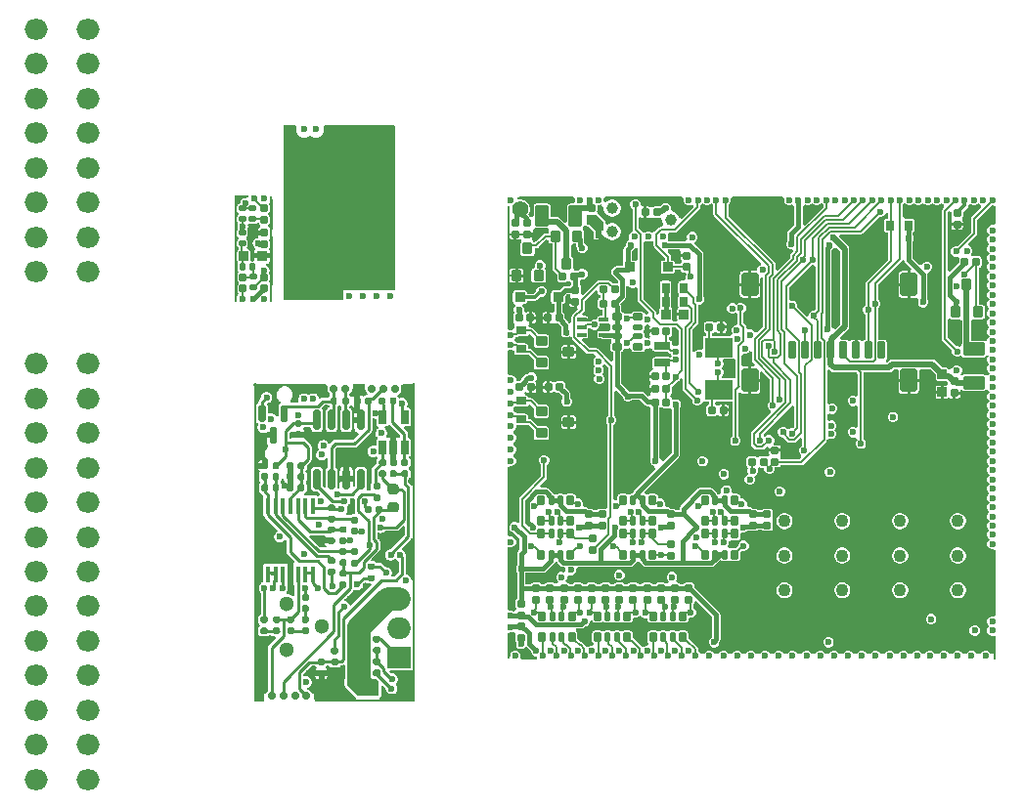
<source format=gbl>
G75*
G70*
%OFA0B0*%
%FSLAX25Y25*%
%IPPOS*%
%LPD*%
%AMOC8*
5,1,8,0,0,1.08239X$1,22.5*
%
%AMM1*
21,1,0.027560,0.018900,0.000000,0.000000,0.000000*
21,1,0.022840,0.023620,0.000000,0.000000,0.000000*
1,1,0.004720,0.011420,-0.009450*
1,1,0.004720,-0.011420,-0.009450*
1,1,0.004720,-0.011420,0.009450*
1,1,0.004720,0.011420,0.009450*
%
%AMM2*
21,1,0.027560,0.030710,0.000000,0.000000,0.000000*
21,1,0.022050,0.036220,0.000000,0.000000,0.000000*
1,1,0.005510,0.011020,-0.015350*
1,1,0.005510,-0.011020,-0.015350*
1,1,0.005510,-0.011020,0.015350*
1,1,0.005510,0.011020,0.015350*
%
%AMM3*
21,1,0.027560,0.018900,0.000000,0.000000,90.000000*
21,1,0.022840,0.023620,0.000000,0.000000,90.000000*
1,1,0.004720,0.009450,0.011420*
1,1,0.004720,0.009450,-0.011420*
1,1,0.004720,-0.009450,-0.011420*
1,1,0.004720,-0.009450,0.011420*
%
%AMM31*
21,1,0.025590,0.026380,0.000000,0.000000,0.000000*
21,1,0.020470,0.031500,0.000000,0.000000,0.000000*
1,1,0.005120,0.010240,-0.013190*
1,1,0.005120,-0.010240,-0.013190*
1,1,0.005120,-0.010240,0.013190*
1,1,0.005120,0.010240,0.013190*
%
%AMM32*
21,1,0.017720,0.027950,0.000000,0.000000,0.000000*
21,1,0.014170,0.031500,0.000000,0.000000,0.000000*
1,1,0.003540,0.007090,-0.013980*
1,1,0.003540,-0.007090,-0.013980*
1,1,0.003540,-0.007090,0.013980*
1,1,0.003540,0.007090,0.013980*
%
%AMM33*
21,1,0.078740,0.045670,0.000000,0.000000,90.000000*
21,1,0.067320,0.057090,0.000000,0.000000,90.000000*
1,1,0.011420,0.022840,0.033660*
1,1,0.011420,0.022840,-0.033660*
1,1,0.011420,-0.022840,-0.033660*
1,1,0.011420,-0.022840,0.033660*
%
%AMM34*
21,1,0.059060,0.020470,0.000000,0.000000,90.000000*
21,1,0.053940,0.025590,0.000000,0.000000,90.000000*
1,1,0.005120,0.010240,0.026970*
1,1,0.005120,0.010240,-0.026970*
1,1,0.005120,-0.010240,-0.026970*
1,1,0.005120,-0.010240,0.026970*
%
%AMM35*
21,1,0.035430,0.030320,0.000000,0.000000,180.000000*
21,1,0.028350,0.037400,0.000000,0.000000,180.000000*
1,1,0.007090,-0.014170,0.015160*
1,1,0.007090,0.014170,0.015160*
1,1,0.007090,0.014170,-0.015160*
1,1,0.007090,-0.014170,-0.015160*
%
%AMM36*
21,1,0.035830,0.026770,0.000000,0.000000,0.000000*
21,1,0.029130,0.033470,0.000000,0.000000,0.000000*
1,1,0.006690,0.014570,-0.013390*
1,1,0.006690,-0.014570,-0.013390*
1,1,0.006690,-0.014570,0.013390*
1,1,0.006690,0.014570,0.013390*
%
%AMM37*
21,1,0.070870,0.036220,0.000000,0.000000,0.000000*
21,1,0.061810,0.045280,0.000000,0.000000,0.000000*
1,1,0.009060,0.030910,-0.018110*
1,1,0.009060,-0.030910,-0.018110*
1,1,0.009060,-0.030910,0.018110*
1,1,0.009060,0.030910,0.018110*
%
%AMM38*
21,1,0.012600,0.028980,0.000000,0.000000,270.000000*
21,1,0.010080,0.031500,0.000000,0.000000,270.000000*
1,1,0.002520,-0.014490,-0.005040*
1,1,0.002520,-0.014490,0.005040*
1,1,0.002520,0.014490,0.005040*
1,1,0.002520,0.014490,-0.005040*
%
%AMM39*
21,1,0.025590,0.026380,0.000000,0.000000,270.000000*
21,1,0.020470,0.031500,0.000000,0.000000,270.000000*
1,1,0.005120,-0.013190,-0.010240*
1,1,0.005120,-0.013190,0.010240*
1,1,0.005120,0.013190,0.010240*
1,1,0.005120,0.013190,-0.010240*
%
%AMM4*
21,1,0.033470,0.026770,0.000000,0.000000,0.000000*
21,1,0.026770,0.033470,0.000000,0.000000,0.000000*
1,1,0.006690,0.013390,-0.013390*
1,1,0.006690,-0.013390,-0.013390*
1,1,0.006690,-0.013390,0.013390*
1,1,0.006690,0.013390,0.013390*
%
%AMM40*
21,1,0.017720,0.027950,0.000000,0.000000,270.000000*
21,1,0.014170,0.031500,0.000000,0.000000,270.000000*
1,1,0.003540,-0.013980,-0.007090*
1,1,0.003540,-0.013980,0.007090*
1,1,0.003540,0.013980,0.007090*
1,1,0.003540,0.013980,-0.007090*
%
%AMM41*
21,1,0.027560,0.049610,0.000000,0.000000,270.000000*
21,1,0.022050,0.055120,0.000000,0.000000,270.000000*
1,1,0.005510,-0.024800,-0.011020*
1,1,0.005510,-0.024800,0.011020*
1,1,0.005510,0.024800,0.011020*
1,1,0.005510,0.024800,-0.011020*
%
%AMM42*
21,1,0.070870,0.036220,0.000000,0.000000,90.000000*
21,1,0.061810,0.045280,0.000000,0.000000,90.000000*
1,1,0.009060,0.018110,0.030910*
1,1,0.009060,0.018110,-0.030910*
1,1,0.009060,-0.018110,-0.030910*
1,1,0.009060,-0.018110,0.030910*
%
%AMM43*
21,1,0.033470,0.026770,0.000000,0.000000,270.000000*
21,1,0.026770,0.033470,0.000000,0.000000,270.000000*
1,1,0.006690,-0.013390,-0.013390*
1,1,0.006690,-0.013390,0.013390*
1,1,0.006690,0.013390,0.013390*
1,1,0.006690,0.013390,-0.013390*
%
%AMM5*
21,1,0.027560,0.030710,0.000000,0.000000,90.000000*
21,1,0.022050,0.036220,0.000000,0.000000,90.000000*
1,1,0.005510,0.015350,0.011020*
1,1,0.005510,0.015350,-0.011020*
1,1,0.005510,-0.015350,-0.011020*
1,1,0.005510,-0.015350,0.011020*
%
%AMM6*
21,1,0.035430,0.030320,0.000000,0.000000,90.000000*
21,1,0.028350,0.037400,0.000000,0.000000,90.000000*
1,1,0.007090,0.015160,0.014170*
1,1,0.007090,0.015160,-0.014170*
1,1,0.007090,-0.015160,-0.014170*
1,1,0.007090,-0.015160,0.014170*
%
%AMM88*
21,1,0.023620,0.018900,0.000000,-0.000000,90.000000*
21,1,0.018900,0.023620,0.000000,-0.000000,90.000000*
1,1,0.004720,0.009450,0.009450*
1,1,0.004720,0.009450,-0.009450*
1,1,0.004720,-0.009450,-0.009450*
1,1,0.004720,-0.009450,0.009450*
%
%AMM89*
21,1,0.019680,0.019680,0.000000,-0.000000,180.000000*
21,1,0.015750,0.023620,0.000000,-0.000000,180.000000*
1,1,0.003940,-0.007870,0.009840*
1,1,0.003940,0.007870,0.009840*
1,1,0.003940,0.007870,-0.009840*
1,1,0.003940,-0.007870,-0.009840*
%
%AMM90*
21,1,0.033470,0.026770,0.000000,-0.000000,180.000000*
21,1,0.026770,0.033470,0.000000,-0.000000,180.000000*
1,1,0.006690,-0.013390,0.013390*
1,1,0.006690,0.013390,0.013390*
1,1,0.006690,0.013390,-0.013390*
1,1,0.006690,-0.013390,-0.013390*
%
%AMM91*
21,1,0.019680,0.019680,0.000000,-0.000000,270.000000*
21,1,0.015750,0.023620,0.000000,-0.000000,270.000000*
1,1,0.003940,-0.009840,-0.007870*
1,1,0.003940,-0.009840,0.007870*
1,1,0.003940,0.009840,0.007870*
1,1,0.003940,0.009840,-0.007870*
%
%ADD10C,0.02362*%
%ADD105C,0.00984*%
%ADD11R,0.24350X0.00984*%
%ADD110M31*%
%ADD111M32*%
%ADD112M33*%
%ADD113M34*%
%ADD114M35*%
%ADD115M36*%
%ADD116M37*%
%ADD117M38*%
%ADD118R,0.01968X0.01968*%
%ADD119R,0.09449X0.06693*%
%ADD12R,0.04390X0.00984*%
%ADD120M39*%
%ADD121M40*%
%ADD122M41*%
%ADD123M42*%
%ADD124M43*%
%ADD125R,0.01968X0.01176*%
%ADD13R,0.00984X0.56201*%
%ADD14R,0.00984X0.59449*%
%ADD142C,0.05118*%
%ADD15R,0.20374X0.00984*%
%ADD154C,0.01969*%
%ADD155C,0.07874*%
%ADD16O,0.04823X0.00787*%
%ADD17O,0.00787X0.36614*%
%ADD18O,0.07874X0.07087*%
%ADD183R,0.07874X0.07500*%
%ADD184O,0.07874X0.07500*%
%ADD186R,0.01772X0.05709*%
%ADD187R,0.02559X0.04803*%
%ADD19R,0.00787X0.09055*%
%ADD20R,0.00787X0.42126*%
%ADD21R,0.00787X0.08268*%
%ADD211M88*%
%ADD212M89*%
%ADD213M90*%
%ADD214M91*%
%ADD22R,0.00787X0.23622*%
%ADD23R,0.00787X0.21260*%
%ADD24R,0.05512X0.00787*%
%ADD25R,0.19685X0.00787*%
%ADD26R,0.26772X0.00787*%
%ADD27R,0.17717X0.00787*%
%ADD28R,0.00787X0.06299*%
%ADD29R,0.00787X0.22441*%
%ADD30R,0.00787X0.07874*%
%ADD31C,0.02756*%
%ADD34R,0.04331X0.00984*%
%ADD35R,0.03858X0.00984*%
%ADD37R,0.00984X1.08661*%
%ADD39R,0.03740X0.00984*%
%ADD41C,0.00787*%
%ADD44R,0.24803X0.00984*%
%ADD45R,0.34449X0.00984*%
%ADD47C,0.01968*%
%ADD48M1*%
%ADD50M2*%
%ADD51M3*%
%ADD54M4*%
%ADD55M5*%
%ADD57M6*%
%ADD72C,0.01575*%
%ADD74C,0.01181*%
%ADD75C,0.04331*%
%ADD76C,0.03900*%
%ADD77C,0.05512*%
X0000000Y0000000D02*
%LPD*%
G01*
D10*
X0188370Y0234931D03*
X0183646Y0234931D03*
X0193094Y0234931D03*
X0197819Y0234931D03*
D11*
X0187317Y0292608D03*
D12*
X0163498Y0292608D03*
D13*
X0199000Y0265000D03*
D14*
X0161795Y0263376D03*
D15*
X0171490Y0234144D03*
D10*
X0172386Y0291722D03*
X0168449Y0291722D03*
X0154843Y0233874D03*
D16*
X0147067Y0268913D03*
D17*
X0157205Y0251000D03*
X0145000Y0251000D03*
D10*
X0151102Y0233874D03*
X0147362Y0233874D03*
X0151299Y0268126D03*
X0154843Y0268126D03*
D18*
X0077000Y0325906D03*
X0077000Y0314094D03*
X0077000Y0302283D03*
X0077000Y0290472D03*
X0077000Y0278661D03*
X0077000Y0266850D03*
X0077000Y0255039D03*
X0077000Y0243228D03*
X0077000Y0211732D03*
X0077000Y0199921D03*
X0077000Y0188110D03*
X0077000Y0176299D03*
X0077000Y0164488D03*
X0077000Y0152677D03*
X0077000Y0140866D03*
X0077000Y0129055D03*
X0077000Y0117244D03*
X0077000Y0105433D03*
X0077000Y0093622D03*
X0077000Y0081811D03*
X0077000Y0070000D03*
X0094717Y0070000D03*
X0094717Y0081811D03*
X0094717Y0093622D03*
X0094717Y0105433D03*
X0094717Y0117244D03*
X0094717Y0129055D03*
X0094717Y0140866D03*
X0094717Y0152677D03*
X0094717Y0164488D03*
X0094717Y0176299D03*
X0094717Y0188110D03*
X0094717Y0199921D03*
X0094717Y0211732D03*
X0094717Y0243228D03*
X0094717Y0255039D03*
X0094717Y0266850D03*
X0094717Y0278661D03*
X0094717Y0290472D03*
X0094717Y0302283D03*
X0094717Y0314094D03*
X0094717Y0325906D03*
D10*
X0403000Y0257339D03*
X0403000Y0254189D03*
X0403000Y0251039D03*
X0403000Y0247890D03*
X0403000Y0244740D03*
X0403000Y0241591D03*
X0403000Y0238441D03*
X0403000Y0235291D03*
X0403000Y0232142D03*
X0403000Y0228992D03*
X0403000Y0225843D03*
X0403000Y0222693D03*
X0403000Y0219543D03*
X0403000Y0216394D03*
X0403000Y0213244D03*
X0403000Y0210094D03*
X0403000Y0206945D03*
X0403000Y0203795D03*
X0403000Y0200646D03*
X0403000Y0197496D03*
X0403000Y0194346D03*
X0403000Y0191197D03*
X0403000Y0188047D03*
X0403000Y0184898D03*
X0403000Y0181748D03*
X0403000Y0178598D03*
X0403000Y0175449D03*
X0403000Y0172299D03*
X0403000Y0169150D03*
X0403000Y0166000D03*
X0403000Y0162850D03*
X0403000Y0159701D03*
X0403000Y0156551D03*
X0403000Y0153402D03*
X0403000Y0150252D03*
X0403000Y0123874D03*
X0403000Y0120724D03*
D19*
X0238039Y0115409D03*
D20*
X0238039Y0244543D03*
D21*
X0238039Y0212260D03*
D22*
X0238039Y0164819D03*
D23*
X0238039Y0138441D03*
D24*
X0245126Y0111276D03*
D25*
X0250638Y0268362D03*
D26*
X0284102Y0268362D03*
D27*
X0322882Y0268362D03*
D28*
X0403787Y0262457D03*
D29*
X0403787Y0137063D03*
D30*
X0403787Y0114819D03*
D10*
X0403000Y0267575D03*
X0399850Y0267575D03*
X0396701Y0267575D03*
X0393551Y0267575D03*
X0390402Y0267575D03*
X0387252Y0267575D03*
X0384102Y0267575D03*
X0380953Y0267575D03*
X0377803Y0267575D03*
X0374654Y0267575D03*
X0371504Y0267575D03*
X0368354Y0267575D03*
X0365205Y0267575D03*
X0362055Y0267575D03*
X0358906Y0267575D03*
X0355756Y0267575D03*
X0352606Y0267575D03*
X0349457Y0267575D03*
X0346307Y0267575D03*
X0343157Y0267575D03*
X0340008Y0267575D03*
X0336858Y0267575D03*
X0333709Y0267575D03*
X0312055Y0267575D03*
X0308906Y0267575D03*
X0305756Y0267575D03*
X0302606Y0267575D03*
X0299457Y0267575D03*
X0268748Y0267575D03*
X0265598Y0267575D03*
X0262449Y0267575D03*
X0238827Y0267575D03*
X0400638Y0112063D03*
X0395913Y0112063D03*
X0391189Y0112063D03*
X0386465Y0112063D03*
X0381740Y0112063D03*
X0377410Y0112063D03*
X0372685Y0112063D03*
X0367961Y0112063D03*
X0363236Y0112063D03*
X0358512Y0112063D03*
X0353787Y0112063D03*
X0349063Y0112063D03*
X0344339Y0112063D03*
X0339614Y0112063D03*
X0334890Y0112063D03*
X0330165Y0112063D03*
X0325441Y0112063D03*
X0320717Y0112063D03*
X0315992Y0112063D03*
X0311268Y0112063D03*
X0306543Y0112063D03*
X0301819Y0112063D03*
X0297095Y0112063D03*
X0292370Y0112063D03*
X0287646Y0112063D03*
X0282921Y0112063D03*
X0278197Y0112063D03*
X0273472Y0112063D03*
X0268748Y0112063D03*
X0264024Y0112063D03*
X0259299Y0112063D03*
X0254575Y0112063D03*
X0249850Y0112063D03*
X0240402Y0112063D03*
X0238827Y0121906D03*
X0238827Y0125843D03*
X0238827Y0151039D03*
X0238827Y0178598D03*
X0238827Y0182535D03*
X0238827Y0186472D03*
X0238827Y0190409D03*
X0238827Y0194346D03*
X0238827Y0198283D03*
X0238827Y0202220D03*
X0238827Y0206157D03*
X0238827Y0218362D03*
X0238827Y0221512D03*
D31*
X0157429Y0098476D03*
X0169240Y0098476D03*
X0165303Y0098476D03*
X0161366Y0098476D03*
D34*
X0204083Y0204677D03*
D35*
X0186996Y0204677D03*
D44*
X0163531Y0204677D03*
D37*
X0205756Y0150839D03*
X0151622Y0150839D03*
D45*
X0189024Y0097000D03*
D39*
X0153000Y0097000D03*
D31*
X0195421Y0203166D03*
X0191484Y0203166D03*
X0178508Y0203166D03*
X0182508Y0203166D03*
X0199358Y0203166D03*
X0237646Y0110882D02*
G01*
G75*
G36*
X0398790Y0266130D02*
X0398847Y0266073D01*
X0398931Y0266038D01*
X0399116Y0265109D01*
X0396090Y0262084D01*
X0395872Y0261758D01*
X0395796Y0261374D01*
X0395796Y0256672D01*
X0390951Y0251827D01*
X0390951Y0251827D01*
X0390246Y0251827D01*
X0389595Y0251557D01*
X0389097Y0251059D01*
X0388827Y0250408D01*
X0388827Y0249703D01*
X0389097Y0249052D01*
X0389595Y0248553D01*
X0390246Y0248284D01*
X0390951Y0248284D01*
X0391165Y0248372D01*
X0391375Y0248247D01*
X0391788Y0247778D01*
X0391764Y0247654D01*
X0391764Y0246514D01*
X0388378Y0243128D01*
X0387651Y0243430D01*
X0387651Y0263404D01*
X0388174Y0263927D01*
X0388961Y0263601D01*
X0388961Y0262317D01*
X0389025Y0261994D01*
X0389199Y0261735D01*
X0389208Y0261712D01*
X0389208Y0260874D01*
X0389199Y0260852D01*
X0389025Y0260592D01*
X0388961Y0260270D01*
X0388961Y0259817D01*
X0392930Y0259817D01*
X0392930Y0260270D01*
X0392866Y0260592D01*
X0392693Y0260852D01*
X0392683Y0260874D01*
X0392683Y0261712D01*
X0392693Y0261735D01*
X0392866Y0261994D01*
X0392930Y0262317D01*
X0392930Y0263543D01*
X0394350Y0264963D01*
X0394611Y0265354D01*
X0394703Y0265814D01*
X0394703Y0265814D01*
X0394703Y0265954D01*
X0395409Y0266304D01*
X0395641Y0266130D01*
X0395698Y0266073D01*
X0396349Y0265803D01*
X0397053Y0265803D01*
X0397705Y0266073D01*
X0397762Y0266130D01*
X0398276Y0266517D01*
X0398790Y0266130D01*
D02*
G37*
G36*
X0342097Y0266130D02*
X0342154Y0266073D01*
X0342805Y0265803D01*
X0343510Y0265803D01*
X0344161Y0266073D01*
X0344218Y0266130D01*
X0344686Y0266481D01*
X0345304Y0266053D01*
X0345304Y0265235D01*
X0339051Y0258982D01*
X0338264Y0259308D01*
X0338264Y0265701D01*
X0339005Y0266073D01*
X0339656Y0265803D01*
X0340361Y0265803D01*
X0341012Y0266073D01*
X0341069Y0266130D01*
X0341583Y0266517D01*
X0342097Y0266130D01*
D02*
G37*
G36*
X0404181Y0265294D02*
X0404181Y0259619D01*
X0403394Y0259093D01*
X0403353Y0259110D01*
X0402648Y0259110D01*
X0401997Y0258841D01*
X0401498Y0258342D01*
X0401229Y0257691D01*
X0401229Y0256986D01*
X0401498Y0256335D01*
X0401555Y0256278D01*
X0401942Y0255764D01*
X0401555Y0255250D01*
X0401498Y0255193D01*
X0401229Y0254541D01*
X0401229Y0253837D01*
X0401498Y0253186D01*
X0401555Y0253129D01*
X0401942Y0252614D01*
X0401555Y0252100D01*
X0401498Y0252043D01*
X0401229Y0251392D01*
X0401229Y0250687D01*
X0401498Y0250036D01*
X0401555Y0249979D01*
X0401942Y0249465D01*
X0401555Y0248950D01*
X0401498Y0248893D01*
X0401229Y0248242D01*
X0401229Y0247537D01*
X0401498Y0246886D01*
X0401555Y0246830D01*
X0401942Y0246315D01*
X0401555Y0245801D01*
X0401498Y0245744D01*
X0401229Y0245093D01*
X0401229Y0244388D01*
X0401498Y0243737D01*
X0401555Y0243680D01*
X0401942Y0243165D01*
X0401555Y0242651D01*
X0401498Y0242594D01*
X0401229Y0241943D01*
X0401229Y0241238D01*
X0401498Y0240587D01*
X0401555Y0240530D01*
X0401942Y0240016D01*
X0401555Y0239502D01*
X0401498Y0239445D01*
X0401229Y0238793D01*
X0401229Y0238089D01*
X0401498Y0237438D01*
X0401555Y0237381D01*
X0401942Y0236866D01*
X0401555Y0236352D01*
X0401498Y0236295D01*
X0401229Y0235644D01*
X0401229Y0234939D01*
X0401498Y0234288D01*
X0401555Y0234231D01*
X0401942Y0233717D01*
X0401555Y0233202D01*
X0401498Y0233145D01*
X0401229Y0232494D01*
X0401229Y0231789D01*
X0401498Y0231138D01*
X0401555Y0231082D01*
X0401942Y0230567D01*
X0401555Y0230053D01*
X0401498Y0229996D01*
X0401229Y0229345D01*
X0401229Y0228640D01*
X0401498Y0227989D01*
X0401555Y0227932D01*
X0401942Y0227417D01*
X0401555Y0226903D01*
X0401498Y0226846D01*
X0401229Y0226195D01*
X0401229Y0225490D01*
X0401498Y0224839D01*
X0401555Y0224782D01*
X0401942Y0224268D01*
X0401555Y0223754D01*
X0401498Y0223697D01*
X0401229Y0223045D01*
X0401229Y0222341D01*
X0401498Y0221690D01*
X0401555Y0221633D01*
X0401942Y0221118D01*
X0401555Y0220604D01*
X0401498Y0220547D01*
X0401229Y0219896D01*
X0401229Y0219743D01*
X0400867Y0219536D01*
X0400441Y0219419D01*
X0400199Y0219581D01*
X0399792Y0219662D01*
X0395832Y0219662D01*
X0395832Y0226423D01*
X0395858Y0226474D01*
X0396549Y0227022D01*
X0399383Y0227022D01*
X0399752Y0227095D01*
X0400064Y0227304D01*
X0400273Y0227616D01*
X0400347Y0227985D01*
X0400347Y0231016D01*
X0400273Y0231385D01*
X0400064Y0231698D01*
X0399752Y0231907D01*
X0399383Y0231980D01*
X0398492Y0231980D01*
X0398492Y0244539D01*
X0398756Y0244591D01*
X0399029Y0244774D01*
X0399212Y0245048D01*
X0399276Y0245370D01*
X0399276Y0247654D01*
X0399212Y0247976D01*
X0399029Y0248250D01*
X0398756Y0248432D01*
X0398433Y0248497D01*
X0396544Y0248497D01*
X0396221Y0248432D01*
X0395886Y0248748D01*
X0395774Y0249182D01*
X0395841Y0249248D01*
X0396111Y0249900D01*
X0396111Y0250605D01*
X0395841Y0251256D01*
X0395342Y0251754D01*
X0394980Y0251904D01*
X0394741Y0252667D01*
X0394750Y0252787D01*
X0397509Y0255546D01*
X0397727Y0255872D01*
X0397803Y0256256D01*
X0397803Y0260958D01*
X0402648Y0265803D01*
X0402648Y0265803D01*
X0403353Y0265803D01*
X0403394Y0265820D01*
X0404181Y0265294D01*
D02*
G37*
G36*
X0379893Y0266130D02*
X0379950Y0266073D01*
X0380601Y0265803D01*
X0381305Y0265803D01*
X0381957Y0266073D01*
X0382014Y0266130D01*
X0382528Y0266517D01*
X0383042Y0266130D01*
X0383099Y0266073D01*
X0383750Y0265803D01*
X0384455Y0265803D01*
X0385106Y0266073D01*
X0385163Y0266130D01*
X0385677Y0266517D01*
X0386192Y0266130D01*
X0386249Y0266073D01*
X0386333Y0266038D01*
X0386517Y0265109D01*
X0385938Y0264530D01*
X0385720Y0264204D01*
X0385643Y0263820D01*
X0385643Y0220346D01*
X0385720Y0219962D01*
X0385938Y0219636D01*
X0389221Y0216353D01*
X0389221Y0216353D01*
X0389221Y0215648D01*
X0389491Y0214997D01*
X0389989Y0214498D01*
X0390640Y0214229D01*
X0391345Y0214229D01*
X0391851Y0214438D01*
X0392071Y0214475D01*
X0392849Y0214238D01*
X0392858Y0214224D01*
X0393204Y0213994D01*
X0393611Y0213913D01*
X0399792Y0213913D01*
X0400199Y0213994D01*
X0400544Y0214224D01*
X0400695Y0214451D01*
X0401222Y0214561D01*
X0401574Y0214554D01*
X0401653Y0214435D01*
X0401555Y0214305D01*
X0401498Y0214248D01*
X0401229Y0213597D01*
X0401229Y0212892D01*
X0401498Y0212241D01*
X0401555Y0212184D01*
X0401942Y0211669D01*
X0401555Y0211155D01*
X0401498Y0211098D01*
X0401229Y0210447D01*
X0401229Y0209742D01*
X0401498Y0209091D01*
X0401555Y0209034D01*
X0401942Y0208520D01*
X0401555Y0208005D01*
X0401498Y0207949D01*
X0401464Y0207866D01*
X0401451Y0207860D01*
X0400603Y0207845D01*
X0400544Y0207933D01*
X0400199Y0208164D01*
X0399792Y0208245D01*
X0393611Y0208245D01*
X0393204Y0208164D01*
X0392858Y0207933D01*
X0392249Y0207987D01*
X0392078Y0208272D01*
X0392339Y0208532D01*
X0392608Y0209183D01*
X0392608Y0209888D01*
X0392339Y0210539D01*
X0391840Y0211038D01*
X0391189Y0211307D01*
X0390484Y0211307D01*
X0389833Y0211038D01*
X0389335Y0210539D01*
X0389188Y0210185D01*
X0388442Y0209838D01*
X0388278Y0209824D01*
X0388095Y0209932D01*
X0388084Y0209983D01*
X0387880Y0210289D01*
X0387574Y0210494D01*
X0387213Y0210565D01*
X0385863Y0210565D01*
X0383710Y0212718D01*
X0383190Y0213066D01*
X0382575Y0213188D01*
X0382575Y0213188D01*
X0368859Y0213188D01*
X0368244Y0213066D01*
X0367723Y0212718D01*
X0367723Y0212718D01*
X0367208Y0212203D01*
X0366846Y0212250D01*
X0366673Y0213067D01*
X0366721Y0213099D01*
X0366908Y0213379D01*
X0366974Y0213709D01*
X0366974Y0219103D01*
X0366908Y0219433D01*
X0366721Y0219713D01*
X0366441Y0219900D01*
X0366111Y0219966D01*
X0364064Y0219966D01*
X0363925Y0220079D01*
X0363925Y0230788D01*
X0364043Y0230837D01*
X0364542Y0231335D01*
X0364811Y0231986D01*
X0364811Y0232691D01*
X0364542Y0233342D01*
X0364043Y0233841D01*
X0363925Y0233889D01*
X0363925Y0238655D01*
X0372214Y0246944D01*
X0372289Y0247056D01*
X0372434Y0247067D01*
X0372665Y0247048D01*
X0373097Y0246887D01*
X0373159Y0246576D01*
X0373464Y0246120D01*
X0375459Y0244124D01*
X0375158Y0243397D01*
X0374949Y0243397D01*
X0374949Y0238847D01*
X0374949Y0234296D01*
X0376741Y0234296D01*
X0377194Y0234386D01*
X0377336Y0234309D01*
X0377876Y0233736D01*
X0377607Y0233085D01*
X0377607Y0232380D01*
X0377876Y0231729D01*
X0378375Y0231231D01*
X0379026Y0230961D01*
X0379731Y0230961D01*
X0380382Y0231231D01*
X0380880Y0231729D01*
X0381150Y0232380D01*
X0381150Y0233085D01*
X0380880Y0233736D01*
X0380783Y0233833D01*
X0380783Y0242192D01*
X0380762Y0242300D01*
X0380947Y0242941D01*
X0381299Y0243215D01*
X0381641Y0243357D01*
X0382139Y0243856D01*
X0382409Y0244507D01*
X0382409Y0245211D01*
X0382139Y0245863D01*
X0381641Y0246361D01*
X0380990Y0246631D01*
X0380285Y0246631D01*
X0379634Y0246361D01*
X0379136Y0245863D01*
X0379040Y0245631D01*
X0378138Y0245419D01*
X0375862Y0247695D01*
X0375862Y0253482D01*
X0375959Y0253579D01*
X0376229Y0254230D01*
X0376229Y0254935D01*
X0375959Y0255586D01*
X0375862Y0255683D01*
X0375862Y0256555D01*
X0375897Y0256562D01*
X0376184Y0256754D01*
X0376375Y0257040D01*
X0376442Y0257378D01*
X0376442Y0260449D01*
X0376375Y0260787D01*
X0376184Y0261073D01*
X0375897Y0261265D01*
X0375559Y0261332D01*
X0373355Y0261332D01*
X0373295Y0261320D01*
X0372631Y0261724D01*
X0372508Y0261872D01*
X0372508Y0266053D01*
X0373126Y0266481D01*
X0373594Y0266130D01*
X0373650Y0266073D01*
X0374301Y0265803D01*
X0375006Y0265803D01*
X0375658Y0266073D01*
X0375714Y0266130D01*
X0376229Y0266517D01*
X0376743Y0266130D01*
X0376800Y0266073D01*
X0377451Y0265803D01*
X0378156Y0265803D01*
X0378807Y0266073D01*
X0378864Y0266130D01*
X0379378Y0266517D01*
X0379893Y0266130D01*
D02*
G37*
G36*
X0367351Y0263239D02*
X0367351Y0261332D01*
X0367055Y0261332D01*
X0366717Y0261265D01*
X0366431Y0261073D01*
X0366240Y0260787D01*
X0366172Y0260449D01*
X0366172Y0257378D01*
X0366240Y0257040D01*
X0366431Y0256754D01*
X0366717Y0256562D01*
X0367055Y0256495D01*
X0367351Y0256495D01*
X0367351Y0247272D01*
X0360047Y0239967D01*
X0359829Y0239642D01*
X0359753Y0239258D01*
X0359753Y0231708D01*
X0359674Y0231675D01*
X0359176Y0231177D01*
X0358906Y0230526D01*
X0358906Y0229821D01*
X0359176Y0229170D01*
X0359674Y0228671D01*
X0359753Y0228639D01*
X0359753Y0219966D01*
X0359733Y0219966D01*
X0359403Y0219900D01*
X0359123Y0219713D01*
X0359024Y0219564D01*
X0358607Y0219494D01*
X0358575Y0219494D01*
X0358159Y0219564D01*
X0358060Y0219713D01*
X0357780Y0219900D01*
X0357450Y0219966D01*
X0356918Y0219966D01*
X0356918Y0216406D01*
X0355934Y0216406D01*
X0355934Y0219966D01*
X0355402Y0219966D01*
X0355072Y0219900D01*
X0354792Y0219713D01*
X0354693Y0219564D01*
X0354276Y0219494D01*
X0354244Y0219494D01*
X0353828Y0219564D01*
X0353729Y0219713D01*
X0353449Y0219900D01*
X0353119Y0219966D01*
X0351313Y0219966D01*
X0350983Y0220588D01*
X0350963Y0220729D01*
X0353742Y0223508D01*
X0353742Y0223508D01*
X0354090Y0224029D01*
X0354212Y0224643D01*
X0354212Y0224643D01*
X0354212Y0250933D01*
X0354090Y0251547D01*
X0353742Y0252068D01*
X0353742Y0252068D01*
X0350558Y0255252D01*
X0350669Y0255678D01*
X0350999Y0256040D01*
X0351909Y0256040D01*
X0351910Y0256040D01*
X0358217Y0256040D01*
X0358601Y0256116D01*
X0358927Y0256334D01*
X0364459Y0261866D01*
X0364459Y0261866D01*
X0365164Y0261866D01*
X0365815Y0262136D01*
X0366313Y0262634D01*
X0366583Y0263285D01*
X0367351Y0263239D01*
D02*
G37*
G36*
X0297703Y0267969D02*
X0297685Y0267927D01*
X0297685Y0267223D01*
X0297955Y0266571D01*
X0298454Y0266073D01*
X0299105Y0265803D01*
X0299810Y0265803D01*
X0300291Y0266003D01*
X0300938Y0265763D01*
X0301124Y0265601D01*
X0301156Y0265298D01*
X0297061Y0261203D01*
X0296249Y0261504D01*
X0296128Y0261956D01*
X0295742Y0262625D01*
X0295196Y0263171D01*
X0294527Y0263557D01*
X0293900Y0263725D01*
X0293659Y0263959D01*
X0293355Y0264467D01*
X0293355Y0265171D01*
X0293085Y0265823D01*
X0292587Y0266321D01*
X0291935Y0266591D01*
X0291231Y0266591D01*
X0290580Y0266321D01*
X0290081Y0265823D01*
X0289990Y0265604D01*
X0289827Y0265440D01*
X0288827Y0265440D01*
X0288827Y0265440D01*
X0288753Y0265426D01*
X0287685Y0265426D01*
X0287363Y0265362D01*
X0287103Y0265188D01*
X0287081Y0265179D01*
X0286243Y0265179D01*
X0286221Y0265188D01*
X0285961Y0265362D01*
X0285638Y0265426D01*
X0285185Y0265426D01*
X0285185Y0263441D01*
X0285185Y0261456D01*
X0285638Y0261456D01*
X0285961Y0261520D01*
X0286221Y0261694D01*
X0286243Y0261703D01*
X0287081Y0261703D01*
X0287103Y0261694D01*
X0287363Y0261520D01*
X0287685Y0261456D01*
X0289575Y0261456D01*
X0289719Y0261485D01*
X0289915Y0261412D01*
X0290219Y0261194D01*
X0290460Y0260949D01*
X0290460Y0260437D01*
X0290660Y0259690D01*
X0290893Y0259286D01*
X0290532Y0258499D01*
X0289997Y0258499D01*
X0289613Y0258422D01*
X0289288Y0258205D01*
X0287822Y0256739D01*
X0286931Y0256647D01*
X0286894Y0256659D01*
X0286878Y0256675D01*
X0286227Y0256945D01*
X0285522Y0256945D01*
X0284871Y0256675D01*
X0284756Y0256561D01*
X0284720Y0256548D01*
X0283830Y0256640D01*
X0283818Y0256651D01*
X0282350Y0258118D01*
X0282350Y0261486D01*
X0283138Y0261725D01*
X0283152Y0261703D01*
X0283426Y0261520D01*
X0283748Y0261456D01*
X0284201Y0261456D01*
X0284201Y0263441D01*
X0284201Y0265426D01*
X0283748Y0265426D01*
X0283685Y0265468D01*
X0283128Y0266022D01*
X0283118Y0266042D01*
X0283118Y0266549D01*
X0282849Y0267200D01*
X0282350Y0267699D01*
X0281699Y0267969D01*
X0280994Y0267969D01*
X0280343Y0267699D01*
X0279845Y0267200D01*
X0279575Y0266549D01*
X0279575Y0265845D01*
X0279845Y0265193D01*
X0280343Y0264695D01*
X0280343Y0264695D01*
X0280343Y0257703D01*
X0280420Y0257319D01*
X0279949Y0256675D01*
X0279451Y0256177D01*
X0279181Y0255526D01*
X0279181Y0254821D01*
X0279231Y0254701D01*
X0279385Y0254124D01*
X0278837Y0253751D01*
X0278768Y0253723D01*
X0278270Y0253224D01*
X0278000Y0252573D01*
X0278000Y0252223D01*
X0277598Y0251820D01*
X0277293Y0251364D01*
X0277186Y0250827D01*
X0277186Y0246643D01*
X0277050Y0246440D01*
X0276978Y0246079D01*
X0276978Y0245358D01*
X0275244Y0245358D01*
X0274707Y0245251D01*
X0274251Y0244946D01*
X0273464Y0244159D01*
X0273159Y0243703D01*
X0273052Y0243165D01*
X0273052Y0242969D01*
X0273159Y0242431D01*
X0273464Y0241975D01*
X0275316Y0240123D01*
X0275316Y0239139D01*
X0275205Y0239048D01*
X0273892Y0239048D01*
X0272903Y0240037D01*
X0272577Y0240254D01*
X0272193Y0240330D01*
X0268913Y0240330D01*
X0268529Y0240254D01*
X0268204Y0240037D01*
X0263480Y0235312D01*
X0263458Y0235321D01*
X0262830Y0235776D01*
X0262859Y0235921D01*
X0262859Y0237811D01*
X0262795Y0238134D01*
X0262612Y0238407D01*
X0262339Y0238590D01*
X0262279Y0238602D01*
X0262279Y0240005D01*
X0262884Y0240606D01*
X0263589Y0240606D01*
X0264240Y0240876D01*
X0264738Y0241374D01*
X0265008Y0242026D01*
X0265008Y0242731D01*
X0264738Y0243382D01*
X0264240Y0243880D01*
X0263589Y0244150D01*
X0262884Y0244150D01*
X0262233Y0243880D01*
X0261985Y0243632D01*
X0261487Y0243632D01*
X0261271Y0243675D01*
X0260659Y0243675D01*
X0260520Y0243781D01*
X0260093Y0244463D01*
X0260105Y0244524D01*
X0260105Y0247555D01*
X0260032Y0247924D01*
X0259823Y0248236D01*
X0259511Y0248445D01*
X0259330Y0248481D01*
X0259330Y0252213D01*
X0259357Y0252265D01*
X0260048Y0252812D01*
X0261044Y0252812D01*
X0261044Y0252327D01*
X0261151Y0251790D01*
X0261456Y0251334D01*
X0261465Y0251325D01*
X0261465Y0250974D01*
X0261735Y0250323D01*
X0262233Y0249825D01*
X0262884Y0249555D01*
X0263589Y0249555D01*
X0264240Y0249825D01*
X0264738Y0250323D01*
X0265008Y0250974D01*
X0265008Y0251679D01*
X0264738Y0252330D01*
X0264240Y0252829D01*
X0263854Y0252988D01*
X0263854Y0254307D01*
X0263846Y0254350D01*
X0263846Y0256807D01*
X0263772Y0257176D01*
X0263563Y0257488D01*
X0263506Y0257527D01*
X0263424Y0258364D01*
X0263438Y0258417D01*
X0263668Y0258762D01*
X0263680Y0258824D01*
X0263841Y0258906D01*
X0264521Y0259012D01*
X0264694Y0258839D01*
X0265146Y0258652D01*
X0265565Y0258652D01*
X0267174Y0257043D01*
X0267174Y0254189D01*
X0270324Y0254189D01*
X0270324Y0254698D01*
X0270828Y0254924D01*
X0271111Y0254956D01*
X0271592Y0254475D01*
X0272261Y0254089D01*
X0273008Y0253889D01*
X0273780Y0253889D01*
X0274527Y0254089D01*
X0275196Y0254475D01*
X0275742Y0255021D01*
X0276128Y0255690D01*
X0276328Y0256437D01*
X0276328Y0257209D01*
X0276128Y0257955D01*
X0275742Y0258625D01*
X0275196Y0259171D01*
X0274527Y0259557D01*
X0273780Y0259757D01*
X0273008Y0259757D01*
X0272261Y0259557D01*
X0271747Y0259260D01*
X0271234Y0259443D01*
X0270959Y0259651D01*
X0270959Y0260334D01*
X0270772Y0260786D01*
X0268452Y0263106D01*
X0268208Y0263748D01*
X0268272Y0264071D01*
X0268272Y0265721D01*
X0268396Y0265803D01*
X0269101Y0265803D01*
X0269752Y0266073D01*
X0269872Y0266045D01*
X0270460Y0265209D01*
X0270460Y0264437D01*
X0270660Y0263690D01*
X0271046Y0263021D01*
X0271592Y0262475D01*
X0272261Y0262089D01*
X0273008Y0261889D01*
X0273780Y0261889D01*
X0274527Y0262089D01*
X0275196Y0262475D01*
X0275742Y0263021D01*
X0276128Y0263690D01*
X0276328Y0264437D01*
X0276328Y0265209D01*
X0276128Y0265955D01*
X0275742Y0266625D01*
X0275196Y0267171D01*
X0274527Y0267557D01*
X0273780Y0267757D01*
X0273008Y0267757D01*
X0272261Y0267557D01*
X0271592Y0267171D01*
X0271180Y0266759D01*
X0270513Y0267205D01*
X0270520Y0267223D01*
X0270520Y0267927D01*
X0270503Y0267969D01*
X0271029Y0268756D01*
X0297176Y0268756D01*
X0297703Y0267969D01*
D02*
G37*
G36*
X0260695Y0267969D02*
X0260677Y0267927D01*
X0260677Y0267223D01*
X0260686Y0267202D01*
X0260160Y0266414D01*
X0259063Y0266414D01*
X0258656Y0266333D01*
X0258311Y0266103D01*
X0258081Y0265758D01*
X0258000Y0265351D01*
X0258000Y0260183D01*
X0257212Y0259857D01*
X0255809Y0261260D01*
X0255288Y0261608D01*
X0254674Y0261730D01*
X0254674Y0261730D01*
X0252332Y0261730D01*
X0252332Y0265351D01*
X0252251Y0265758D01*
X0252020Y0266103D01*
X0251675Y0266333D01*
X0251268Y0266414D01*
X0247646Y0266414D01*
X0247239Y0266333D01*
X0246894Y0266103D01*
X0246663Y0265758D01*
X0246582Y0265351D01*
X0246582Y0262346D01*
X0245940Y0261828D01*
X0245243Y0261929D01*
X0244939Y0262385D01*
X0244764Y0262560D01*
X0245095Y0263134D01*
X0245323Y0263985D01*
X0245323Y0264866D01*
X0245095Y0265717D01*
X0244655Y0266480D01*
X0244031Y0267103D01*
X0243268Y0267544D01*
X0242417Y0267772D01*
X0241536Y0267772D01*
X0241386Y0267732D01*
X0241373Y0267735D01*
X0241282Y0267969D01*
X0241822Y0268756D01*
X0260169Y0268756D01*
X0260695Y0267969D01*
D02*
G37*
G36*
X0270320Y0260334D02*
X0270320Y0257624D01*
X0270035Y0257339D01*
X0267782Y0257339D01*
X0265830Y0259291D01*
X0265146Y0259291D01*
X0264811Y0259626D01*
X0264811Y0262457D01*
X0265008Y0262654D01*
X0268000Y0262654D01*
X0270320Y0260334D01*
D02*
G37*
G36*
X0240894Y0254173D02*
X0241544Y0254173D01*
X0241866Y0254237D01*
X0241953Y0254295D01*
X0242107Y0254388D01*
X0242217Y0254357D01*
X0242368Y0254190D01*
X0242437Y0253315D01*
X0242228Y0253003D01*
X0242155Y0252634D01*
X0242155Y0249603D01*
X0242228Y0249234D01*
X0242437Y0248921D01*
X0242750Y0248712D01*
X0243118Y0248639D01*
X0245953Y0248639D01*
X0246322Y0248712D01*
X0246634Y0248921D01*
X0246843Y0249234D01*
X0246916Y0249603D01*
X0246916Y0251237D01*
X0247557Y0251237D01*
X0247941Y0251313D01*
X0248267Y0251531D01*
X0250817Y0254080D01*
X0251604Y0253786D01*
X0251604Y0253776D01*
X0251677Y0253407D01*
X0251886Y0253094D01*
X0252199Y0252886D01*
X0252567Y0252812D01*
X0252981Y0252812D01*
X0252981Y0244292D01*
X0253057Y0243908D01*
X0253275Y0243582D01*
X0254601Y0242256D01*
X0254601Y0240549D01*
X0254665Y0240226D01*
X0254848Y0239953D01*
X0255121Y0239770D01*
X0255444Y0239706D01*
X0257334Y0239706D01*
X0257656Y0239770D01*
X0257916Y0239944D01*
X0257938Y0239953D01*
X0258776Y0239953D01*
X0258798Y0239944D01*
X0259058Y0239770D01*
X0259381Y0239706D01*
X0259469Y0239706D01*
X0259469Y0238602D01*
X0259410Y0238590D01*
X0259137Y0238407D01*
X0259046Y0238271D01*
X0257331Y0238271D01*
X0256794Y0238164D01*
X0256338Y0237860D01*
X0255415Y0236937D01*
X0255314Y0236786D01*
X0253512Y0236786D01*
X0253151Y0236714D01*
X0252845Y0236510D01*
X0252641Y0236204D01*
X0252569Y0235843D01*
X0252569Y0233165D01*
X0252641Y0232805D01*
X0252845Y0232498D01*
X0253151Y0232294D01*
X0253512Y0232222D01*
X0253761Y0232222D01*
X0253761Y0229384D01*
X0252996Y0229152D01*
X0252984Y0229153D01*
X0252956Y0229163D01*
X0252953Y0229164D01*
X0252693Y0229338D01*
X0252370Y0229402D01*
X0251918Y0229402D01*
X0251918Y0227417D01*
X0251918Y0225433D01*
X0252370Y0225433D01*
X0252693Y0225497D01*
X0252953Y0225670D01*
X0252975Y0225680D01*
X0253813Y0225680D01*
X0253835Y0225670D01*
X0254095Y0225497D01*
X0254418Y0225433D01*
X0255163Y0225433D01*
X0256169Y0224427D01*
X0256169Y0223370D01*
X0255953Y0222849D01*
X0255953Y0222144D01*
X0256223Y0221493D01*
X0256721Y0220994D01*
X0257372Y0220725D01*
X0258077Y0220725D01*
X0258728Y0220994D01*
X0258788Y0221054D01*
X0259442Y0220832D01*
X0259585Y0220737D01*
X0259652Y0220402D01*
X0259869Y0220076D01*
X0264606Y0215340D01*
X0264931Y0215122D01*
X0265315Y0215046D01*
X0267146Y0215046D01*
X0267794Y0214328D01*
X0267745Y0213922D01*
X0267246Y0213423D01*
X0266977Y0212772D01*
X0266977Y0212067D01*
X0267246Y0211416D01*
X0267701Y0210962D01*
X0267246Y0210508D01*
X0266977Y0209857D01*
X0266977Y0209152D01*
X0267246Y0208501D01*
X0267745Y0208002D01*
X0267531Y0207643D01*
X0267443Y0207555D01*
X0267174Y0206904D01*
X0267174Y0206199D01*
X0267443Y0205548D01*
X0267942Y0205049D01*
X0268593Y0204780D01*
X0269298Y0204780D01*
X0269949Y0205049D01*
X0270447Y0205548D01*
X0270717Y0206199D01*
X0270717Y0206904D01*
X0270447Y0207555D01*
X0269949Y0208053D01*
X0270162Y0208413D01*
X0270250Y0208501D01*
X0270520Y0209152D01*
X0270520Y0209857D01*
X0270250Y0210508D01*
X0270142Y0210616D01*
X0270233Y0211105D01*
X0270411Y0211401D01*
X0271177Y0211494D01*
X0272075Y0210596D01*
X0272075Y0194077D01*
X0272075Y0194077D01*
X0271577Y0193578D01*
X0271307Y0192927D01*
X0271307Y0192222D01*
X0271577Y0191571D01*
X0271795Y0191353D01*
X0271795Y0162874D01*
X0271734Y0162772D01*
X0271071Y0162276D01*
X0268788Y0162276D01*
X0268465Y0162212D01*
X0268192Y0162029D01*
X0268101Y0161893D01*
X0267231Y0161893D01*
X0267140Y0162029D01*
X0266866Y0162212D01*
X0266544Y0162276D01*
X0265404Y0162276D01*
X0265116Y0162564D01*
X0264660Y0162869D01*
X0264122Y0162976D01*
X0263994Y0162976D01*
X0263433Y0163679D01*
X0263433Y0164384D01*
X0263164Y0165035D01*
X0262665Y0165533D01*
X0262014Y0165803D01*
X0261309Y0165803D01*
X0261088Y0165951D01*
X0261088Y0166532D01*
X0261022Y0166862D01*
X0260835Y0167142D01*
X0260555Y0167329D01*
X0260225Y0167395D01*
X0258177Y0167395D01*
X0257847Y0167329D01*
X0257803Y0167299D01*
X0257558Y0167144D01*
X0256764Y0167333D01*
X0256465Y0167393D01*
X0255048Y0167393D01*
X0254748Y0167333D01*
X0254667Y0167279D01*
X0254471Y0167164D01*
X0253892Y0167164D01*
X0253696Y0167279D01*
X0253615Y0167333D01*
X0253315Y0167393D01*
X0253102Y0167393D01*
X0253076Y0167420D01*
X0253019Y0167705D01*
X0252714Y0168161D01*
X0251815Y0169061D01*
X0251359Y0169365D01*
X0250821Y0169472D01*
X0248989Y0169472D01*
X0248687Y0170199D01*
X0250954Y0172466D01*
X0251172Y0172792D01*
X0251248Y0173176D01*
X0251248Y0177294D01*
X0251248Y0177294D01*
X0251746Y0177792D01*
X0252016Y0178443D01*
X0252016Y0179148D01*
X0251746Y0179799D01*
X0251248Y0180297D01*
X0250597Y0180567D01*
X0249892Y0180567D01*
X0249241Y0180297D01*
X0248742Y0179799D01*
X0248473Y0179148D01*
X0248473Y0178443D01*
X0248742Y0177792D01*
X0249241Y0177294D01*
X0249241Y0177294D01*
X0249241Y0173591D01*
X0242070Y0166420D01*
X0241852Y0166094D01*
X0241776Y0165710D01*
X0241776Y0157911D01*
X0241469Y0157704D01*
X0240988Y0157513D01*
X0240459Y0157732D01*
X0239754Y0157732D01*
X0239103Y0157463D01*
X0238605Y0156964D01*
X0238433Y0156551D01*
X0237646Y0156707D01*
X0237646Y0176318D01*
X0238433Y0176844D01*
X0238475Y0176827D01*
X0239180Y0176827D01*
X0239831Y0177097D01*
X0240329Y0177595D01*
X0240599Y0178246D01*
X0240599Y0178951D01*
X0240329Y0179602D01*
X0239831Y0180100D01*
X0239733Y0180141D01*
X0239733Y0180993D01*
X0239831Y0181034D01*
X0240329Y0181532D01*
X0240599Y0182183D01*
X0240599Y0182888D01*
X0240329Y0183539D01*
X0239831Y0184037D01*
X0239733Y0184078D01*
X0239733Y0184930D01*
X0239831Y0184971D01*
X0240329Y0185469D01*
X0240599Y0186120D01*
X0240599Y0186825D01*
X0240329Y0187476D01*
X0239831Y0187974D01*
X0239733Y0188015D01*
X0239733Y0188867D01*
X0239831Y0188908D01*
X0240329Y0189406D01*
X0240599Y0190057D01*
X0240830Y0190770D01*
X0241326Y0190786D01*
X0243906Y0190786D01*
X0244244Y0190853D01*
X0244321Y0190905D01*
X0244947Y0190905D01*
X0246782Y0189070D01*
X0246782Y0186691D01*
X0246855Y0186323D01*
X0247064Y0186010D01*
X0247376Y0185801D01*
X0247745Y0185728D01*
X0250777Y0185728D01*
X0251145Y0185801D01*
X0251458Y0186010D01*
X0251667Y0186323D01*
X0251740Y0186691D01*
X0251740Y0189526D01*
X0251667Y0189895D01*
X0251458Y0190207D01*
X0251145Y0190416D01*
X0250777Y0190489D01*
X0248201Y0190489D01*
X0246072Y0192618D01*
X0245747Y0192836D01*
X0245363Y0192912D01*
X0244789Y0192912D01*
X0244789Y0193874D01*
X0244722Y0194212D01*
X0244530Y0194499D01*
X0244244Y0194690D01*
X0243906Y0194757D01*
X0241370Y0194757D01*
X0241048Y0194972D01*
X0240664Y0195049D01*
X0240454Y0195049D01*
X0240329Y0195350D01*
X0239831Y0195848D01*
X0239733Y0195889D01*
X0239733Y0196741D01*
X0239831Y0196782D01*
X0240320Y0197271D01*
X0240497Y0197153D01*
X0240835Y0197085D01*
X0243906Y0197085D01*
X0244244Y0197153D01*
X0244530Y0197344D01*
X0244683Y0197572D01*
X0244829Y0197650D01*
X0245554Y0197778D01*
X0246782Y0196550D01*
X0246782Y0194171D01*
X0246855Y0193803D01*
X0247064Y0193490D01*
X0247376Y0193281D01*
X0247745Y0193208D01*
X0250777Y0193208D01*
X0251145Y0193281D01*
X0251458Y0193490D01*
X0251667Y0193803D01*
X0251740Y0194171D01*
X0251740Y0197006D01*
X0251667Y0197375D01*
X0251458Y0197687D01*
X0251145Y0197896D01*
X0250777Y0197970D01*
X0248201Y0197970D01*
X0246390Y0199781D01*
X0246064Y0199998D01*
X0245680Y0200074D01*
X0244789Y0200074D01*
X0244789Y0200173D01*
X0244722Y0200511D01*
X0244530Y0200798D01*
X0244244Y0200989D01*
X0243906Y0201057D01*
X0243699Y0201057D01*
X0243388Y0201844D01*
X0243614Y0202055D01*
X0244167Y0202055D01*
X0244190Y0202046D01*
X0244449Y0201873D01*
X0244772Y0201808D01*
X0245225Y0201808D01*
X0245225Y0203793D01*
X0245717Y0203793D01*
X0245717Y0204285D01*
X0247505Y0204285D01*
X0247505Y0204935D01*
X0247441Y0205258D01*
X0247258Y0205531D01*
X0247235Y0205761D01*
X0247416Y0205941D01*
X0247685Y0206593D01*
X0247685Y0207297D01*
X0247416Y0207948D01*
X0246917Y0208447D01*
X0246266Y0208717D01*
X0245561Y0208717D01*
X0244910Y0208447D01*
X0244663Y0208199D01*
X0244488Y0208199D01*
X0243950Y0208092D01*
X0243494Y0207788D01*
X0242263Y0206556D01*
X0241958Y0206100D01*
X0241932Y0205969D01*
X0241741Y0205778D01*
X0241326Y0205778D01*
X0240829Y0205797D01*
X0240599Y0206510D01*
X0240329Y0207161D01*
X0239831Y0207659D01*
X0239180Y0207929D01*
X0238475Y0207929D01*
X0238433Y0207912D01*
X0237646Y0208438D01*
X0237646Y0216082D01*
X0238433Y0216608D01*
X0238475Y0216591D01*
X0239180Y0216591D01*
X0239952Y0216058D01*
X0239952Y0215685D01*
X0240019Y0215347D01*
X0240211Y0215061D01*
X0240497Y0214869D01*
X0240835Y0214802D01*
X0243906Y0214802D01*
X0244244Y0214869D01*
X0244321Y0214921D01*
X0244947Y0214921D01*
X0246782Y0213086D01*
X0246782Y0210707D01*
X0246855Y0210338D01*
X0247064Y0210026D01*
X0247376Y0209817D01*
X0247745Y0209744D01*
X0250777Y0209744D01*
X0251145Y0209817D01*
X0251458Y0210026D01*
X0251667Y0210338D01*
X0251740Y0210707D01*
X0251740Y0213542D01*
X0251667Y0213910D01*
X0251458Y0214223D01*
X0251145Y0214432D01*
X0250777Y0214505D01*
X0248201Y0214505D01*
X0246072Y0216634D01*
X0245747Y0216851D01*
X0245363Y0216928D01*
X0244789Y0216928D01*
X0244789Y0217890D01*
X0244722Y0218228D01*
X0244530Y0218514D01*
X0244244Y0218706D01*
X0243906Y0218773D01*
X0241370Y0218773D01*
X0241048Y0218988D01*
X0240664Y0219065D01*
X0240454Y0219065D01*
X0240329Y0219366D01*
X0240272Y0219423D01*
X0239885Y0219937D01*
X0240272Y0220452D01*
X0240329Y0220508D01*
X0240454Y0220810D01*
X0240664Y0220810D01*
X0241048Y0220886D01*
X0241370Y0221101D01*
X0243906Y0221101D01*
X0244244Y0221168D01*
X0244530Y0221360D01*
X0244683Y0221587D01*
X0244829Y0221665D01*
X0245554Y0221794D01*
X0246782Y0220566D01*
X0246782Y0218187D01*
X0246855Y0217819D01*
X0247064Y0217506D01*
X0247376Y0217297D01*
X0247745Y0217224D01*
X0250777Y0217224D01*
X0251145Y0217297D01*
X0251458Y0217506D01*
X0251667Y0217819D01*
X0251740Y0218187D01*
X0251740Y0221022D01*
X0251667Y0221391D01*
X0251458Y0221703D01*
X0251145Y0221912D01*
X0250777Y0221985D01*
X0248201Y0221985D01*
X0246390Y0223796D01*
X0246064Y0224014D01*
X0245680Y0224090D01*
X0245123Y0224090D01*
X0244771Y0224737D01*
X0245028Y0225218D01*
X0245028Y0227417D01*
X0245028Y0229402D01*
X0244575Y0229402D01*
X0244253Y0229338D01*
X0243993Y0229164D01*
X0243971Y0229155D01*
X0243931Y0229155D01*
X0243401Y0229767D01*
X0243355Y0229882D01*
X0243355Y0230526D01*
X0243085Y0231177D01*
X0242827Y0231435D01*
X0243153Y0232222D01*
X0243434Y0232222D01*
X0243795Y0232294D01*
X0244101Y0232498D01*
X0244305Y0232805D01*
X0244377Y0233165D01*
X0244377Y0233300D01*
X0247053Y0233300D01*
X0247053Y0233300D01*
X0247514Y0233392D01*
X0247904Y0233653D01*
X0248953Y0234701D01*
X0249613Y0234701D01*
X0250264Y0234971D01*
X0250762Y0235469D01*
X0251032Y0236120D01*
X0251032Y0236825D01*
X0250762Y0237476D01*
X0250264Y0237975D01*
X0249613Y0238244D01*
X0248908Y0238244D01*
X0248257Y0237975D01*
X0247758Y0237476D01*
X0247489Y0236825D01*
X0247489Y0236643D01*
X0246554Y0235708D01*
X0244377Y0235708D01*
X0244377Y0235843D01*
X0244305Y0236204D01*
X0244101Y0236510D01*
X0243795Y0236714D01*
X0243434Y0236786D01*
X0240520Y0236786D01*
X0240159Y0236714D01*
X0239853Y0236510D01*
X0239649Y0236204D01*
X0239577Y0235843D01*
X0239577Y0233165D01*
X0239649Y0232805D01*
X0239853Y0232498D01*
X0240159Y0232294D01*
X0240168Y0232292D01*
X0240168Y0232292D01*
X0240356Y0231452D01*
X0240081Y0231177D01*
X0239811Y0230526D01*
X0239811Y0229821D01*
X0240077Y0229179D01*
X0240042Y0229155D01*
X0239859Y0228882D01*
X0239795Y0228559D01*
X0239795Y0226276D01*
X0239859Y0225953D01*
X0240042Y0225680D01*
X0240069Y0225662D01*
X0240194Y0224916D01*
X0240155Y0224730D01*
X0240019Y0224527D01*
X0239952Y0224189D01*
X0239952Y0223816D01*
X0239180Y0223284D01*
X0238475Y0223284D01*
X0238433Y0223266D01*
X0237646Y0223793D01*
X0237646Y0240180D01*
X0238433Y0240257D01*
X0238488Y0239982D01*
X0238697Y0239669D01*
X0239010Y0239460D01*
X0239378Y0239387D01*
X0240303Y0239387D01*
X0240303Y0241866D01*
X0240303Y0244345D01*
X0239378Y0244345D01*
X0239010Y0244272D01*
X0238697Y0244063D01*
X0238488Y0243751D01*
X0238433Y0243475D01*
X0237646Y0243553D01*
X0237646Y0254857D01*
X0238433Y0254935D01*
X0238481Y0254693D01*
X0238664Y0254420D01*
X0238938Y0254237D01*
X0239260Y0254173D01*
X0239910Y0254173D01*
X0239910Y0255961D01*
X0240894Y0255961D01*
X0240894Y0254173D01*
D02*
G37*
G36*
X0247125Y0258263D02*
X0247239Y0258187D01*
X0247646Y0258106D01*
X0251268Y0258106D01*
X0251447Y0258141D01*
X0251761Y0257674D01*
X0251843Y0257424D01*
X0251677Y0257176D01*
X0251604Y0256807D01*
X0251604Y0256295D01*
X0250609Y0256295D01*
X0250224Y0256219D01*
X0249899Y0256001D01*
X0247377Y0253479D01*
X0246911Y0253376D01*
X0246508Y0253680D01*
X0246274Y0254420D01*
X0246456Y0254693D01*
X0246520Y0255016D01*
X0246520Y0255469D01*
X0244536Y0255469D01*
X0244536Y0256453D01*
X0246520Y0256453D01*
X0246520Y0256906D01*
X0246456Y0257228D01*
X0246283Y0257488D01*
X0246274Y0257510D01*
X0246274Y0257565D01*
X0247061Y0258270D01*
X0247125Y0258263D01*
D02*
G37*
G36*
X0282115Y0251190D02*
X0282115Y0247211D01*
X0281936Y0247075D01*
X0281328Y0246862D01*
X0281196Y0246950D01*
X0280835Y0247022D01*
X0279996Y0247022D01*
X0279996Y0250245D01*
X0280254Y0250503D01*
X0280776Y0250719D01*
X0281274Y0251217D01*
X0281328Y0251347D01*
X0282115Y0251190D01*
D02*
G37*
G36*
X0296568Y0250675D02*
X0296805Y0250028D01*
X0296749Y0249945D01*
X0296685Y0249622D01*
X0296685Y0249169D01*
X0298670Y0249169D01*
X0298670Y0248185D01*
X0296685Y0248185D01*
X0296685Y0247732D01*
X0296749Y0247410D01*
X0296923Y0247150D01*
X0296932Y0247128D01*
X0296932Y0246434D01*
X0296371Y0245744D01*
X0294771Y0245744D01*
X0294771Y0246079D01*
X0294699Y0246440D01*
X0294494Y0246746D01*
X0294188Y0246950D01*
X0293827Y0247022D01*
X0293374Y0247022D01*
X0293374Y0248331D01*
X0293298Y0248715D01*
X0293080Y0249041D01*
X0292299Y0249821D01*
X0292408Y0250719D01*
X0292505Y0250816D01*
X0296456Y0250816D01*
X0296568Y0250675D01*
D02*
G37*
G36*
X0331955Y0267969D02*
X0331937Y0267927D01*
X0331937Y0267223D01*
X0332207Y0266571D01*
X0332706Y0266073D01*
X0333357Y0265803D01*
X0334061Y0265803D01*
X0334713Y0266073D01*
X0335454Y0265701D01*
X0335454Y0259102D01*
X0333503Y0257151D01*
X0333198Y0256695D01*
X0333091Y0256158D01*
X0333091Y0253715D01*
X0332995Y0253618D01*
X0332725Y0252967D01*
X0332725Y0252262D01*
X0332995Y0251611D01*
X0333493Y0251112D01*
X0334144Y0250843D01*
X0334711Y0250843D01*
X0334979Y0250462D01*
X0335097Y0250115D01*
X0334377Y0249395D01*
X0334160Y0249070D01*
X0334083Y0248685D01*
X0334083Y0247988D01*
X0329731Y0243636D01*
X0329004Y0243937D01*
X0329004Y0245725D01*
X0328927Y0246109D01*
X0328710Y0246434D01*
X0313059Y0262085D01*
X0313059Y0266073D01*
X0313059Y0266073D01*
X0313557Y0266571D01*
X0313827Y0267223D01*
X0313827Y0267927D01*
X0313810Y0267969D01*
X0314336Y0268756D01*
X0331428Y0268756D01*
X0331955Y0267969D01*
D02*
G37*
G36*
X0279359Y0237923D02*
X0280010Y0237654D01*
X0280715Y0237654D01*
X0281366Y0237923D01*
X0282115Y0237559D01*
X0282115Y0233586D01*
X0282192Y0233202D01*
X0282409Y0232877D01*
X0285960Y0229326D01*
X0285877Y0229057D01*
X0285574Y0228599D01*
X0285030Y0228599D01*
X0284251Y0229067D01*
X0284063Y0229347D01*
X0283783Y0229534D01*
X0283453Y0229600D01*
X0280815Y0229600D01*
X0280485Y0229534D01*
X0280205Y0229347D01*
X0280117Y0229215D01*
X0279887Y0229032D01*
X0279188Y0228850D01*
X0278845Y0228992D01*
X0278140Y0228992D01*
X0277994Y0228932D01*
X0277209Y0229059D01*
X0277002Y0229308D01*
X0276977Y0229347D01*
X0276697Y0229534D01*
X0276453Y0229582D01*
X0276453Y0231354D01*
X0276346Y0231892D01*
X0276048Y0232337D01*
X0277714Y0234003D01*
X0278019Y0234458D01*
X0278126Y0234996D01*
X0278126Y0238138D01*
X0278663Y0238346D01*
X0278913Y0238369D01*
X0279359Y0237923D01*
D02*
G37*
G36*
X0341427Y0245528D02*
X0342132Y0245528D01*
X0342843Y0244970D01*
X0342843Y0230596D01*
X0342517Y0229893D01*
X0341813Y0229893D01*
X0341161Y0229623D01*
X0340663Y0229125D01*
X0340393Y0228474D01*
X0340393Y0228365D01*
X0339606Y0228038D01*
X0336446Y0231199D01*
X0336446Y0231199D01*
X0336446Y0231904D01*
X0336176Y0232555D01*
X0335677Y0233053D01*
X0335026Y0233323D01*
X0334321Y0233323D01*
X0333610Y0233881D01*
X0333610Y0237711D01*
X0341427Y0245528D01*
X0341427Y0245528D01*
D02*
G37*
G36*
X0268535Y0236501D02*
X0268535Y0235921D01*
X0268599Y0235599D01*
X0268782Y0235325D01*
X0269056Y0235143D01*
X0269320Y0235090D01*
X0269320Y0234312D01*
X0269056Y0234259D01*
X0268782Y0234077D01*
X0268599Y0233803D01*
X0268535Y0233480D01*
X0268535Y0231197D01*
X0268599Y0230874D01*
X0268782Y0230601D01*
X0269056Y0230418D01*
X0269378Y0230354D01*
X0270107Y0230354D01*
X0270107Y0228061D01*
X0269071Y0228061D01*
X0268792Y0228006D01*
X0268555Y0227847D01*
X0268396Y0227610D01*
X0268369Y0227476D01*
X0267744Y0226882D01*
X0267039Y0226882D01*
X0266388Y0226613D01*
X0265984Y0226209D01*
X0265658Y0226257D01*
X0265570Y0226285D01*
X0265477Y0226335D01*
X0263040Y0226335D01*
X0263040Y0227319D01*
X0265219Y0227319D01*
X0265219Y0227331D01*
X0265164Y0227610D01*
X0265005Y0227847D01*
X0264768Y0228006D01*
X0264488Y0228061D01*
X0263338Y0228061D01*
X0263037Y0228789D01*
X0263848Y0229600D01*
X0264065Y0229925D01*
X0264142Y0230309D01*
X0264142Y0233136D01*
X0267808Y0236802D01*
X0268535Y0236501D01*
D02*
G37*
G36*
X0285522Y0253402D02*
X0286227Y0253402D01*
X0286741Y0253615D01*
X0287249Y0253407D01*
X0287528Y0253208D01*
X0287528Y0252170D01*
X0287605Y0251786D01*
X0287822Y0251460D01*
X0291367Y0247915D01*
X0291367Y0247022D01*
X0290914Y0247022D01*
X0290553Y0246950D01*
X0290247Y0246746D01*
X0290042Y0246440D01*
X0289970Y0246079D01*
X0289970Y0243402D01*
X0290042Y0243041D01*
X0290247Y0242735D01*
X0290553Y0242530D01*
X0290914Y0242458D01*
X0293827Y0242458D01*
X0294188Y0242530D01*
X0294494Y0242735D01*
X0294699Y0243041D01*
X0294771Y0243402D01*
X0294771Y0243737D01*
X0296697Y0243737D01*
X0296749Y0243473D01*
X0296932Y0243199D01*
X0297206Y0243017D01*
X0297528Y0242952D01*
X0298354Y0242952D01*
X0298646Y0242165D01*
X0298473Y0241746D01*
X0298473Y0241041D01*
X0298548Y0240860D01*
X0298032Y0240072D01*
X0296780Y0240072D01*
X0296442Y0240005D01*
X0296156Y0239813D01*
X0295964Y0239527D01*
X0295897Y0239189D01*
X0295897Y0236118D01*
X0295964Y0235780D01*
X0296156Y0235494D01*
X0296156Y0235187D01*
X0295964Y0234901D01*
X0295897Y0234563D01*
X0295897Y0231492D01*
X0295964Y0231154D01*
X0295880Y0230731D01*
X0295838Y0230703D01*
X0295633Y0230397D01*
X0295561Y0230035D01*
X0295561Y0229189D01*
X0297843Y0229189D01*
X0297843Y0228205D01*
X0295561Y0228205D01*
X0295561Y0227358D01*
X0295633Y0226997D01*
X0295681Y0226926D01*
X0295650Y0226751D01*
X0295338Y0226176D01*
X0295320Y0226157D01*
X0294146Y0226157D01*
X0294132Y0226172D01*
X0293797Y0226945D01*
X0293833Y0226997D01*
X0293905Y0227358D01*
X0293905Y0230035D01*
X0293833Y0230397D01*
X0293628Y0230703D01*
X0293586Y0230731D01*
X0293502Y0231154D01*
X0293569Y0231492D01*
X0293569Y0234563D01*
X0293502Y0234901D01*
X0293310Y0235187D01*
X0293310Y0235494D01*
X0293502Y0235780D01*
X0293569Y0236118D01*
X0293569Y0239189D01*
X0293502Y0239527D01*
X0293310Y0239813D01*
X0293024Y0240005D01*
X0292686Y0240072D01*
X0290481Y0240072D01*
X0290143Y0240005D01*
X0289856Y0239813D01*
X0289665Y0239527D01*
X0289598Y0239189D01*
X0289598Y0236118D01*
X0289665Y0235780D01*
X0289856Y0235494D01*
X0289856Y0235187D01*
X0289665Y0234901D01*
X0289598Y0234563D01*
X0289598Y0231492D01*
X0289665Y0231154D01*
X0289617Y0230703D01*
X0289413Y0230397D01*
X0289341Y0230035D01*
X0289341Y0228926D01*
X0288553Y0228505D01*
X0288453Y0228572D01*
X0288453Y0229256D01*
X0288376Y0229640D01*
X0288159Y0229965D01*
X0284122Y0234002D01*
X0284122Y0253306D01*
X0284871Y0253671D01*
X0285522Y0253402D01*
D02*
G37*
G36*
X0259127Y0235339D02*
X0259137Y0235317D01*
X0259137Y0234479D01*
X0259127Y0234456D01*
X0258954Y0234197D01*
X0258890Y0233874D01*
X0258890Y0233421D01*
X0260874Y0233421D01*
X0260874Y0232929D01*
X0261366Y0232929D01*
X0261366Y0231141D01*
X0261438Y0231141D01*
X0261764Y0230354D01*
X0259869Y0228460D01*
X0259652Y0228134D01*
X0259576Y0227750D01*
X0259576Y0225803D01*
X0259346Y0225719D01*
X0258788Y0225672D01*
X0258568Y0226002D01*
X0257150Y0227420D01*
X0257150Y0228559D01*
X0257086Y0228882D01*
X0256903Y0229155D01*
X0256630Y0229338D01*
X0256571Y0229350D01*
X0256571Y0232251D01*
X0256787Y0232294D01*
X0257093Y0232498D01*
X0257297Y0232805D01*
X0257369Y0233165D01*
X0257369Y0234799D01*
X0257402Y0234832D01*
X0257640Y0235188D01*
X0257913Y0235461D01*
X0259046Y0235461D01*
X0259127Y0235339D01*
D02*
G37*
G36*
X0351001Y0250268D02*
X0351001Y0225309D01*
X0349271Y0223579D01*
X0348767Y0223731D01*
X0348458Y0223879D01*
X0348214Y0224468D01*
X0348117Y0224565D01*
X0348117Y0228141D01*
X0348204Y0228580D01*
X0348204Y0250599D01*
X0348492Y0250719D01*
X0348990Y0251217D01*
X0349904Y0251365D01*
X0351001Y0250268D01*
D02*
G37*
G36*
X0272562Y0225485D02*
X0272899Y0225136D01*
X0272867Y0224976D01*
X0272867Y0223559D01*
X0272262Y0222964D01*
X0272246Y0222956D01*
X0271133Y0222956D01*
X0271058Y0223007D01*
X0270520Y0223114D01*
X0269982Y0223007D01*
X0269887Y0222943D01*
X0269071Y0222943D01*
X0268792Y0222888D01*
X0268555Y0222729D01*
X0268396Y0222492D01*
X0268341Y0222213D01*
X0268341Y0221205D01*
X0268396Y0220925D01*
X0268555Y0220688D01*
X0268792Y0220530D01*
X0269071Y0220474D01*
X0269809Y0220474D01*
X0270140Y0220253D01*
X0270677Y0220146D01*
X0272920Y0220146D01*
X0272927Y0220110D01*
X0273116Y0219317D01*
X0272961Y0219072D01*
X0272931Y0219027D01*
X0272866Y0218697D01*
X0272866Y0216650D01*
X0272931Y0216320D01*
X0273119Y0216039D01*
X0273399Y0215853D01*
X0273643Y0215804D01*
X0273643Y0212896D01*
X0272915Y0212595D01*
X0268751Y0216759D01*
X0268426Y0216977D01*
X0268041Y0217053D01*
X0265731Y0217053D01*
X0263037Y0219747D01*
X0263339Y0220474D01*
X0264488Y0220474D01*
X0264768Y0220530D01*
X0265005Y0220688D01*
X0265164Y0220925D01*
X0265219Y0221205D01*
X0265219Y0222213D01*
X0265164Y0222492D01*
X0265005Y0222731D01*
X0265005Y0223245D01*
X0265164Y0223484D01*
X0265217Y0223751D01*
X0265445Y0223872D01*
X0266007Y0223990D01*
X0266388Y0223609D01*
X0267039Y0223339D01*
X0267744Y0223339D01*
X0268395Y0223609D01*
X0268893Y0224107D01*
X0269163Y0224758D01*
X0269163Y0225463D01*
X0269249Y0225592D01*
X0271969Y0225592D01*
X0272248Y0225648D01*
X0272261Y0225656D01*
X0272562Y0225485D01*
D02*
G37*
G36*
X0304696Y0266130D02*
X0304753Y0266073D01*
X0305404Y0265803D01*
X0306109Y0265803D01*
X0306760Y0266073D01*
X0306817Y0266130D01*
X0307284Y0266481D01*
X0307902Y0266053D01*
X0307902Y0263010D01*
X0307979Y0262625D01*
X0308196Y0262300D01*
X0324241Y0246255D01*
X0323986Y0245397D01*
X0323650Y0245258D01*
X0323152Y0244760D01*
X0322882Y0244108D01*
X0322609Y0243401D01*
X0322155Y0243397D01*
X0320816Y0243397D01*
X0320816Y0239339D01*
X0323791Y0239339D01*
X0323791Y0240978D01*
X0324578Y0241461D01*
X0324764Y0241367D01*
X0324764Y0224449D01*
X0322919Y0222604D01*
X0322022Y0222712D01*
X0321524Y0223211D01*
X0320872Y0223480D01*
X0320168Y0223480D01*
X0319949Y0223390D01*
X0319162Y0223885D01*
X0319162Y0224344D01*
X0319085Y0224728D01*
X0318868Y0225054D01*
X0318203Y0225718D01*
X0318203Y0229224D01*
X0318203Y0229224D01*
X0318702Y0229722D01*
X0318971Y0230373D01*
X0318971Y0231078D01*
X0318702Y0231729D01*
X0318203Y0232227D01*
X0317552Y0232497D01*
X0316847Y0232497D01*
X0316196Y0232227D01*
X0315764Y0231795D01*
X0315349Y0232210D01*
X0314698Y0232480D01*
X0313993Y0232480D01*
X0313342Y0232210D01*
X0312844Y0231712D01*
X0312574Y0231061D01*
X0312574Y0230356D01*
X0312844Y0229705D01*
X0313342Y0229207D01*
X0313993Y0228937D01*
X0314698Y0228937D01*
X0315349Y0229207D01*
X0315439Y0229297D01*
X0316196Y0228940D01*
X0316196Y0225581D01*
X0316160Y0225280D01*
X0315483Y0224853D01*
X0315404Y0224853D01*
X0314753Y0224584D01*
X0314255Y0224085D01*
X0313985Y0223434D01*
X0313985Y0222729D01*
X0314255Y0222078D01*
X0313904Y0221315D01*
X0307548Y0221315D01*
X0307548Y0222295D01*
X0307811Y0222347D01*
X0308071Y0222521D01*
X0308093Y0222530D01*
X0308931Y0222530D01*
X0308954Y0222521D01*
X0309213Y0222347D01*
X0309536Y0222283D01*
X0309989Y0222283D01*
X0309989Y0224268D01*
X0309989Y0226253D01*
X0309536Y0226253D01*
X0309213Y0226188D01*
X0308954Y0226015D01*
X0308931Y0226006D01*
X0308093Y0226006D01*
X0308071Y0226015D01*
X0307811Y0226188D01*
X0307489Y0226253D01*
X0305599Y0226253D01*
X0305276Y0226188D01*
X0305003Y0226006D01*
X0304820Y0225732D01*
X0304756Y0225409D01*
X0304756Y0223126D01*
X0304820Y0222804D01*
X0305003Y0222530D01*
X0305276Y0222347D01*
X0305540Y0222295D01*
X0305540Y0221315D01*
X0304379Y0221315D01*
X0304379Y0216975D01*
X0303591Y0216492D01*
X0303353Y0216591D01*
X0302648Y0216591D01*
X0301997Y0216321D01*
X0301498Y0215823D01*
X0301456Y0215719D01*
X0300668Y0215876D01*
X0300668Y0223272D01*
X0302529Y0225133D01*
X0302746Y0225459D01*
X0302823Y0225843D01*
X0302823Y0231748D01*
X0302984Y0231945D01*
X0303353Y0231945D01*
X0304004Y0232215D01*
X0304502Y0232713D01*
X0304772Y0233364D01*
X0304772Y0234069D01*
X0304502Y0234720D01*
X0304405Y0234817D01*
X0304405Y0249071D01*
X0304298Y0249609D01*
X0303994Y0250064D01*
X0301516Y0252542D01*
X0301629Y0253442D01*
X0302127Y0253940D01*
X0302397Y0254591D01*
X0302397Y0255296D01*
X0302127Y0255947D01*
X0301629Y0256445D01*
X0300978Y0256715D01*
X0300273Y0256715D01*
X0299622Y0256445D01*
X0299123Y0255947D01*
X0298854Y0255296D01*
X0298854Y0254591D01*
X0298928Y0254413D01*
X0298409Y0253626D01*
X0292663Y0253626D01*
X0292420Y0253860D01*
X0292383Y0253914D01*
X0292289Y0254624D01*
X0292370Y0254821D01*
X0292370Y0255526D01*
X0292297Y0255704D01*
X0292815Y0256491D01*
X0294773Y0256491D01*
X0295157Y0256568D01*
X0295482Y0256785D01*
X0303200Y0264503D01*
X0303418Y0264829D01*
X0303494Y0265213D01*
X0303494Y0266025D01*
X0303610Y0266073D01*
X0303667Y0266130D01*
X0304182Y0266517D01*
X0304696Y0266130D01*
D02*
G37*
G36*
X0286263Y0224422D02*
X0286218Y0224354D01*
X0286153Y0224032D01*
X0286153Y0223382D01*
X0287941Y0223382D01*
X0287941Y0222398D01*
X0286153Y0222398D01*
X0286153Y0221748D01*
X0286218Y0221426D01*
X0286400Y0221152D01*
X0286549Y0221053D01*
X0286176Y0220355D01*
X0285733Y0220538D01*
X0285029Y0220538D01*
X0284315Y0221095D01*
X0284315Y0221827D01*
X0284255Y0222126D01*
X0284224Y0222172D01*
X0284174Y0222258D01*
X0284122Y0222693D01*
X0284174Y0223128D01*
X0284224Y0223214D01*
X0284255Y0223260D01*
X0284315Y0223559D01*
X0284315Y0224499D01*
X0285023Y0225050D01*
X0285072Y0225055D01*
X0285735Y0225055D01*
X0285741Y0225058D01*
X0286263Y0224422D01*
D02*
G37*
G36*
X0296091Y0223187D02*
X0296091Y0218289D01*
X0295304Y0217763D01*
X0295282Y0217772D01*
X0294577Y0217772D01*
X0294553Y0217762D01*
X0293765Y0218288D01*
X0293765Y0219071D01*
X0293698Y0219409D01*
X0293507Y0219695D01*
X0293220Y0219887D01*
X0292882Y0219954D01*
X0292882Y0219954D01*
X0292882Y0220917D01*
X0293146Y0220969D01*
X0293419Y0221152D01*
X0293602Y0221426D01*
X0293666Y0221748D01*
X0293666Y0224032D01*
X0293763Y0224150D01*
X0295128Y0224150D01*
X0296091Y0223187D01*
D02*
G37*
G36*
X0388700Y0227095D02*
X0389068Y0227021D01*
X0391903Y0227021D01*
X0392593Y0226474D01*
X0392620Y0226423D01*
X0392620Y0218967D01*
X0392547Y0218599D01*
X0392547Y0218061D01*
X0392394Y0217906D01*
X0391759Y0217600D01*
X0391345Y0217772D01*
X0390640Y0217772D01*
X0390640Y0217772D01*
X0387651Y0220761D01*
X0387651Y0226989D01*
X0388170Y0227211D01*
X0388438Y0227270D01*
X0388700Y0227095D01*
D02*
G37*
G36*
X0286789Y0216991D02*
X0287049Y0216815D01*
X0287106Y0216528D01*
X0287297Y0216242D01*
X0287584Y0216050D01*
X0287922Y0215983D01*
X0292346Y0215983D01*
X0292737Y0215592D01*
X0293063Y0215374D01*
X0293243Y0215338D01*
X0293407Y0215047D01*
X0293428Y0214997D01*
X0293445Y0214979D01*
X0293627Y0214655D01*
X0293304Y0214007D01*
X0293220Y0213981D01*
X0292882Y0214049D01*
X0287922Y0214049D01*
X0287584Y0213981D01*
X0287297Y0213790D01*
X0287106Y0213503D01*
X0287039Y0213165D01*
X0287039Y0210961D01*
X0287106Y0210623D01*
X0287297Y0210336D01*
X0287340Y0210308D01*
X0287101Y0209520D01*
X0286996Y0209520D01*
X0286674Y0209456D01*
X0286400Y0209273D01*
X0286218Y0209000D01*
X0286153Y0208677D01*
X0286153Y0208028D01*
X0287941Y0208028D01*
X0287941Y0207043D01*
X0286153Y0207043D01*
X0286153Y0206394D01*
X0286218Y0206071D01*
X0286391Y0205811D01*
X0286400Y0205789D01*
X0286400Y0204951D01*
X0286391Y0204929D01*
X0286218Y0204669D01*
X0286153Y0204347D01*
X0286153Y0203697D01*
X0287941Y0203697D01*
X0287941Y0202713D01*
X0286153Y0202713D01*
X0286153Y0202063D01*
X0286218Y0201741D01*
X0286386Y0201488D01*
X0286320Y0201233D01*
X0286169Y0200794D01*
X0285481Y0200706D01*
X0284304Y0201882D01*
X0283848Y0202187D01*
X0283310Y0202294D01*
X0279439Y0202294D01*
X0279140Y0202417D01*
X0279003Y0202417D01*
X0276453Y0204968D01*
X0276453Y0215804D01*
X0276697Y0215853D01*
X0276977Y0216039D01*
X0277164Y0216320D01*
X0277204Y0216520D01*
X0277520Y0216792D01*
X0278017Y0217035D01*
X0278140Y0216984D01*
X0278845Y0216984D01*
X0279165Y0217117D01*
X0279952Y0216682D01*
X0279952Y0216650D01*
X0280018Y0216320D01*
X0280205Y0216039D01*
X0280485Y0215853D01*
X0280816Y0215787D01*
X0283453Y0215787D01*
X0283783Y0215853D01*
X0284063Y0216039D01*
X0284251Y0216320D01*
X0284277Y0216454D01*
X0284859Y0216913D01*
X0285029Y0216995D01*
X0285733Y0216995D01*
X0286251Y0217209D01*
X0286789Y0216991D01*
D02*
G37*
G36*
X0315009Y0213441D02*
X0315565Y0212884D01*
X0315565Y0207305D01*
X0315009Y0206748D01*
X0310865Y0206748D01*
X0310755Y0206949D01*
X0310624Y0207536D01*
X0310998Y0207910D01*
X0311268Y0208561D01*
X0311268Y0209266D01*
X0310998Y0209917D01*
X0310575Y0210341D01*
X0310998Y0210764D01*
X0311268Y0211415D01*
X0311268Y0212120D01*
X0311047Y0212654D01*
X0311233Y0213126D01*
X0311442Y0213441D01*
X0315009Y0213441D01*
D02*
G37*
G36*
X0320993Y0215906D02*
X0320993Y0213047D01*
X0321069Y0212663D01*
X0321287Y0212337D01*
X0322117Y0211507D01*
X0321791Y0210720D01*
X0320816Y0210720D01*
X0320816Y0206662D01*
X0323791Y0206662D01*
X0323791Y0208720D01*
X0324578Y0209046D01*
X0327194Y0206431D01*
X0327194Y0198998D01*
X0327194Y0198998D01*
X0326695Y0198500D01*
X0326425Y0197849D01*
X0326425Y0197144D01*
X0326695Y0196493D01*
X0327194Y0195994D01*
X0327256Y0195968D01*
X0327441Y0195039D01*
X0320893Y0188491D01*
X0320676Y0188166D01*
X0320599Y0187782D01*
X0320599Y0184632D01*
X0320676Y0184248D01*
X0320893Y0183922D01*
X0322104Y0182712D01*
X0322429Y0182494D01*
X0322813Y0182418D01*
X0324556Y0182418D01*
X0324939Y0182494D01*
X0325265Y0182712D01*
X0326188Y0183635D01*
X0326841Y0183286D01*
X0326902Y0183185D01*
X0326902Y0183126D01*
X0326902Y0182732D01*
X0328887Y0182732D01*
X0330871Y0182732D01*
X0330871Y0183185D01*
X0330807Y0183508D01*
X0330624Y0183781D01*
X0330351Y0183964D01*
X0330028Y0184028D01*
X0328781Y0184028D01*
X0328581Y0184313D01*
X0328377Y0184816D01*
X0328591Y0185333D01*
X0328591Y0186038D01*
X0328321Y0186689D01*
X0327823Y0187187D01*
X0327172Y0187457D01*
X0326467Y0187457D01*
X0325816Y0187187D01*
X0325522Y0186893D01*
X0325118Y0187090D01*
X0325000Y0187950D01*
X0334674Y0197624D01*
X0335213Y0197490D01*
X0335461Y0197321D01*
X0335461Y0190311D01*
X0334981Y0189763D01*
X0334276Y0189763D01*
X0333625Y0189493D01*
X0333528Y0189396D01*
X0333110Y0189480D01*
X0332612Y0189978D01*
X0331961Y0190248D01*
X0331256Y0190248D01*
X0330605Y0189978D01*
X0330106Y0189480D01*
X0329837Y0188828D01*
X0329837Y0188124D01*
X0330106Y0187473D01*
X0330605Y0186974D01*
X0331256Y0186704D01*
X0331573Y0186704D01*
X0333063Y0185215D01*
X0333388Y0184997D01*
X0333772Y0184921D01*
X0335485Y0184921D01*
X0335869Y0184997D01*
X0336194Y0185215D01*
X0337490Y0186510D01*
X0338217Y0186209D01*
X0338217Y0183807D01*
X0337824Y0183644D01*
X0337325Y0183145D01*
X0337056Y0182494D01*
X0337056Y0181789D01*
X0337325Y0181138D01*
X0337824Y0180640D01*
X0337910Y0179923D01*
X0337342Y0179307D01*
X0330859Y0179307D01*
X0330807Y0179571D01*
X0330633Y0179831D01*
X0330624Y0179853D01*
X0330624Y0180691D01*
X0330633Y0180713D01*
X0330807Y0180973D01*
X0330871Y0181295D01*
X0330871Y0181748D01*
X0328887Y0181748D01*
X0326902Y0181748D01*
X0326902Y0181295D01*
X0326966Y0180973D01*
X0326999Y0180924D01*
X0326599Y0180199D01*
X0326361Y0180127D01*
X0326217Y0180224D01*
X0325894Y0180288D01*
X0324004Y0180288D01*
X0323682Y0180224D01*
X0323422Y0180050D01*
X0323400Y0180041D01*
X0322562Y0180041D01*
X0322539Y0180050D01*
X0322280Y0180224D01*
X0321957Y0180288D01*
X0320067Y0180288D01*
X0319745Y0180224D01*
X0319471Y0180041D01*
X0319289Y0179768D01*
X0319224Y0179445D01*
X0319224Y0177162D01*
X0319289Y0176839D01*
X0319471Y0176566D01*
X0319730Y0176326D01*
X0319550Y0175638D01*
X0319536Y0175605D01*
X0319536Y0174900D01*
X0319806Y0174249D01*
X0319320Y0173801D01*
X0318821Y0173303D01*
X0318551Y0172652D01*
X0318551Y0171947D01*
X0318821Y0171296D01*
X0319320Y0170797D01*
X0319971Y0170528D01*
X0320676Y0170528D01*
X0321327Y0170797D01*
X0321825Y0171296D01*
X0322095Y0171947D01*
X0322095Y0172652D01*
X0321825Y0173303D01*
X0322311Y0173750D01*
X0322809Y0174249D01*
X0323079Y0174900D01*
X0323079Y0175605D01*
X0322922Y0175984D01*
X0323581Y0176450D01*
X0323682Y0176383D01*
X0324004Y0176319D01*
X0325244Y0176319D01*
X0325244Y0175687D01*
X0325514Y0175036D01*
X0326013Y0174538D01*
X0326664Y0174268D01*
X0327369Y0174268D01*
X0328020Y0174538D01*
X0328518Y0175036D01*
X0328788Y0175687D01*
X0328788Y0176392D01*
X0328870Y0176515D01*
X0330028Y0176515D01*
X0330351Y0176580D01*
X0330624Y0176762D01*
X0330807Y0177036D01*
X0330859Y0177300D01*
X0337912Y0177300D01*
X0338296Y0177376D01*
X0338621Y0177594D01*
X0346309Y0185281D01*
X0346526Y0185607D01*
X0346560Y0185775D01*
X0346647Y0185872D01*
X0347068Y0186125D01*
X0347390Y0186218D01*
X0347727Y0186079D01*
X0348431Y0186079D01*
X0349083Y0186349D01*
X0349581Y0186847D01*
X0349851Y0187498D01*
X0349851Y0188203D01*
X0349581Y0188854D01*
X0349157Y0189278D01*
X0349581Y0189701D01*
X0349851Y0190352D01*
X0349851Y0191057D01*
X0349581Y0191708D01*
X0349083Y0192207D01*
X0348431Y0192477D01*
X0347727Y0192477D01*
X0347390Y0192337D01*
X0346603Y0192763D01*
X0346603Y0194481D01*
X0346968Y0194704D01*
X0347390Y0194864D01*
X0347946Y0194633D01*
X0348650Y0194633D01*
X0349301Y0194903D01*
X0349800Y0195401D01*
X0350070Y0196053D01*
X0350070Y0196757D01*
X0349800Y0197409D01*
X0349301Y0197907D01*
X0348650Y0198177D01*
X0347946Y0198177D01*
X0347390Y0197947D01*
X0346968Y0198106D01*
X0346603Y0198329D01*
X0346603Y0209431D01*
X0347390Y0209757D01*
X0347782Y0209365D01*
X0347782Y0209365D01*
X0348303Y0209017D01*
X0348918Y0208895D01*
X0355791Y0208895D01*
X0356191Y0208729D01*
X0356896Y0208729D01*
X0357115Y0208001D01*
X0357115Y0201132D01*
X0356961Y0200975D01*
X0356328Y0200670D01*
X0355912Y0200843D01*
X0355207Y0200843D01*
X0354556Y0200573D01*
X0354057Y0200074D01*
X0353788Y0199423D01*
X0353788Y0198719D01*
X0354057Y0198067D01*
X0354556Y0197569D01*
X0355207Y0197299D01*
X0355912Y0197299D01*
X0356328Y0197471D01*
X0356961Y0197167D01*
X0357115Y0197010D01*
X0357115Y0190502D01*
X0356961Y0190345D01*
X0356328Y0190041D01*
X0355912Y0190213D01*
X0355207Y0190213D01*
X0354556Y0189943D01*
X0354057Y0189445D01*
X0353788Y0188794D01*
X0353788Y0188089D01*
X0354057Y0187438D01*
X0354556Y0186939D01*
X0355207Y0186669D01*
X0355912Y0186669D01*
X0356032Y0186719D01*
X0356816Y0186302D01*
X0356919Y0185810D01*
X0356617Y0185508D01*
X0356347Y0184857D01*
X0356347Y0184152D01*
X0356617Y0183501D01*
X0357115Y0183002D01*
X0357766Y0182732D01*
X0358471Y0182732D01*
X0359122Y0183002D01*
X0359620Y0183501D01*
X0359890Y0184152D01*
X0359890Y0184857D01*
X0359620Y0185508D01*
X0359122Y0186006D01*
X0359122Y0186006D01*
X0359122Y0208895D01*
X0367776Y0208895D01*
X0367776Y0208895D01*
X0368390Y0209017D01*
X0368911Y0209365D01*
X0369524Y0209977D01*
X0370627Y0209977D01*
X0370990Y0209536D01*
X0370990Y0206662D01*
X0374457Y0206662D01*
X0377925Y0206662D01*
X0377925Y0209536D01*
X0378287Y0209977D01*
X0381910Y0209977D01*
X0383592Y0208295D01*
X0383592Y0206945D01*
X0383664Y0206584D01*
X0383869Y0206278D01*
X0384175Y0206074D01*
X0384536Y0206002D01*
X0386499Y0206002D01*
X0386563Y0205989D01*
X0387314Y0205989D01*
X0387842Y0205420D01*
X0387773Y0204900D01*
X0387213Y0204345D01*
X0386367Y0204345D01*
X0386367Y0202063D01*
X0386367Y0199781D01*
X0387213Y0199781D01*
X0387574Y0199853D01*
X0387880Y0200057D01*
X0388544Y0200103D01*
X0388867Y0200039D01*
X0389516Y0200039D01*
X0389516Y0201827D01*
X0390008Y0201827D01*
X0390008Y0202319D01*
X0391993Y0202319D01*
X0391993Y0202772D01*
X0392759Y0202956D01*
X0392858Y0202807D01*
X0393204Y0202576D01*
X0393611Y0202495D01*
X0399792Y0202495D01*
X0400199Y0202576D01*
X0400544Y0202807D01*
X0400603Y0202896D01*
X0401451Y0202880D01*
X0401464Y0202875D01*
X0401498Y0202792D01*
X0401555Y0202735D01*
X0401942Y0202221D01*
X0401555Y0201706D01*
X0401498Y0201649D01*
X0401229Y0200998D01*
X0401229Y0200293D01*
X0401498Y0199642D01*
X0401555Y0199585D01*
X0401942Y0199071D01*
X0401555Y0198557D01*
X0401498Y0198500D01*
X0401229Y0197849D01*
X0401229Y0197144D01*
X0401498Y0196493D01*
X0401555Y0196436D01*
X0401942Y0195921D01*
X0401555Y0195407D01*
X0401498Y0195350D01*
X0401229Y0194699D01*
X0401229Y0193994D01*
X0401498Y0193343D01*
X0401555Y0193286D01*
X0401942Y0192772D01*
X0401555Y0192257D01*
X0401498Y0192200D01*
X0401229Y0191549D01*
X0401229Y0190845D01*
X0401498Y0190193D01*
X0401555Y0190137D01*
X0401942Y0189622D01*
X0401555Y0189108D01*
X0401498Y0189051D01*
X0401229Y0188400D01*
X0401229Y0187695D01*
X0401498Y0187044D01*
X0401555Y0186987D01*
X0401942Y0186473D01*
X0401555Y0185958D01*
X0401498Y0185901D01*
X0401229Y0185250D01*
X0401229Y0184545D01*
X0401498Y0183894D01*
X0401555Y0183837D01*
X0401942Y0183323D01*
X0401555Y0182809D01*
X0401498Y0182752D01*
X0401229Y0182101D01*
X0401229Y0181396D01*
X0401498Y0180745D01*
X0401555Y0180688D01*
X0401942Y0180173D01*
X0401555Y0179659D01*
X0401498Y0179602D01*
X0401229Y0178951D01*
X0401229Y0178246D01*
X0401498Y0177595D01*
X0401555Y0177538D01*
X0401942Y0177024D01*
X0401555Y0176509D01*
X0401498Y0176452D01*
X0401229Y0175801D01*
X0401229Y0175096D01*
X0401498Y0174445D01*
X0401555Y0174389D01*
X0401942Y0173874D01*
X0401555Y0173360D01*
X0401498Y0173303D01*
X0401229Y0172652D01*
X0401229Y0171947D01*
X0401498Y0171296D01*
X0401555Y0171239D01*
X0401942Y0170724D01*
X0401555Y0170210D01*
X0401498Y0170153D01*
X0401229Y0169502D01*
X0401229Y0168797D01*
X0401498Y0168146D01*
X0401555Y0168089D01*
X0401942Y0167575D01*
X0401555Y0167060D01*
X0401498Y0167004D01*
X0401229Y0166353D01*
X0401229Y0165648D01*
X0401498Y0164997D01*
X0401555Y0164940D01*
X0401942Y0164425D01*
X0401555Y0163911D01*
X0401498Y0163854D01*
X0401229Y0163203D01*
X0401229Y0162498D01*
X0401498Y0161847D01*
X0401555Y0161790D01*
X0401942Y0161276D01*
X0401555Y0160761D01*
X0401498Y0160705D01*
X0401229Y0160053D01*
X0401229Y0159349D01*
X0401498Y0158697D01*
X0401555Y0158640D01*
X0401942Y0158126D01*
X0401555Y0157612D01*
X0401498Y0157555D01*
X0401229Y0156904D01*
X0401229Y0156199D01*
X0401498Y0155548D01*
X0401555Y0155491D01*
X0401942Y0154976D01*
X0401555Y0154462D01*
X0401498Y0154405D01*
X0401229Y0153754D01*
X0401229Y0153049D01*
X0401498Y0152398D01*
X0401555Y0152341D01*
X0401942Y0151827D01*
X0401555Y0151313D01*
X0401498Y0151256D01*
X0401229Y0150604D01*
X0401229Y0149900D01*
X0401498Y0149248D01*
X0401997Y0148750D01*
X0402648Y0148480D01*
X0403353Y0148480D01*
X0403394Y0148497D01*
X0404181Y0147971D01*
X0404181Y0126155D01*
X0403394Y0125629D01*
X0403353Y0125646D01*
X0402648Y0125646D01*
X0401997Y0125376D01*
X0401498Y0124878D01*
X0401229Y0124227D01*
X0401229Y0123522D01*
X0401498Y0122871D01*
X0401555Y0122814D01*
X0401942Y0122299D01*
X0401555Y0121785D01*
X0401498Y0121728D01*
X0401229Y0121077D01*
X0401229Y0120372D01*
X0401498Y0119721D01*
X0401997Y0119223D01*
X0402648Y0118953D01*
X0403353Y0118953D01*
X0403394Y0118970D01*
X0404181Y0118444D01*
X0404181Y0112851D01*
X0402230Y0112851D01*
X0402140Y0113067D01*
X0401642Y0113565D01*
X0400991Y0113835D01*
X0400286Y0113835D01*
X0399635Y0113565D01*
X0399136Y0113067D01*
X0399047Y0112851D01*
X0397505Y0112851D01*
X0397416Y0113067D01*
X0396917Y0113565D01*
X0396266Y0113835D01*
X0395561Y0113835D01*
X0394910Y0113565D01*
X0394412Y0113067D01*
X0394322Y0112851D01*
X0392781Y0112851D01*
X0392691Y0113067D01*
X0392193Y0113565D01*
X0391542Y0113835D01*
X0390837Y0113835D01*
X0390186Y0113565D01*
X0389687Y0113067D01*
X0389598Y0112851D01*
X0388056Y0112851D01*
X0387967Y0113067D01*
X0387468Y0113565D01*
X0386817Y0113835D01*
X0386113Y0113835D01*
X0385461Y0113565D01*
X0384963Y0113067D01*
X0384874Y0112851D01*
X0383332Y0112851D01*
X0383242Y0113067D01*
X0382744Y0113565D01*
X0382093Y0113835D01*
X0381388Y0113835D01*
X0380737Y0113565D01*
X0380239Y0113067D01*
X0380149Y0112851D01*
X0379001Y0112851D01*
X0378912Y0113067D01*
X0378413Y0113565D01*
X0377762Y0113835D01*
X0377057Y0113835D01*
X0376406Y0113565D01*
X0375908Y0113067D01*
X0375818Y0112851D01*
X0374277Y0112851D01*
X0374187Y0113067D01*
X0373689Y0113565D01*
X0373038Y0113835D01*
X0372333Y0113835D01*
X0371682Y0113565D01*
X0371183Y0113067D01*
X0371094Y0112851D01*
X0369552Y0112851D01*
X0369463Y0113067D01*
X0368965Y0113565D01*
X0368313Y0113835D01*
X0367609Y0113835D01*
X0366958Y0113565D01*
X0366459Y0113067D01*
X0366370Y0112851D01*
X0364828Y0112851D01*
X0364739Y0113067D01*
X0364240Y0113565D01*
X0363589Y0113835D01*
X0362884Y0113835D01*
X0362233Y0113565D01*
X0361735Y0113067D01*
X0361645Y0112851D01*
X0360104Y0112851D01*
X0360014Y0113067D01*
X0359516Y0113565D01*
X0358865Y0113835D01*
X0358160Y0113835D01*
X0357509Y0113565D01*
X0357010Y0113067D01*
X0356921Y0112851D01*
X0355379Y0112851D01*
X0355290Y0113067D01*
X0354791Y0113565D01*
X0354140Y0113835D01*
X0353435Y0113835D01*
X0352784Y0113565D01*
X0352286Y0113067D01*
X0352196Y0112851D01*
X0350655Y0112851D01*
X0350565Y0113067D01*
X0350067Y0113565D01*
X0349416Y0113835D01*
X0348711Y0113835D01*
X0348060Y0113565D01*
X0347561Y0113067D01*
X0347472Y0112851D01*
X0345930Y0112851D01*
X0345841Y0113067D01*
X0345343Y0113565D01*
X0344691Y0113835D01*
X0343987Y0113835D01*
X0343335Y0113565D01*
X0342837Y0113067D01*
X0342748Y0112851D01*
X0341206Y0112851D01*
X0341117Y0113067D01*
X0340618Y0113565D01*
X0339967Y0113835D01*
X0339262Y0113835D01*
X0338611Y0113565D01*
X0338113Y0113067D01*
X0338023Y0112851D01*
X0336482Y0112851D01*
X0336392Y0113067D01*
X0335894Y0113565D01*
X0335243Y0113835D01*
X0334538Y0113835D01*
X0333887Y0113565D01*
X0333388Y0113067D01*
X0333299Y0112851D01*
X0331757Y0112851D01*
X0331668Y0113067D01*
X0331169Y0113565D01*
X0330518Y0113835D01*
X0329813Y0113835D01*
X0329162Y0113565D01*
X0328664Y0113067D01*
X0328574Y0112851D01*
X0327033Y0112851D01*
X0326943Y0113067D01*
X0326445Y0113565D01*
X0325794Y0113835D01*
X0325089Y0113835D01*
X0324438Y0113565D01*
X0323939Y0113067D01*
X0323850Y0112851D01*
X0322308Y0112851D01*
X0322219Y0113067D01*
X0321720Y0113565D01*
X0321069Y0113835D01*
X0320364Y0113835D01*
X0319713Y0113565D01*
X0319215Y0113067D01*
X0319125Y0112851D01*
X0317584Y0112851D01*
X0317494Y0113067D01*
X0316996Y0113565D01*
X0316345Y0113835D01*
X0315640Y0113835D01*
X0314989Y0113565D01*
X0314491Y0113067D01*
X0314401Y0112851D01*
X0312859Y0112851D01*
X0312770Y0113067D01*
X0312272Y0113565D01*
X0311621Y0113835D01*
X0310916Y0113835D01*
X0310265Y0113565D01*
X0309766Y0113067D01*
X0309677Y0112851D01*
X0308135Y0112851D01*
X0308046Y0113067D01*
X0307547Y0113565D01*
X0306896Y0113835D01*
X0306191Y0113835D01*
X0305540Y0113565D01*
X0305042Y0113067D01*
X0304952Y0112851D01*
X0303411Y0112851D01*
X0303321Y0113067D01*
X0302823Y0113565D01*
X0302793Y0113577D01*
X0302793Y0114425D01*
X0302717Y0114809D01*
X0302499Y0115135D01*
X0299546Y0118088D01*
X0299277Y0118268D01*
X0299277Y0119878D01*
X0299211Y0120208D01*
X0299024Y0120488D01*
X0298744Y0120675D01*
X0298414Y0120741D01*
X0296366Y0120741D01*
X0296036Y0120675D01*
X0295992Y0120646D01*
X0295747Y0120491D01*
X0294953Y0120680D01*
X0294654Y0120740D01*
X0293237Y0120740D01*
X0292937Y0120680D01*
X0292856Y0120626D01*
X0292660Y0120510D01*
X0292081Y0120510D01*
X0291885Y0120626D01*
X0291804Y0120680D01*
X0291504Y0120740D01*
X0290087Y0120740D01*
X0289787Y0120680D01*
X0288994Y0120491D01*
X0288749Y0120646D01*
X0288705Y0120675D01*
X0288374Y0120741D01*
X0286327Y0120741D01*
X0285997Y0120675D01*
X0285717Y0120488D01*
X0285530Y0120208D01*
X0285464Y0119878D01*
X0285464Y0117240D01*
X0285530Y0116910D01*
X0285717Y0116630D01*
X0285822Y0116559D01*
X0285872Y0116263D01*
X0285868Y0116248D01*
X0285313Y0115536D01*
X0285002Y0115536D01*
X0284351Y0115266D01*
X0284335Y0115250D01*
X0284298Y0115238D01*
X0283406Y0115330D01*
X0280649Y0118088D01*
X0280379Y0118268D01*
X0280379Y0119878D01*
X0280313Y0120208D01*
X0280126Y0120488D01*
X0279846Y0120675D01*
X0279516Y0120741D01*
X0277469Y0120741D01*
X0277139Y0120675D01*
X0277094Y0120646D01*
X0276849Y0120491D01*
X0276056Y0120680D01*
X0275756Y0120740D01*
X0274339Y0120740D01*
X0274039Y0120680D01*
X0273958Y0120626D01*
X0273762Y0120510D01*
X0273184Y0120510D01*
X0272988Y0120626D01*
X0272906Y0120680D01*
X0272607Y0120740D01*
X0271189Y0120740D01*
X0270890Y0120680D01*
X0270096Y0120491D01*
X0269851Y0120646D01*
X0269807Y0120675D01*
X0269477Y0120741D01*
X0267429Y0120741D01*
X0267099Y0120675D01*
X0266819Y0120488D01*
X0266632Y0120208D01*
X0266566Y0119878D01*
X0266566Y0117240D01*
X0266632Y0116910D01*
X0266819Y0116630D01*
X0266925Y0116559D01*
X0266974Y0116263D01*
X0266971Y0116248D01*
X0266415Y0115536D01*
X0266104Y0115536D01*
X0265453Y0115266D01*
X0265437Y0115250D01*
X0265400Y0115238D01*
X0264509Y0115330D01*
X0263298Y0116541D01*
X0262972Y0116759D01*
X0262776Y0116797D01*
X0261486Y0118088D01*
X0261482Y0118090D01*
X0261482Y0119878D01*
X0261416Y0120208D01*
X0261229Y0120488D01*
X0261063Y0120599D01*
X0261087Y0121076D01*
X0261194Y0121386D01*
X0262728Y0121386D01*
X0263266Y0121493D01*
X0263722Y0121798D01*
X0264026Y0122102D01*
X0264376Y0122102D01*
X0265028Y0122372D01*
X0265526Y0122871D01*
X0265796Y0123522D01*
X0265796Y0124022D01*
X0266161Y0124370D01*
X0266612Y0124100D01*
X0266632Y0123997D01*
X0266819Y0123717D01*
X0267099Y0123530D01*
X0267429Y0123464D01*
X0269477Y0123464D01*
X0269807Y0123530D01*
X0269851Y0123559D01*
X0270096Y0123714D01*
X0270890Y0123525D01*
X0271189Y0123465D01*
X0272607Y0123465D01*
X0272906Y0123525D01*
X0272952Y0123556D01*
X0273038Y0123606D01*
X0273473Y0123658D01*
X0273908Y0123606D01*
X0273993Y0123556D01*
X0274039Y0123525D01*
X0274339Y0123465D01*
X0275756Y0123465D01*
X0276056Y0123525D01*
X0276360Y0123598D01*
X0276975Y0123566D01*
X0277138Y0123530D01*
X0277139Y0123530D01*
X0277469Y0123464D01*
X0277469Y0123464D01*
X0277866Y0123464D01*
X0279516Y0123464D01*
X0279846Y0123530D01*
X0280126Y0123717D01*
X0280313Y0123997D01*
X0280379Y0124327D01*
X0280379Y0124841D01*
X0280994Y0125252D01*
X0281699Y0125252D01*
X0282350Y0125522D01*
X0282443Y0125614D01*
X0283166Y0125781D01*
X0283436Y0125579D01*
X0283719Y0125295D01*
X0284370Y0125026D01*
X0285075Y0125026D01*
X0285464Y0124766D01*
X0285464Y0124327D01*
X0285530Y0123997D01*
X0285717Y0123717D01*
X0285997Y0123530D01*
X0286327Y0123464D01*
X0287977Y0123464D01*
X0288374Y0123464D01*
X0288375Y0123464D01*
X0288705Y0123530D01*
X0288705Y0123530D01*
X0288868Y0123566D01*
X0289483Y0123598D01*
X0289787Y0123525D01*
X0290087Y0123465D01*
X0291504Y0123465D01*
X0291804Y0123525D01*
X0291885Y0123579D01*
X0292081Y0123695D01*
X0292660Y0123695D01*
X0292856Y0123579D01*
X0292937Y0123525D01*
X0293237Y0123465D01*
X0294654Y0123465D01*
X0294953Y0123525D01*
X0295258Y0123598D01*
X0295873Y0123566D01*
X0296036Y0123530D01*
X0296036Y0123530D01*
X0296366Y0123464D01*
X0296366Y0123464D01*
X0296764Y0123464D01*
X0298414Y0123464D01*
X0298744Y0123530D01*
X0299024Y0123717D01*
X0299211Y0123997D01*
X0299277Y0124327D01*
X0299277Y0124841D01*
X0299892Y0125252D01*
X0300597Y0125252D01*
X0301248Y0125522D01*
X0301746Y0126020D01*
X0302016Y0126671D01*
X0302016Y0127376D01*
X0301746Y0128027D01*
X0301248Y0128526D01*
X0300947Y0128650D01*
X0300947Y0129648D01*
X0301195Y0129814D01*
X0301378Y0130087D01*
X0301442Y0130409D01*
X0301442Y0130584D01*
X0302169Y0130886D01*
X0307501Y0125554D01*
X0307501Y0118449D01*
X0307115Y0118289D01*
X0306617Y0117791D01*
X0306347Y0117140D01*
X0306347Y0116435D01*
X0306617Y0115784D01*
X0307115Y0115286D01*
X0307766Y0115016D01*
X0308471Y0115016D01*
X0309122Y0115286D01*
X0309620Y0115784D01*
X0309890Y0116435D01*
X0309890Y0116785D01*
X0309899Y0116794D01*
X0310204Y0117250D01*
X0310311Y0117788D01*
X0310311Y0126136D01*
X0310204Y0126673D01*
X0309899Y0127129D01*
X0302220Y0134808D01*
X0301930Y0135003D01*
X0301442Y0135491D01*
X0301442Y0136236D01*
X0301378Y0136559D01*
X0301195Y0136832D01*
X0300921Y0137015D01*
X0300599Y0137079D01*
X0298315Y0137079D01*
X0297993Y0137015D01*
X0297719Y0136832D01*
X0297628Y0136696D01*
X0296562Y0136696D01*
X0296471Y0136832D01*
X0296197Y0137015D01*
X0295875Y0137079D01*
X0295464Y0137079D01*
X0295138Y0137867D01*
X0295299Y0138028D01*
X0295569Y0138679D01*
X0295569Y0139384D01*
X0295299Y0140035D01*
X0294801Y0140533D01*
X0294150Y0140803D01*
X0293445Y0140803D01*
X0292794Y0140533D01*
X0292296Y0140035D01*
X0292026Y0139384D01*
X0292026Y0138679D01*
X0292296Y0138028D01*
X0292725Y0137599D01*
X0292766Y0137484D01*
X0292527Y0136957D01*
X0292362Y0136916D01*
X0291746Y0136832D01*
X0291473Y0137015D01*
X0291150Y0137079D01*
X0288867Y0137079D01*
X0288544Y0137015D01*
X0288271Y0136832D01*
X0288180Y0136696D01*
X0287113Y0136696D01*
X0287022Y0136832D01*
X0286749Y0137015D01*
X0286426Y0137079D01*
X0284142Y0137079D01*
X0283820Y0137015D01*
X0283546Y0136832D01*
X0283456Y0136696D01*
X0282388Y0136696D01*
X0282297Y0136832D01*
X0282024Y0137015D01*
X0281702Y0137079D01*
X0279418Y0137079D01*
X0279095Y0137015D01*
X0278822Y0136832D01*
X0278731Y0136696D01*
X0277664Y0136696D01*
X0277573Y0136832D01*
X0277299Y0137015D01*
X0276977Y0137079D01*
X0274693Y0137079D01*
X0274371Y0137015D01*
X0274097Y0136832D01*
X0274006Y0136696D01*
X0272940Y0136696D01*
X0272849Y0136832D01*
X0272575Y0137015D01*
X0272253Y0137079D01*
X0269969Y0137079D01*
X0269647Y0137015D01*
X0269373Y0136832D01*
X0269282Y0136696D01*
X0268215Y0136696D01*
X0268124Y0136832D01*
X0267850Y0137015D01*
X0267528Y0137079D01*
X0265245Y0137079D01*
X0264922Y0137015D01*
X0264648Y0136832D01*
X0264558Y0136696D01*
X0263490Y0136696D01*
X0263400Y0136832D01*
X0263126Y0137015D01*
X0262803Y0137079D01*
X0260520Y0137079D01*
X0260197Y0137015D01*
X0259924Y0136832D01*
X0259833Y0136696D01*
X0258766Y0136696D01*
X0258676Y0136832D01*
X0258402Y0137015D01*
X0258079Y0137079D01*
X0257866Y0137079D01*
X0257540Y0137867D01*
X0257701Y0138028D01*
X0257971Y0138679D01*
X0257971Y0139188D01*
X0258432Y0139612D01*
X0258678Y0139734D01*
X0258947Y0139622D01*
X0259652Y0139622D01*
X0260303Y0139892D01*
X0260801Y0140390D01*
X0261071Y0141041D01*
X0261071Y0141746D01*
X0261632Y0142449D01*
X0279538Y0142449D01*
X0280076Y0142556D01*
X0280532Y0142861D01*
X0281454Y0143783D01*
X0281732Y0144199D01*
X0282009Y0144251D01*
X0282569Y0144277D01*
X0282716Y0144058D01*
X0283913Y0142861D01*
X0284369Y0142556D01*
X0284906Y0142449D01*
X0307232Y0142449D01*
X0307770Y0142556D01*
X0308226Y0142861D01*
X0310147Y0144782D01*
X0310400Y0144757D01*
X0310654Y0144588D01*
X0310953Y0144528D01*
X0312370Y0144528D01*
X0312670Y0144588D01*
X0312974Y0144660D01*
X0313589Y0144628D01*
X0313752Y0144593D01*
X0313753Y0144592D01*
X0314083Y0144527D01*
X0314083Y0144527D01*
X0314481Y0144527D01*
X0316130Y0144527D01*
X0316461Y0144592D01*
X0316740Y0144779D01*
X0316928Y0145059D01*
X0316993Y0145390D01*
X0316993Y0147472D01*
X0317527Y0148005D01*
X0317805Y0147890D01*
X0318510Y0147890D01*
X0319161Y0148160D01*
X0319660Y0148658D01*
X0319930Y0149309D01*
X0319930Y0150014D01*
X0319660Y0150665D01*
X0319161Y0151164D01*
X0318510Y0151433D01*
X0317805Y0151433D01*
X0317154Y0151164D01*
X0316656Y0150665D01*
X0316386Y0150014D01*
X0316386Y0149703D01*
X0315574Y0148890D01*
X0314481Y0148890D01*
X0314083Y0148890D01*
X0314083Y0148890D01*
X0313753Y0148825D01*
X0313752Y0148824D01*
X0313589Y0148789D01*
X0313239Y0148771D01*
X0312915Y0149001D01*
X0312835Y0149904D01*
X0312967Y0150036D01*
X0313236Y0150687D01*
X0313236Y0151077D01*
X0313401Y0151269D01*
X0313857Y0151601D01*
X0313964Y0151637D01*
X0314083Y0151613D01*
X0316130Y0151613D01*
X0316461Y0151679D01*
X0316740Y0151866D01*
X0316928Y0152146D01*
X0316993Y0152476D01*
X0316993Y0153778D01*
X0317609Y0154189D01*
X0318313Y0154189D01*
X0318964Y0154459D01*
X0319258Y0154753D01*
X0320914Y0154753D01*
X0320968Y0154763D01*
X0322449Y0154763D01*
X0322772Y0154828D01*
X0323045Y0155010D01*
X0323136Y0155146D01*
X0324400Y0155146D01*
X0324491Y0155010D01*
X0324764Y0154828D01*
X0325087Y0154763D01*
X0327370Y0154763D01*
X0327693Y0154828D01*
X0327966Y0155010D01*
X0328149Y0155284D01*
X0328213Y0155607D01*
X0328213Y0157496D01*
X0328149Y0157819D01*
X0327976Y0158079D01*
X0327966Y0158101D01*
X0327966Y0158939D01*
X0327976Y0158961D01*
X0328149Y0159221D01*
X0328213Y0159544D01*
X0328213Y0161433D01*
X0328149Y0161756D01*
X0327966Y0162029D01*
X0327693Y0162212D01*
X0327370Y0162276D01*
X0325087Y0162276D01*
X0324764Y0162212D01*
X0324491Y0162029D01*
X0324400Y0161893D01*
X0323136Y0161893D01*
X0323045Y0162029D01*
X0322772Y0162212D01*
X0322449Y0162276D01*
X0321310Y0162276D01*
X0321021Y0162564D01*
X0320566Y0162869D01*
X0320028Y0162976D01*
X0319900Y0162976D01*
X0319339Y0163679D01*
X0319339Y0164384D01*
X0319069Y0165035D01*
X0318571Y0165533D01*
X0317920Y0165803D01*
X0317215Y0165803D01*
X0316993Y0165951D01*
X0316993Y0166531D01*
X0316928Y0166862D01*
X0316740Y0167142D01*
X0316461Y0167329D01*
X0316130Y0167394D01*
X0314540Y0167394D01*
X0314003Y0168143D01*
X0314001Y0168152D01*
X0314024Y0168207D01*
X0314024Y0168912D01*
X0313754Y0169563D01*
X0313256Y0170061D01*
X0312605Y0170331D01*
X0311900Y0170331D01*
X0311249Y0170061D01*
X0310750Y0169563D01*
X0310481Y0168912D01*
X0310481Y0168207D01*
X0310521Y0168110D01*
X0310561Y0167874D01*
X0309945Y0167164D01*
X0309798Y0167164D01*
X0309602Y0167279D01*
X0309520Y0167333D01*
X0309221Y0167393D01*
X0309008Y0167393D01*
X0308981Y0167419D01*
X0308924Y0167705D01*
X0308620Y0168161D01*
X0307720Y0169060D01*
X0307264Y0169365D01*
X0306727Y0169472D01*
X0303408Y0169472D01*
X0302870Y0169365D01*
X0302414Y0169060D01*
X0296692Y0163338D01*
X0296387Y0162882D01*
X0296280Y0162345D01*
X0296280Y0161893D01*
X0295184Y0161893D01*
X0295093Y0162029D01*
X0294819Y0162212D01*
X0294497Y0162276D01*
X0293357Y0162276D01*
X0293069Y0162564D01*
X0292613Y0162869D01*
X0292075Y0162976D01*
X0291947Y0162976D01*
X0291386Y0163679D01*
X0291386Y0164384D01*
X0291116Y0165035D01*
X0290618Y0165533D01*
X0289967Y0165803D01*
X0289262Y0165803D01*
X0289041Y0165951D01*
X0289041Y0166532D01*
X0288975Y0166862D01*
X0288788Y0167142D01*
X0288508Y0167329D01*
X0288178Y0167395D01*
X0286130Y0167395D01*
X0285800Y0167329D01*
X0285756Y0167299D01*
X0285511Y0167144D01*
X0284717Y0167333D01*
X0284619Y0167353D01*
X0284255Y0168102D01*
X0296120Y0179967D01*
X0296424Y0180423D01*
X0296531Y0180961D01*
X0296531Y0196789D01*
X0296628Y0196886D01*
X0296898Y0197537D01*
X0296898Y0198242D01*
X0296628Y0198893D01*
X0296130Y0199392D01*
X0295479Y0199661D01*
X0294774Y0199661D01*
X0294454Y0199529D01*
X0294033Y0199684D01*
X0293694Y0199906D01*
X0293635Y0199977D01*
X0293602Y0200142D01*
X0293419Y0200415D01*
X0293280Y0200508D01*
X0293209Y0200916D01*
X0293209Y0200966D01*
X0293280Y0201374D01*
X0293419Y0201467D01*
X0293602Y0201741D01*
X0293666Y0202063D01*
X0293666Y0203770D01*
X0295338Y0205442D01*
X0295475Y0205647D01*
X0295933Y0205837D01*
X0296431Y0206335D01*
X0296594Y0206728D01*
X0297382Y0206571D01*
X0297382Y0203293D01*
X0297458Y0202909D01*
X0297675Y0202583D01*
X0300638Y0199620D01*
X0300638Y0199620D01*
X0300638Y0198915D01*
X0300908Y0198264D01*
X0301406Y0197766D01*
X0302057Y0197496D01*
X0302762Y0197496D01*
X0303413Y0197766D01*
X0303912Y0198264D01*
X0303917Y0198278D01*
X0304379Y0198874D01*
X0306328Y0198874D01*
X0306328Y0197894D01*
X0306064Y0197842D01*
X0305790Y0197659D01*
X0305608Y0197386D01*
X0305543Y0197063D01*
X0305543Y0194780D01*
X0305608Y0194457D01*
X0305790Y0194184D01*
X0306064Y0194001D01*
X0306386Y0193937D01*
X0308276Y0193937D01*
X0308599Y0194001D01*
X0308859Y0194174D01*
X0308881Y0194184D01*
X0309719Y0194184D01*
X0309741Y0194174D01*
X0310001Y0194001D01*
X0310323Y0193937D01*
X0310776Y0193937D01*
X0310776Y0195921D01*
X0310776Y0197906D01*
X0310323Y0197906D01*
X0310001Y0197842D01*
X0309741Y0197668D01*
X0309719Y0197659D01*
X0309025Y0197659D01*
X0308499Y0198087D01*
X0308688Y0198874D01*
X0314398Y0198874D01*
X0314398Y0187049D01*
X0314398Y0187049D01*
X0313900Y0186551D01*
X0313630Y0185899D01*
X0313630Y0185195D01*
X0313900Y0184543D01*
X0314398Y0184045D01*
X0315049Y0183775D01*
X0315754Y0183775D01*
X0316405Y0184045D01*
X0316904Y0184543D01*
X0317173Y0185195D01*
X0317173Y0185899D01*
X0316904Y0186551D01*
X0316405Y0187049D01*
X0316405Y0187049D01*
X0316405Y0201742D01*
X0317193Y0201981D01*
X0317203Y0201966D01*
X0317587Y0201709D01*
X0318040Y0201619D01*
X0319831Y0201619D01*
X0319831Y0206170D01*
X0319831Y0210720D01*
X0318040Y0210720D01*
X0317572Y0211430D01*
X0317572Y0214571D01*
X0318283Y0215129D01*
X0318987Y0215129D01*
X0319639Y0215399D01*
X0320137Y0215897D01*
X0320206Y0216062D01*
X0320993Y0215906D01*
D02*
G37*
G36*
X0290351Y0196930D02*
X0290611Y0196757D01*
X0290933Y0196693D01*
X0292823Y0196693D01*
X0292934Y0196715D01*
X0293545Y0196367D01*
X0293721Y0196194D01*
X0293721Y0181543D01*
X0290796Y0178617D01*
X0290008Y0178943D01*
X0290008Y0178951D01*
X0289738Y0179602D01*
X0289346Y0179994D01*
X0289346Y0196849D01*
X0289469Y0196930D01*
X0289471Y0196931D01*
X0289494Y0196940D01*
X0290329Y0196940D01*
X0290351Y0196930D01*
D02*
G37*
G36*
X0277016Y0200430D02*
X0277016Y0200293D01*
X0277286Y0199642D01*
X0277784Y0199144D01*
X0278435Y0198874D01*
X0279140Y0198874D01*
X0279791Y0199144D01*
X0280131Y0199484D01*
X0282729Y0199484D01*
X0284432Y0197780D01*
X0284888Y0197476D01*
X0285426Y0197369D01*
X0286187Y0197369D01*
X0286218Y0197213D01*
X0286400Y0196940D01*
X0286536Y0196849D01*
X0286536Y0179123D01*
X0286465Y0178951D01*
X0286465Y0178246D01*
X0286735Y0177595D01*
X0287233Y0177097D01*
X0287884Y0176827D01*
X0287892Y0176827D01*
X0288218Y0176040D01*
X0281141Y0168962D01*
X0280836Y0168506D01*
X0280729Y0167969D01*
X0280729Y0167966D01*
X0280452Y0167781D01*
X0280064Y0167393D01*
X0279851Y0167393D01*
X0279551Y0167333D01*
X0278758Y0167144D01*
X0278513Y0167299D01*
X0278468Y0167329D01*
X0278138Y0167395D01*
X0276091Y0167395D01*
X0275761Y0167329D01*
X0275481Y0167142D01*
X0275294Y0166862D01*
X0275228Y0166532D01*
X0275228Y0165309D01*
X0274441Y0165152D01*
X0273802Y0165653D01*
X0273802Y0190957D01*
X0274083Y0191073D01*
X0274581Y0191571D01*
X0274851Y0192222D01*
X0274851Y0192927D01*
X0274581Y0193578D01*
X0274083Y0194077D01*
X0274083Y0194077D01*
X0274083Y0202335D01*
X0274810Y0202637D01*
X0277016Y0200430D01*
D02*
G37*
G36*
X0238605Y0154957D02*
X0239103Y0154459D01*
X0239754Y0154189D01*
X0239891Y0154189D01*
X0241888Y0152193D01*
X0241888Y0148506D01*
X0241377Y0147995D01*
X0241072Y0147539D01*
X0240966Y0147002D01*
X0240966Y0142888D01*
X0240869Y0142791D01*
X0240599Y0142140D01*
X0240599Y0141435D01*
X0240869Y0140784D01*
X0240966Y0140687D01*
X0240966Y0135291D01*
X0240966Y0131712D01*
X0240906Y0131700D01*
X0240633Y0131518D01*
X0240450Y0131244D01*
X0240386Y0130921D01*
X0240386Y0129032D01*
X0240450Y0128709D01*
X0240623Y0128449D01*
X0240633Y0128427D01*
X0240633Y0128069D01*
X0239947Y0127346D01*
X0239827Y0127346D01*
X0239180Y0127614D01*
X0238475Y0127614D01*
X0238433Y0127597D01*
X0237646Y0128123D01*
X0237646Y0148759D01*
X0238433Y0149285D01*
X0238475Y0149268D01*
X0239180Y0149268D01*
X0239831Y0149538D01*
X0240329Y0150036D01*
X0240599Y0150687D01*
X0240599Y0151392D01*
X0240329Y0152043D01*
X0239831Y0152541D01*
X0239180Y0152811D01*
X0238475Y0152811D01*
X0238433Y0152794D01*
X0237646Y0153320D01*
X0237646Y0155214D01*
X0238433Y0155371D01*
X0238605Y0154957D01*
D02*
G37*
G36*
X0254861Y0143783D02*
X0255784Y0142861D01*
X0256240Y0142556D01*
X0256777Y0142449D01*
X0256967Y0142449D01*
X0257528Y0141746D01*
X0257528Y0141237D01*
X0257066Y0140813D01*
X0256820Y0140692D01*
X0256551Y0140803D01*
X0255847Y0140803D01*
X0255196Y0140533D01*
X0254697Y0140035D01*
X0254427Y0139384D01*
X0254427Y0138679D01*
X0254697Y0138028D01*
X0255052Y0137673D01*
X0255085Y0137484D01*
X0254730Y0136966D01*
X0253951Y0136832D01*
X0253677Y0137015D01*
X0253355Y0137079D01*
X0251071Y0137079D01*
X0250749Y0137015D01*
X0250475Y0136832D01*
X0250384Y0136696D01*
X0249317Y0136696D01*
X0249227Y0136832D01*
X0248953Y0137015D01*
X0248631Y0137079D01*
X0246347Y0137079D01*
X0246024Y0137015D01*
X0245751Y0136832D01*
X0245660Y0136696D01*
X0243775Y0136696D01*
X0243775Y0140383D01*
X0249851Y0140383D01*
X0250388Y0140489D01*
X0250844Y0140794D01*
X0253502Y0143452D01*
X0253806Y0143907D01*
X0253829Y0144020D01*
X0254087Y0144097D01*
X0254648Y0144103D01*
X0254861Y0143783D01*
D02*
G37*
G36*
X0239916Y0120248D02*
X0240450Y0119630D01*
X0240386Y0119307D01*
X0240386Y0117418D01*
X0240450Y0117095D01*
X0240633Y0116821D01*
X0240694Y0116780D01*
X0240599Y0116549D01*
X0240599Y0115845D01*
X0240869Y0115193D01*
X0241367Y0114695D01*
X0242018Y0114425D01*
X0242723Y0114425D01*
X0243374Y0114695D01*
X0243575Y0114896D01*
X0243937Y0115171D01*
X0244617Y0114933D01*
X0245787Y0113762D01*
X0245787Y0113412D01*
X0246057Y0112761D01*
X0246555Y0112263D01*
X0247207Y0111993D01*
X0247882Y0111993D01*
X0247882Y0110882D01*
X0247095Y0110882D01*
X0242683Y0110882D01*
X0242156Y0111669D01*
X0242174Y0111711D01*
X0242174Y0112416D01*
X0241904Y0113067D01*
X0241406Y0113565D01*
X0240754Y0113835D01*
X0240049Y0113835D01*
X0239398Y0113565D01*
X0238900Y0113067D01*
X0238630Y0112416D01*
X0238630Y0112112D01*
X0237955Y0111524D01*
X0237903Y0111510D01*
X0237646Y0111588D01*
X0237646Y0119625D01*
X0238433Y0120151D01*
X0238475Y0120134D01*
X0239180Y0120134D01*
X0239621Y0120317D01*
X0239916Y0120248D01*
D02*
G37*
%LPC*%
G36*
X0392930Y0258833D02*
X0391438Y0258833D01*
X0391438Y0257537D01*
X0392087Y0257537D01*
X0392410Y0257601D01*
X0392683Y0257784D01*
X0392866Y0258057D01*
X0392930Y0258380D01*
X0392930Y0258833D01*
D02*
G37*
G36*
X0390454Y0258833D02*
X0388961Y0258833D01*
X0388961Y0258380D01*
X0389025Y0258057D01*
X0389208Y0257784D01*
X0389481Y0257601D01*
X0389804Y0257537D01*
X0390454Y0257537D01*
X0390454Y0258833D01*
D02*
G37*
G36*
X0373965Y0243397D02*
X0372174Y0243397D01*
X0371721Y0243307D01*
X0371337Y0243050D01*
X0371080Y0242666D01*
X0370990Y0242213D01*
X0370990Y0239339D01*
X0373965Y0239339D01*
X0373965Y0243397D01*
D02*
G37*
G36*
X0373965Y0238354D02*
X0370990Y0238354D01*
X0370990Y0235481D01*
X0371080Y0235027D01*
X0371337Y0234643D01*
X0371721Y0234386D01*
X0372174Y0234296D01*
X0373965Y0234296D01*
X0373965Y0238354D01*
D02*
G37*
G36*
X0242213Y0244345D02*
X0241288Y0244345D01*
X0241288Y0242358D01*
X0243176Y0242358D01*
X0243176Y0243382D01*
X0243103Y0243751D01*
X0242894Y0244063D01*
X0242582Y0244272D01*
X0242213Y0244345D01*
D02*
G37*
G36*
X0249219Y0247103D02*
X0248514Y0247103D01*
X0247863Y0246833D01*
X0247365Y0246334D01*
X0247095Y0245683D01*
X0247095Y0244978D01*
X0246532Y0244280D01*
X0246490Y0244272D01*
X0246177Y0244063D01*
X0245968Y0243751D01*
X0245895Y0243382D01*
X0245895Y0240351D01*
X0245968Y0239982D01*
X0246177Y0239669D01*
X0246490Y0239460D01*
X0246859Y0239387D01*
X0249693Y0239387D01*
X0250062Y0239460D01*
X0250374Y0239669D01*
X0250583Y0239982D01*
X0250657Y0240351D01*
X0250657Y0243382D01*
X0250583Y0243751D01*
X0250375Y0244063D01*
X0250350Y0244309D01*
X0250368Y0244327D01*
X0250638Y0244978D01*
X0250638Y0245683D01*
X0250368Y0246334D01*
X0249870Y0246833D01*
X0249219Y0247103D01*
D02*
G37*
G36*
X0243176Y0241374D02*
X0241288Y0241374D01*
X0241288Y0239387D01*
X0242213Y0239387D01*
X0242582Y0239460D01*
X0242894Y0239669D01*
X0243103Y0239982D01*
X0243176Y0240351D01*
X0243176Y0241374D01*
D02*
G37*
G36*
X0246465Y0229402D02*
X0246012Y0229402D01*
X0246012Y0227910D01*
X0247308Y0227910D01*
X0247308Y0228559D01*
X0247244Y0228882D01*
X0247061Y0229155D01*
X0246788Y0229338D01*
X0246465Y0229402D01*
D02*
G37*
G36*
X0250933Y0229402D02*
X0250481Y0229402D01*
X0250158Y0229338D01*
X0249885Y0229155D01*
X0249702Y0228882D01*
X0249638Y0228559D01*
X0249638Y0227910D01*
X0250933Y0227910D01*
X0250933Y0229402D01*
D02*
G37*
G36*
X0250933Y0226925D02*
X0249638Y0226925D01*
X0249638Y0226276D01*
X0249702Y0225953D01*
X0249885Y0225680D01*
X0250158Y0225497D01*
X0250481Y0225433D01*
X0250933Y0225433D01*
X0250933Y0226925D01*
D02*
G37*
G36*
X0247308Y0226925D02*
X0246012Y0226925D01*
X0246012Y0225433D01*
X0246465Y0225433D01*
X0246788Y0225497D01*
X0247061Y0225680D01*
X0247244Y0225953D01*
X0247308Y0226276D01*
X0247308Y0226925D01*
D02*
G37*
G36*
X0260029Y0218245D02*
X0259005Y0218245D01*
X0259005Y0216357D01*
X0260992Y0216357D01*
X0260992Y0217282D01*
X0260919Y0217651D01*
X0260710Y0217963D01*
X0260397Y0218172D01*
X0260029Y0218245D01*
D02*
G37*
G36*
X0258021Y0218245D02*
X0256997Y0218245D01*
X0256628Y0218172D01*
X0256316Y0217963D01*
X0256107Y0217651D01*
X0256034Y0217282D01*
X0256034Y0216357D01*
X0258021Y0216357D01*
X0258021Y0218245D01*
D02*
G37*
G36*
X0260992Y0215372D02*
X0259005Y0215372D01*
X0259005Y0213484D01*
X0260029Y0213484D01*
X0260397Y0213557D01*
X0260710Y0213766D01*
X0260919Y0214079D01*
X0260992Y0214447D01*
X0260992Y0215372D01*
D02*
G37*
G36*
X0258021Y0215372D02*
X0256034Y0215372D01*
X0256034Y0214447D01*
X0256107Y0214079D01*
X0256316Y0213766D01*
X0256628Y0213557D01*
X0256997Y0213484D01*
X0258021Y0213484D01*
X0258021Y0215372D01*
D02*
G37*
G36*
X0256504Y0205778D02*
X0254615Y0205778D01*
X0254292Y0205714D01*
X0254032Y0205540D01*
X0254010Y0205531D01*
X0253172Y0205531D01*
X0253150Y0205540D01*
X0252890Y0205714D01*
X0252567Y0205778D01*
X0252115Y0205778D01*
X0252115Y0203793D01*
X0252115Y0201808D01*
X0252567Y0201808D01*
X0252890Y0201873D01*
X0253150Y0202046D01*
X0253172Y0202055D01*
X0254010Y0202055D01*
X0254032Y0202046D01*
X0254292Y0201873D01*
X0254615Y0201808D01*
X0255360Y0201808D01*
X0256366Y0200803D01*
X0256366Y0199746D01*
X0256150Y0199224D01*
X0256150Y0198520D01*
X0256420Y0197868D01*
X0256918Y0197370D01*
X0257569Y0197100D01*
X0258274Y0197100D01*
X0258925Y0197370D01*
X0259424Y0197868D01*
X0259693Y0198520D01*
X0259693Y0199224D01*
X0259424Y0199876D01*
X0259176Y0200123D01*
X0259176Y0201385D01*
X0259069Y0201922D01*
X0258764Y0202378D01*
X0257347Y0203795D01*
X0257347Y0204935D01*
X0257283Y0205258D01*
X0257100Y0205531D01*
X0256827Y0205714D01*
X0256504Y0205778D01*
D02*
G37*
G36*
X0251130Y0205778D02*
X0250678Y0205778D01*
X0250355Y0205714D01*
X0250082Y0205531D01*
X0249899Y0205258D01*
X0249835Y0204935D01*
X0249835Y0204285D01*
X0251130Y0204285D01*
X0251130Y0205778D01*
D02*
G37*
G36*
X0251130Y0203301D02*
X0249835Y0203301D01*
X0249835Y0202651D01*
X0249899Y0202329D01*
X0250082Y0202055D01*
X0250355Y0201873D01*
X0250678Y0201808D01*
X0251130Y0201808D01*
X0251130Y0203301D01*
D02*
G37*
G36*
X0247505Y0203301D02*
X0246209Y0203301D01*
X0246209Y0201808D01*
X0246662Y0201808D01*
X0246984Y0201873D01*
X0247258Y0202055D01*
X0247441Y0202329D01*
X0247505Y0202651D01*
X0247505Y0203301D01*
D02*
G37*
G36*
X0260029Y0194229D02*
X0259005Y0194229D01*
X0259005Y0192341D01*
X0260992Y0192341D01*
X0260992Y0193266D01*
X0260919Y0193635D01*
X0260710Y0193947D01*
X0260397Y0194156D01*
X0260029Y0194229D01*
D02*
G37*
G36*
X0258021Y0194229D02*
X0256997Y0194229D01*
X0256628Y0194156D01*
X0256316Y0193947D01*
X0256107Y0193635D01*
X0256034Y0193266D01*
X0256034Y0192341D01*
X0258021Y0192341D01*
X0258021Y0194229D01*
D02*
G37*
G36*
X0260992Y0191357D02*
X0259005Y0191357D01*
X0259005Y0189468D01*
X0260029Y0189468D01*
X0260397Y0189541D01*
X0260710Y0189750D01*
X0260919Y0190063D01*
X0260992Y0190431D01*
X0260992Y0191357D01*
D02*
G37*
G36*
X0258021Y0191357D02*
X0256034Y0191357D01*
X0256034Y0190431D01*
X0256107Y0190063D01*
X0256316Y0189750D01*
X0256628Y0189541D01*
X0256997Y0189468D01*
X0258021Y0189468D01*
X0258021Y0191357D01*
D02*
G37*
G36*
X0260382Y0232437D02*
X0258890Y0232437D01*
X0258890Y0231984D01*
X0258954Y0231662D01*
X0259137Y0231388D01*
X0259410Y0231206D01*
X0259733Y0231141D01*
X0260382Y0231141D01*
X0260382Y0232437D01*
D02*
G37*
G36*
X0319831Y0243397D02*
X0318040Y0243397D01*
X0317587Y0243307D01*
X0317203Y0243050D01*
X0316946Y0242666D01*
X0316856Y0242213D01*
X0316856Y0239339D01*
X0319831Y0239339D01*
X0319831Y0243397D01*
D02*
G37*
G36*
X0323791Y0238354D02*
X0320816Y0238354D01*
X0320816Y0234296D01*
X0322607Y0234296D01*
X0323060Y0234386D01*
X0323444Y0234643D01*
X0323701Y0235027D01*
X0323791Y0235481D01*
X0323791Y0238354D01*
D02*
G37*
G36*
X0319831Y0238354D02*
X0316856Y0238354D01*
X0316856Y0235481D01*
X0316946Y0235027D01*
X0317203Y0234643D01*
X0317587Y0234386D01*
X0318040Y0234296D01*
X0319831Y0234296D01*
X0319831Y0238354D01*
D02*
G37*
G36*
X0311426Y0226253D02*
X0310973Y0226253D01*
X0310973Y0224760D01*
X0312269Y0224760D01*
X0312269Y0225409D01*
X0312205Y0225732D01*
X0312022Y0226006D01*
X0311748Y0226188D01*
X0311426Y0226253D01*
D02*
G37*
G36*
X0312269Y0223776D02*
X0310973Y0223776D01*
X0310973Y0222283D01*
X0311426Y0222283D01*
X0311748Y0222347D01*
X0312022Y0222530D01*
X0312205Y0222804D01*
X0312269Y0223126D01*
X0312269Y0223776D01*
D02*
G37*
G36*
X0385382Y0204345D02*
X0384536Y0204345D01*
X0384175Y0204273D01*
X0383869Y0204069D01*
X0383664Y0203763D01*
X0383592Y0203402D01*
X0383592Y0202555D01*
X0385382Y0202555D01*
X0385382Y0204345D01*
D02*
G37*
G36*
X0377925Y0205677D02*
X0374949Y0205677D01*
X0374949Y0201619D01*
X0376741Y0201619D01*
X0377194Y0201709D01*
X0377578Y0201966D01*
X0377835Y0202350D01*
X0377925Y0202803D01*
X0377925Y0205677D01*
D02*
G37*
G36*
X0373965Y0205677D02*
X0370990Y0205677D01*
X0370990Y0202803D01*
X0371080Y0202350D01*
X0371337Y0201966D01*
X0371721Y0201709D01*
X0372174Y0201619D01*
X0373965Y0201619D01*
X0373965Y0205677D01*
D02*
G37*
G36*
X0323791Y0205677D02*
X0320816Y0205677D01*
X0320816Y0201619D01*
X0322607Y0201619D01*
X0323060Y0201709D01*
X0323444Y0201966D01*
X0323701Y0202350D01*
X0323791Y0202803D01*
X0323791Y0205677D01*
D02*
G37*
G36*
X0391993Y0201335D02*
X0390500Y0201335D01*
X0390500Y0200039D01*
X0391150Y0200039D01*
X0391472Y0200103D01*
X0391746Y0200286D01*
X0391929Y0200559D01*
X0391993Y0200882D01*
X0391993Y0201335D01*
D02*
G37*
G36*
X0385382Y0201571D02*
X0383592Y0201571D01*
X0383592Y0200724D01*
X0383664Y0200364D01*
X0383869Y0200057D01*
X0384175Y0199853D01*
X0384536Y0199781D01*
X0385382Y0199781D01*
X0385382Y0201571D01*
D02*
G37*
G36*
X0312213Y0197906D02*
X0311760Y0197906D01*
X0311760Y0196414D01*
X0313056Y0196414D01*
X0313056Y0197063D01*
X0312992Y0197386D01*
X0312809Y0197659D01*
X0312536Y0197842D01*
X0312213Y0197906D01*
D02*
G37*
G36*
X0313056Y0195429D02*
X0311760Y0195429D01*
X0311760Y0193937D01*
X0312213Y0193937D01*
X0312536Y0194001D01*
X0312809Y0194184D01*
X0312992Y0194457D01*
X0313056Y0194780D01*
X0313056Y0195429D01*
D02*
G37*
G36*
X0369495Y0195331D02*
X0368790Y0195331D01*
X0368138Y0195061D01*
X0367640Y0194563D01*
X0367370Y0193912D01*
X0367370Y0193207D01*
X0367640Y0192556D01*
X0368138Y0192057D01*
X0368790Y0191787D01*
X0369495Y0191787D01*
X0370146Y0192057D01*
X0370644Y0192556D01*
X0370914Y0193207D01*
X0370914Y0193912D01*
X0370644Y0194563D01*
X0370146Y0195061D01*
X0369495Y0195331D01*
D02*
G37*
G36*
X0304534Y0180272D02*
X0303829Y0180272D01*
X0303178Y0180002D01*
X0302680Y0179504D01*
X0302410Y0178853D01*
X0302410Y0178148D01*
X0302680Y0177497D01*
X0303178Y0176998D01*
X0303829Y0176729D01*
X0304534Y0176729D01*
X0305185Y0176998D01*
X0305683Y0177497D01*
X0305953Y0178148D01*
X0305953Y0178853D01*
X0305683Y0179504D01*
X0305185Y0180002D01*
X0304534Y0180272D01*
D02*
G37*
G36*
X0348038Y0176630D02*
X0347333Y0176630D01*
X0346682Y0176360D01*
X0346183Y0175862D01*
X0345914Y0175211D01*
X0345914Y0174506D01*
X0346183Y0173855D01*
X0346682Y0173357D01*
X0347333Y0173087D01*
X0348038Y0173087D01*
X0348689Y0173357D01*
X0349187Y0173855D01*
X0349457Y0174506D01*
X0349457Y0175211D01*
X0349187Y0175862D01*
X0348689Y0176360D01*
X0348038Y0176630D01*
D02*
G37*
G36*
X0311817Y0175843D02*
X0311112Y0175843D01*
X0310461Y0175573D01*
X0309963Y0175074D01*
X0309693Y0174423D01*
X0309693Y0173719D01*
X0309963Y0173067D01*
X0310461Y0172569D01*
X0311112Y0172299D01*
X0311817Y0172299D01*
X0312468Y0172569D01*
X0312967Y0173067D01*
X0313236Y0173719D01*
X0313236Y0174423D01*
X0312967Y0175074D01*
X0312468Y0175573D01*
X0311817Y0175843D01*
D02*
G37*
G36*
X0330912Y0169937D02*
X0330207Y0169937D01*
X0329556Y0169667D01*
X0329058Y0169169D01*
X0328788Y0168518D01*
X0328788Y0167813D01*
X0329058Y0167162D01*
X0329556Y0166664D01*
X0330207Y0166394D01*
X0330912Y0166394D01*
X0331563Y0166664D01*
X0332061Y0167162D01*
X0332331Y0167813D01*
X0332331Y0168518D01*
X0332061Y0169169D01*
X0331563Y0169667D01*
X0330912Y0169937D01*
D02*
G37*
G36*
X0391552Y0160882D02*
X0390827Y0160882D01*
X0390126Y0160694D01*
X0389497Y0160331D01*
X0388984Y0159818D01*
X0388621Y0159190D01*
X0388433Y0158489D01*
X0388433Y0157763D01*
X0388621Y0157062D01*
X0388984Y0156434D01*
X0389497Y0155921D01*
X0390126Y0155558D01*
X0390827Y0155370D01*
X0391552Y0155370D01*
X0392253Y0155558D01*
X0392881Y0155921D01*
X0393395Y0156434D01*
X0393757Y0157062D01*
X0393945Y0157763D01*
X0393945Y0158489D01*
X0393757Y0159190D01*
X0393395Y0159818D01*
X0392881Y0160331D01*
X0392253Y0160694D01*
X0391552Y0160882D01*
D02*
G37*
G36*
X0371867Y0160882D02*
X0371141Y0160882D01*
X0370440Y0160694D01*
X0369812Y0160331D01*
X0369299Y0159818D01*
X0368936Y0159190D01*
X0368748Y0158489D01*
X0368748Y0157763D01*
X0368936Y0157062D01*
X0369299Y0156434D01*
X0369812Y0155921D01*
X0370440Y0155558D01*
X0371141Y0155370D01*
X0371867Y0155370D01*
X0372568Y0155558D01*
X0373196Y0155921D01*
X0373710Y0156434D01*
X0374072Y0157062D01*
X0374260Y0157763D01*
X0374260Y0158489D01*
X0374072Y0159190D01*
X0373710Y0159818D01*
X0373196Y0160331D01*
X0372568Y0160694D01*
X0371867Y0160882D01*
D02*
G37*
G36*
X0352182Y0160882D02*
X0351456Y0160882D01*
X0350756Y0160694D01*
X0350127Y0160331D01*
X0349614Y0159818D01*
X0349251Y0159190D01*
X0349063Y0158489D01*
X0349063Y0157763D01*
X0349251Y0157062D01*
X0349614Y0156434D01*
X0350127Y0155921D01*
X0350756Y0155558D01*
X0351456Y0155370D01*
X0352182Y0155370D01*
X0352883Y0155558D01*
X0353511Y0155921D01*
X0354024Y0156434D01*
X0354387Y0157062D01*
X0354575Y0157763D01*
X0354575Y0158489D01*
X0354387Y0159190D01*
X0354024Y0159818D01*
X0353511Y0160331D01*
X0352883Y0160694D01*
X0352182Y0160882D01*
D02*
G37*
G36*
X0332497Y0160882D02*
X0331771Y0160882D01*
X0331070Y0160694D01*
X0330442Y0160331D01*
X0329929Y0159818D01*
X0329566Y0159190D01*
X0329378Y0158489D01*
X0329378Y0157763D01*
X0329566Y0157062D01*
X0329929Y0156434D01*
X0330442Y0155921D01*
X0331070Y0155558D01*
X0331771Y0155370D01*
X0332497Y0155370D01*
X0333198Y0155558D01*
X0333826Y0155921D01*
X0334339Y0156434D01*
X0334702Y0157062D01*
X0334890Y0157763D01*
X0334890Y0158489D01*
X0334702Y0159190D01*
X0334339Y0159818D01*
X0333826Y0160331D01*
X0333198Y0160694D01*
X0332497Y0160882D01*
D02*
G37*
G36*
X0391552Y0149071D02*
X0390827Y0149071D01*
X0390126Y0148883D01*
X0389497Y0148520D01*
X0388984Y0148007D01*
X0388621Y0147379D01*
X0388433Y0146678D01*
X0388433Y0145952D01*
X0388621Y0145251D01*
X0388984Y0144623D01*
X0389497Y0144110D01*
X0390126Y0143747D01*
X0390827Y0143559D01*
X0391552Y0143559D01*
X0392253Y0143747D01*
X0392881Y0144110D01*
X0393395Y0144623D01*
X0393757Y0145251D01*
X0393945Y0145952D01*
X0393945Y0146678D01*
X0393757Y0147379D01*
X0393395Y0148007D01*
X0392881Y0148520D01*
X0392253Y0148883D01*
X0391552Y0149071D01*
D02*
G37*
G36*
X0371867Y0149071D02*
X0371141Y0149071D01*
X0370440Y0148883D01*
X0369812Y0148520D01*
X0369299Y0148007D01*
X0368936Y0147379D01*
X0368748Y0146678D01*
X0368748Y0145952D01*
X0368936Y0145251D01*
X0369299Y0144623D01*
X0369812Y0144110D01*
X0370440Y0143747D01*
X0371141Y0143559D01*
X0371867Y0143559D01*
X0372568Y0143747D01*
X0373196Y0144110D01*
X0373710Y0144623D01*
X0374072Y0145251D01*
X0374260Y0145952D01*
X0374260Y0146678D01*
X0374072Y0147379D01*
X0373710Y0148007D01*
X0373196Y0148520D01*
X0372568Y0148883D01*
X0371867Y0149071D01*
D02*
G37*
G36*
X0352182Y0149071D02*
X0351456Y0149071D01*
X0350756Y0148883D01*
X0350127Y0148520D01*
X0349614Y0148007D01*
X0349251Y0147379D01*
X0349063Y0146678D01*
X0349063Y0145952D01*
X0349251Y0145251D01*
X0349614Y0144623D01*
X0350127Y0144110D01*
X0350756Y0143747D01*
X0351456Y0143559D01*
X0352182Y0143559D01*
X0352883Y0143747D01*
X0353511Y0144110D01*
X0354024Y0144623D01*
X0354387Y0145251D01*
X0354575Y0145952D01*
X0354575Y0146678D01*
X0354387Y0147379D01*
X0354024Y0148007D01*
X0353511Y0148520D01*
X0352883Y0148883D01*
X0352182Y0149071D01*
D02*
G37*
G36*
X0332497Y0149071D02*
X0331771Y0149071D01*
X0331070Y0148883D01*
X0330442Y0148520D01*
X0329929Y0148007D01*
X0329566Y0147379D01*
X0329378Y0146678D01*
X0329378Y0145952D01*
X0329566Y0145251D01*
X0329929Y0144623D01*
X0330442Y0144110D01*
X0331070Y0143747D01*
X0331771Y0143559D01*
X0332497Y0143559D01*
X0333198Y0143747D01*
X0333826Y0144110D01*
X0334339Y0144623D01*
X0334702Y0145251D01*
X0334890Y0145952D01*
X0334890Y0146678D01*
X0334702Y0147379D01*
X0334339Y0148007D01*
X0333826Y0148520D01*
X0333198Y0148883D01*
X0332497Y0149071D01*
D02*
G37*
G36*
X0276203Y0141431D02*
X0275498Y0141431D01*
X0274847Y0141161D01*
X0274348Y0140663D01*
X0274078Y0140012D01*
X0274078Y0139307D01*
X0274348Y0138656D01*
X0274847Y0138157D01*
X0275498Y0137888D01*
X0276203Y0137888D01*
X0276854Y0138157D01*
X0277352Y0138656D01*
X0277622Y0139307D01*
X0277622Y0140012D01*
X0277352Y0140663D01*
X0276854Y0141161D01*
X0276203Y0141431D01*
D02*
G37*
G36*
X0391552Y0137260D02*
X0390827Y0137260D01*
X0390126Y0137072D01*
X0389497Y0136709D01*
X0388984Y0136196D01*
X0388621Y0135568D01*
X0388433Y0134867D01*
X0388433Y0134141D01*
X0388621Y0133440D01*
X0388984Y0132812D01*
X0389497Y0132299D01*
X0390126Y0131936D01*
X0390827Y0131748D01*
X0391552Y0131748D01*
X0392253Y0131936D01*
X0392881Y0132299D01*
X0393395Y0132812D01*
X0393757Y0133440D01*
X0393945Y0134141D01*
X0393945Y0134867D01*
X0393757Y0135568D01*
X0393395Y0136196D01*
X0392881Y0136709D01*
X0392253Y0137072D01*
X0391552Y0137260D01*
D02*
G37*
G36*
X0371867Y0137260D02*
X0371141Y0137260D01*
X0370440Y0137072D01*
X0369812Y0136709D01*
X0369299Y0136196D01*
X0368936Y0135568D01*
X0368748Y0134867D01*
X0368748Y0134141D01*
X0368936Y0133440D01*
X0369299Y0132812D01*
X0369812Y0132299D01*
X0370440Y0131936D01*
X0371141Y0131748D01*
X0371867Y0131748D01*
X0372568Y0131936D01*
X0373196Y0132299D01*
X0373710Y0132812D01*
X0374072Y0133440D01*
X0374260Y0134141D01*
X0374260Y0134867D01*
X0374072Y0135568D01*
X0373710Y0136196D01*
X0373196Y0136709D01*
X0372568Y0137072D01*
X0371867Y0137260D01*
D02*
G37*
G36*
X0352182Y0137260D02*
X0351456Y0137260D01*
X0350756Y0137072D01*
X0350127Y0136709D01*
X0349614Y0136196D01*
X0349251Y0135568D01*
X0349063Y0134867D01*
X0349063Y0134141D01*
X0349251Y0133440D01*
X0349614Y0132812D01*
X0350127Y0132299D01*
X0350756Y0131936D01*
X0351456Y0131748D01*
X0352182Y0131748D01*
X0352883Y0131936D01*
X0353511Y0132299D01*
X0354024Y0132812D01*
X0354387Y0133440D01*
X0354575Y0134141D01*
X0354575Y0134867D01*
X0354387Y0135568D01*
X0354024Y0136196D01*
X0353511Y0136709D01*
X0352883Y0137072D01*
X0352182Y0137260D01*
D02*
G37*
G36*
X0332497Y0137260D02*
X0331771Y0137260D01*
X0331070Y0137072D01*
X0330442Y0136709D01*
X0329929Y0136196D01*
X0329566Y0135568D01*
X0329378Y0134867D01*
X0329378Y0134141D01*
X0329566Y0133440D01*
X0329929Y0132812D01*
X0330442Y0132299D01*
X0331070Y0131936D01*
X0331771Y0131748D01*
X0332497Y0131748D01*
X0333198Y0131936D01*
X0333826Y0132299D01*
X0334339Y0132812D01*
X0334702Y0133440D01*
X0334890Y0134141D01*
X0334890Y0134867D01*
X0334702Y0135568D01*
X0334339Y0136196D01*
X0333826Y0136709D01*
X0333198Y0137072D01*
X0332497Y0137260D01*
D02*
G37*
G36*
X0382487Y0126433D02*
X0381782Y0126433D01*
X0381131Y0126163D01*
X0380632Y0125665D01*
X0380363Y0125014D01*
X0380363Y0124309D01*
X0380632Y0123658D01*
X0381131Y0123160D01*
X0381782Y0122890D01*
X0382487Y0122890D01*
X0383138Y0123160D01*
X0383636Y0123658D01*
X0383906Y0124309D01*
X0383906Y0125014D01*
X0383636Y0125665D01*
X0383138Y0126163D01*
X0382487Y0126433D01*
D02*
G37*
G36*
X0397349Y0122496D02*
X0396644Y0122496D01*
X0395993Y0122226D01*
X0395495Y0121728D01*
X0395225Y0121077D01*
X0395225Y0120372D01*
X0395495Y0119721D01*
X0395993Y0119223D01*
X0396644Y0118953D01*
X0397349Y0118953D01*
X0398000Y0119223D01*
X0398498Y0119721D01*
X0398768Y0120372D01*
X0398768Y0121077D01*
X0398498Y0121728D01*
X0398000Y0122226D01*
X0397349Y0122496D01*
D02*
G37*
G36*
X0347447Y0118559D02*
X0346742Y0118559D01*
X0346091Y0118289D01*
X0345593Y0117791D01*
X0345323Y0117140D01*
X0345323Y0116435D01*
X0345593Y0115784D01*
X0346091Y0115286D01*
X0346742Y0115016D01*
X0347447Y0115016D01*
X0348098Y0115286D01*
X0348597Y0115784D01*
X0348867Y0116435D01*
X0348867Y0117140D01*
X0348597Y0117791D01*
X0348098Y0118289D01*
X0347447Y0118559D01*
D02*
G37*
%LPD*%
D41*
X0299665Y0205114D02*
X0299665Y0223688D01*
X0301819Y0225843D01*
X0298385Y0203293D02*
X0298385Y0224218D01*
X0299665Y0205114D02*
X0302668Y0202110D01*
X0298385Y0203293D02*
X0302410Y0199268D01*
X0298385Y0224218D02*
X0300540Y0226373D01*
X0297095Y0209504D02*
X0297095Y0223603D01*
X0294930Y0207339D02*
X0297095Y0209504D01*
X0295544Y0225154D02*
X0297095Y0223603D01*
X0300916Y0232651D02*
X0301819Y0231748D01*
X0301819Y0225843D02*
X0301819Y0231748D01*
X0300402Y0230508D02*
X0300540Y0230371D01*
X0300540Y0226373D02*
X0300540Y0230371D01*
X0299654Y0231256D02*
X0299687Y0231256D01*
X0299300Y0231610D02*
X0299654Y0231256D01*
X0298867Y0231610D02*
X0299300Y0231610D01*
X0300402Y0230508D02*
X0300402Y0230541D01*
X0297883Y0232595D02*
X0298867Y0231610D01*
X0299687Y0231256D02*
X0300402Y0230541D01*
X0298867Y0244740D02*
X0299654Y0243953D01*
X0300244Y0241394D02*
X0300244Y0241820D01*
X0298670Y0244740D02*
X0298867Y0244740D01*
X0299654Y0242410D02*
X0299654Y0243953D01*
X0299654Y0242410D02*
X0300244Y0241820D01*
X0289742Y0225154D02*
X0295544Y0225154D01*
X0299466Y0235725D02*
X0300916Y0234274D01*
X0300916Y0232651D02*
X0300916Y0234274D01*
X0297883Y0232595D02*
X0297883Y0233028D01*
X0284723Y0130793D02*
X0285284Y0131354D01*
X0284723Y0126797D02*
X0284723Y0130793D01*
X0291141Y0128175D02*
X0291511Y0128545D01*
X0290008Y0131354D02*
X0290205Y0131354D01*
X0290993Y0129976D02*
X0291541Y0129427D01*
X0290796Y0125646D02*
X0291141Y0125991D01*
X0290205Y0131354D02*
X0290993Y0130567D01*
X0290993Y0129976D02*
X0290993Y0130567D01*
X0291511Y0128545D02*
X0291511Y0128972D01*
X0291541Y0129001D02*
X0291541Y0129427D01*
X0291141Y0125991D02*
X0291141Y0128175D01*
X0351909Y0257043D02*
X0358217Y0257043D01*
X0364811Y0263638D01*
X0336563Y0250162D02*
X0336563Y0255075D01*
X0346307Y0264819D02*
X0346307Y0267575D01*
X0336563Y0255075D02*
X0346307Y0264819D01*
X0345126Y0254356D02*
X0347814Y0257043D01*
X0346224Y0260882D02*
X0352213Y0260882D01*
X0343847Y0229803D02*
X0343847Y0254886D01*
X0337843Y0254311D02*
X0345693Y0262161D01*
X0350343Y0262161D01*
X0341780Y0247299D02*
X0341780Y0254629D01*
X0347283Y0258323D02*
X0355953Y0258323D01*
X0339221Y0248513D02*
X0339221Y0253879D01*
X0343847Y0254886D02*
X0347283Y0258323D01*
X0341780Y0254629D02*
X0346753Y0259603D01*
X0337843Y0249632D02*
X0337843Y0254311D01*
X0339221Y0253879D02*
X0346224Y0260882D01*
X0346753Y0259603D02*
X0354083Y0259603D01*
X0347814Y0257043D02*
X0351909Y0257043D01*
X0345126Y0229273D02*
X0345126Y0254356D01*
X0344645Y0228792D02*
X0345126Y0229273D01*
X0337912Y0178303D02*
X0345599Y0185991D01*
X0342165Y0228121D02*
X0343847Y0229803D01*
X0344645Y0220529D02*
X0344645Y0228792D01*
X0351909Y0257043D02*
X0351909Y0257043D01*
X0343301Y0216538D02*
X0343301Y0226559D01*
X0342165Y0227695D02*
X0343301Y0226559D01*
X0345599Y0185991D02*
X0345599Y0219576D01*
X0344645Y0220529D02*
X0345599Y0219576D01*
X0328690Y0178303D02*
X0337912Y0178303D01*
X0355953Y0258323D02*
X0365205Y0267575D01*
X0354083Y0259603D02*
X0362055Y0267575D01*
X0368355Y0246856D02*
X0368355Y0267575D01*
X0371504Y0247653D02*
X0371504Y0267575D01*
X0360757Y0216406D02*
X0360757Y0239258D01*
X0352213Y0260882D02*
X0358906Y0267575D01*
X0350343Y0262161D02*
X0355756Y0267575D01*
X0358118Y0184504D02*
X0358118Y0208925D01*
X0356544Y0210500D02*
X0358118Y0208925D01*
X0270874Y0226827D02*
X0271111Y0227063D01*
X0270323Y0232339D02*
X0271111Y0231551D01*
X0271111Y0227063D02*
X0271111Y0231551D01*
X0270520Y0226827D02*
X0270874Y0226827D01*
X0270323Y0232339D02*
X0270323Y0237063D01*
X0312056Y0261669D02*
X0312056Y0267575D01*
X0326721Y0242825D02*
X0326721Y0245194D01*
X0328000Y0242295D02*
X0328000Y0245725D01*
X0312056Y0261669D02*
X0328000Y0245725D01*
X0308906Y0263010D02*
X0308906Y0267575D01*
X0308906Y0263010D02*
X0326721Y0245194D01*
X0335087Y0247572D02*
X0335087Y0248685D01*
X0328326Y0240811D02*
X0335087Y0247572D01*
X0335087Y0248685D02*
X0336563Y0250162D01*
X0336367Y0248156D02*
X0337843Y0249632D01*
X0329772Y0240447D02*
X0336367Y0247042D01*
X0336367Y0248156D01*
X0331150Y0223554D02*
X0332134Y0222569D01*
X0331150Y0240016D02*
X0338433Y0247299D01*
X0331150Y0223554D02*
X0331150Y0240016D01*
X0329772Y0223122D02*
X0330855Y0222039D01*
X0329772Y0223122D02*
X0329772Y0240447D01*
X0321996Y0220262D02*
X0325767Y0224033D01*
X0327047Y0223503D02*
X0327047Y0241341D01*
X0328326Y0219839D02*
X0328326Y0240811D01*
X0325767Y0224033D02*
X0325767Y0241871D01*
X0323276Y0219732D02*
X0327047Y0223503D01*
X0327047Y0241341D02*
X0328000Y0242295D01*
X0325767Y0241871D02*
X0326721Y0242825D01*
X0332607Y0223906D02*
X0336938Y0219576D01*
X0332607Y0223906D02*
X0332607Y0238126D01*
X0341780Y0247299D01*
X0338433Y0247299D02*
X0338433Y0247726D01*
X0328197Y0197496D02*
X0328197Y0206846D01*
X0323276Y0213577D02*
X0330362Y0206490D01*
X0321996Y0213047D02*
X0328197Y0206846D01*
X0330362Y0199465D02*
X0330362Y0206490D01*
X0339128Y0182443D02*
X0339128Y0183298D01*
X0339221Y0183391D02*
X0339221Y0211188D01*
X0338827Y0182142D02*
X0339128Y0182443D01*
X0339128Y0183298D02*
X0339221Y0183391D01*
X0263040Y0224268D02*
X0263985Y0224268D01*
X0264221Y0224504D01*
X0264221Y0224650D01*
X0264682Y0225111D02*
X0267391Y0225111D01*
X0264221Y0224650D02*
X0264682Y0225111D01*
X0242370Y0116197D02*
X0242370Y0118362D01*
X0281347Y0257703D02*
X0281347Y0266197D01*
X0281347Y0257703D02*
X0283119Y0255931D01*
X0283119Y0233586D02*
X0287449Y0229256D01*
X0287449Y0227446D02*
X0289742Y0225154D01*
X0287449Y0227446D02*
X0287449Y0229256D01*
X0283119Y0233586D02*
X0283119Y0255931D01*
X0294628Y0207037D02*
X0294930Y0207339D01*
X0238040Y0241866D02*
X0240796Y0241866D01*
X0238040Y0241866D02*
X0238040Y0244543D01*
X0238040Y0255961D02*
X0240402Y0255961D01*
X0238040Y0244543D02*
X0238040Y0255961D01*
X0240402Y0255961D02*
X0244536Y0255961D01*
X0244536Y0251118D02*
X0245658Y0252240D01*
X0247557Y0252240D01*
X0250609Y0255291D01*
X0253985Y0255291D01*
X0244536Y0255961D02*
X0245323Y0255173D01*
X0246275Y0255173D01*
X0246669Y0254780D01*
X0247095Y0254780D01*
X0323276Y0213577D02*
X0323276Y0219732D01*
X0324556Y0214107D02*
X0324556Y0219202D01*
X0325192Y0219839D02*
X0328326Y0219839D01*
X0324556Y0219202D02*
X0325192Y0219839D01*
X0321996Y0213047D02*
X0321996Y0220262D01*
X0328296Y0212176D02*
X0328296Y0213736D01*
X0328296Y0212176D02*
X0334103Y0206369D01*
X0327144Y0213736D02*
X0328296Y0213736D01*
X0326622Y0214258D02*
X0327144Y0213736D01*
X0324556Y0214107D02*
X0332430Y0206233D01*
X0326622Y0214258D02*
X0326622Y0217772D01*
X0332430Y0198608D02*
X0332430Y0206233D01*
X0334103Y0198472D02*
X0334103Y0206369D01*
X0328296Y0213736D02*
X0329644Y0213736D01*
X0328326Y0219839D02*
X0328788Y0219377D01*
X0328788Y0215803D02*
X0328788Y0219377D01*
X0336938Y0208872D02*
X0337744Y0208066D01*
X0332134Y0211866D02*
X0332134Y0222569D01*
X0332134Y0211866D02*
X0336465Y0207535D01*
X0339221Y0211188D02*
X0341268Y0213236D01*
X0341268Y0219576D01*
X0336938Y0208872D02*
X0336938Y0219576D01*
X0341268Y0219576D02*
X0341268Y0224957D01*
X0330855Y0214947D02*
X0330855Y0222039D01*
X0334674Y0231551D02*
X0341268Y0224957D01*
X0329644Y0213736D02*
X0330855Y0214947D01*
X0341268Y0219576D02*
X0341268Y0219576D01*
X0323670Y0188039D02*
X0334103Y0198472D01*
X0321603Y0184632D02*
X0321603Y0187782D01*
X0332430Y0198608D01*
X0323670Y0185488D02*
X0323670Y0188039D01*
X0321603Y0184632D02*
X0322813Y0183421D01*
X0324556Y0183421D01*
X0326819Y0185685D01*
X0336465Y0189828D02*
X0336465Y0207535D01*
X0337744Y0188184D02*
X0337744Y0208066D01*
X0334629Y0187991D02*
X0336465Y0189828D01*
X0335485Y0185924D02*
X0337744Y0188184D01*
X0315402Y0185547D02*
X0315402Y0203008D01*
X0316568Y0204204D02*
X0316583Y0204189D01*
X0315402Y0203008D02*
X0316583Y0204189D01*
X0316568Y0204204D02*
X0316568Y0217801D01*
X0318158Y0219391D01*
X0338433Y0247726D02*
X0339221Y0248513D01*
X0289997Y0257495D02*
X0294773Y0257495D01*
X0302490Y0265213D02*
X0302490Y0267459D01*
X0288532Y0252170D02*
X0288532Y0256030D01*
X0288532Y0252170D02*
X0292371Y0248331D01*
X0288532Y0256030D02*
X0289997Y0257495D01*
X0294773Y0257495D02*
X0302490Y0265213D01*
X0302490Y0267459D02*
X0302607Y0267575D01*
X0292371Y0244740D02*
X0292371Y0248331D01*
X0360757Y0239258D02*
X0368355Y0246856D01*
X0362922Y0239071D02*
X0371504Y0247653D01*
X0386647Y0220346D02*
X0386647Y0263820D01*
X0386647Y0220346D02*
X0390993Y0216000D01*
X0386647Y0263820D02*
X0390402Y0267575D01*
X0318158Y0219391D02*
X0318158Y0224344D01*
X0317200Y0225302D02*
X0318158Y0224344D01*
X0317200Y0225302D02*
X0317200Y0230725D01*
X0273079Y0192575D02*
X0273079Y0211012D01*
X0268041Y0216049D02*
X0273079Y0211012D01*
X0299379Y0235725D02*
X0299466Y0235725D01*
X0297883Y0237221D02*
X0299379Y0235725D01*
X0297883Y0237221D02*
X0297883Y0237654D01*
X0292371Y0244740D02*
X0298670Y0244740D01*
X0260579Y0220786D02*
X0265315Y0216049D01*
X0268041Y0216049D01*
X0260579Y0220786D02*
X0260579Y0227750D01*
X0263138Y0230309D01*
X0268913Y0239327D02*
X0272193Y0239327D01*
X0263138Y0233551D02*
X0268913Y0239327D01*
X0263138Y0230309D02*
X0263138Y0233551D01*
X0274260Y0237063D02*
X0274260Y0237260D01*
X0272193Y0239327D02*
X0274260Y0237260D01*
X0290796Y0118559D02*
X0291288Y0118067D01*
X0291288Y0117083D02*
X0291288Y0118067D01*
X0291288Y0117083D02*
X0292174Y0116197D01*
X0292174Y0112260D02*
X0292174Y0116197D01*
X0279939Y0117378D02*
X0282697Y0114621D01*
X0279378Y0117378D02*
X0279939Y0117378D01*
X0282697Y0112288D02*
X0282697Y0114621D01*
X0282697Y0112288D02*
X0282922Y0112063D01*
X0278492Y0118264D02*
X0278492Y0118559D01*
X0278492Y0118264D02*
X0279378Y0117378D01*
X0275540Y0117053D02*
X0275540Y0118067D01*
X0275540Y0117053D02*
X0277972Y0114621D01*
X0277972Y0112288D02*
X0277972Y0114621D01*
X0275048Y0118559D02*
X0275540Y0118067D01*
X0277972Y0112288D02*
X0278197Y0112063D01*
X0273276Y0112260D02*
X0273276Y0115114D01*
X0271898Y0118559D02*
X0272091Y0118366D01*
X0272091Y0116300D02*
X0272091Y0118366D01*
X0272091Y0116300D02*
X0273276Y0115114D01*
X0262588Y0115831D02*
X0263799Y0114621D01*
X0262323Y0115831D02*
X0262588Y0115831D01*
X0263799Y0112288D02*
X0264024Y0112063D01*
X0263799Y0112288D02*
X0263799Y0114621D01*
X0260776Y0117378D02*
X0262323Y0115831D01*
X0260481Y0117378D02*
X0260776Y0117378D01*
X0259595Y0118264D02*
X0259595Y0118559D01*
X0259595Y0118264D02*
X0260481Y0117378D01*
X0256642Y0116689D02*
X0256642Y0118067D01*
X0259075Y0112288D02*
X0259300Y0112063D01*
X0259075Y0112288D02*
X0259075Y0114621D01*
X0257500Y0115831D02*
X0257864Y0115831D01*
X0256642Y0116689D02*
X0257500Y0115831D01*
X0256150Y0118559D02*
X0256642Y0118067D01*
X0257864Y0115831D02*
X0259075Y0114621D01*
X0254379Y0112260D02*
X0254379Y0115114D01*
X0253001Y0118559D02*
X0253193Y0118367D01*
X0253193Y0116299D02*
X0253193Y0118367D01*
X0253193Y0116299D02*
X0254379Y0115114D01*
X0268601Y0112211D02*
X0268601Y0118412D01*
X0268453Y0118559D02*
X0268601Y0118412D01*
X0273276Y0112260D02*
X0273473Y0112063D01*
X0293945Y0117870D02*
X0293945Y0118559D01*
X0301790Y0112093D02*
X0301790Y0114425D01*
X0249556Y0118559D02*
X0249703Y0118412D01*
X0297390Y0118264D02*
X0297390Y0118559D01*
X0287351Y0118559D02*
X0287498Y0118412D01*
X0301790Y0112093D02*
X0301819Y0112063D01*
X0293945Y0117870D02*
X0297095Y0114721D01*
X0297390Y0118264D02*
X0298276Y0117378D01*
X0298837Y0117378D02*
X0301790Y0114425D01*
X0287498Y0112211D02*
X0287646Y0112063D01*
X0249703Y0112211D02*
X0249851Y0112063D01*
X0268601Y0112211D02*
X0268748Y0112063D01*
X0249703Y0112211D02*
X0249703Y0118412D01*
X0254379Y0112260D02*
X0254575Y0112063D01*
X0292174Y0112260D02*
X0292371Y0112063D01*
X0287498Y0112211D02*
X0287498Y0118412D01*
X0298276Y0117378D02*
X0298837Y0117378D01*
X0297095Y0112063D02*
X0297095Y0114721D01*
X0250244Y0173176D02*
X0250244Y0178795D01*
X0242779Y0156566D02*
X0242779Y0165710D01*
X0242779Y0156566D02*
X0245550Y0153795D01*
X0242779Y0165710D02*
X0250244Y0173176D01*
X0245550Y0153795D02*
X0249162Y0153795D01*
X0266780Y0148284D02*
X0272193Y0153697D01*
X0272799Y0192295D02*
X0273079Y0192575D01*
X0272193Y0159012D02*
X0272799Y0159617D01*
X0272799Y0192295D01*
X0272193Y0155142D02*
X0272193Y0159012D01*
X0272193Y0155142D02*
X0272193Y0155142D01*
X0272193Y0153697D02*
X0272193Y0155142D01*
X0266583Y0148284D02*
X0266780Y0148284D01*
X0259201Y0153500D02*
X0259201Y0153795D01*
X0259201Y0153500D02*
X0260087Y0152614D01*
X0260382Y0152614D01*
X0260776Y0152221D01*
X0266583Y0152221D01*
X0252115Y0158618D02*
X0252607Y0158126D01*
X0252115Y0158618D02*
X0252115Y0160485D01*
X0251753Y0160846D02*
X0252115Y0160485D01*
X0251753Y0160846D02*
X0251753Y0161272D01*
X0249162Y0158126D02*
X0252607Y0158126D01*
X0277021Y0154087D02*
X0277313Y0153795D01*
X0311563Y0153697D02*
X0311662Y0153795D01*
X0315107Y0165045D02*
X0315993Y0164160D01*
X0315107Y0165045D02*
X0315107Y0165213D01*
X0315993Y0164160D02*
X0317439Y0164160D01*
X0317567Y0164032D01*
X0311170Y0158618D02*
X0311662Y0158126D01*
X0307658Y0160846D02*
X0307658Y0161272D01*
X0310512Y0160881D02*
X0310512Y0161307D01*
X0310512Y0160881D02*
X0311170Y0160224D01*
X0311170Y0158618D02*
X0311170Y0160224D01*
X0307658Y0160846D02*
X0308020Y0160485D01*
X0317764Y0149662D02*
X0318158Y0149662D01*
X0315107Y0146709D02*
X0315107Y0147004D01*
X0317764Y0149662D01*
X0287154Y0147004D02*
X0287646Y0146512D01*
X0290205Y0146512D01*
X0283611Y0151138D02*
X0283611Y0153697D01*
X0283709Y0153795D02*
X0283709Y0153795D01*
X0283512Y0151039D02*
X0283611Y0151138D01*
X0280559Y0153795D02*
X0280559Y0153795D01*
X0283611Y0153697D02*
X0283709Y0153795D01*
X0280559Y0151039D02*
X0280559Y0153795D01*
X0280559Y0151039D02*
X0280559Y0151039D01*
X0273821Y0149465D02*
X0274122Y0149163D01*
X0274955Y0149163D01*
X0262002Y0149310D02*
X0262303Y0149611D01*
X0261507Y0149310D02*
X0262002Y0149310D01*
X0259201Y0147004D02*
X0261507Y0149310D01*
X0255559Y0151039D02*
X0255658Y0151138D01*
X0255658Y0153697D01*
X0255756Y0153795D01*
X0255756Y0153795D01*
X0396799Y0261374D02*
X0403000Y0267575D01*
X0396799Y0256256D02*
X0396799Y0261374D01*
X0390599Y0250055D02*
X0396799Y0256256D01*
X0248276Y0241866D02*
X0248866Y0242457D01*
X0248866Y0245331D01*
X0256389Y0241691D02*
X0256389Y0241888D01*
X0253985Y0244292D02*
X0256389Y0241888D01*
X0253985Y0244292D02*
X0253985Y0255291D01*
X0397489Y0229978D02*
X0397489Y0246315D01*
X0397489Y0246512D01*
X0393551Y0242378D02*
X0397489Y0246315D01*
X0393551Y0242296D02*
X0393551Y0242378D01*
X0397489Y0229978D02*
X0397966Y0229501D01*
X0331608Y0188088D02*
X0331608Y0188476D01*
X0333772Y0185924D02*
X0335485Y0185924D01*
X0331608Y0188088D02*
X0333772Y0185924D01*
X0327317Y0176931D02*
X0328690Y0178303D01*
X0327317Y0176341D02*
X0327317Y0176931D01*
X0327016Y0176040D02*
X0327317Y0176341D01*
X0324949Y0178106D02*
X0324949Y0178303D01*
X0324949Y0178106D02*
X0327016Y0176040D01*
X0327016Y0176040D01*
X0321012Y0178303D02*
X0321160Y0178156D01*
X0321160Y0175400D02*
X0321160Y0178156D01*
X0321160Y0175400D02*
X0321307Y0175252D01*
X0290402Y0217969D02*
X0290894Y0217969D01*
X0293447Y0216301D02*
X0294628Y0216301D01*
X0291780Y0217969D02*
X0293447Y0216301D01*
X0294628Y0216301D02*
X0294930Y0216000D01*
X0294628Y0212746D02*
X0294930Y0213047D01*
X0290402Y0217969D02*
X0291780Y0217969D01*
X0291085Y0212746D02*
X0294628Y0212746D01*
X0343301Y0216538D02*
X0343434Y0216406D01*
X0362922Y0232221D02*
X0363040Y0232339D01*
X0362922Y0213236D02*
X0362922Y0232221D01*
X0362922Y0232456D02*
X0363040Y0232339D01*
X0362922Y0232456D02*
X0362922Y0239071D01*
X0362253Y0212567D02*
X0362922Y0213236D01*
X0339064Y0216445D02*
X0339103Y0216406D01*
X0339064Y0216445D02*
X0339064Y0223047D01*
X0339024Y0223087D02*
X0339064Y0223047D01*
X0354260Y0212567D02*
X0362253Y0212567D01*
X0352095Y0214732D02*
X0354260Y0212567D01*
X0352095Y0214732D02*
X0352095Y0216406D01*
X0242371Y0216787D02*
X0243234Y0215924D01*
X0245363Y0215924D01*
X0249163Y0212124D01*
X0249261Y0212124D01*
X0242371Y0223087D02*
X0245680Y0223087D01*
X0249163Y0219605D01*
X0249261Y0219605D01*
X0238827Y0221512D02*
X0239128Y0221813D01*
X0240664Y0221813D01*
X0241938Y0223087D01*
X0242371Y0223087D01*
X0238827Y0218362D02*
X0239128Y0218061D01*
X0240664Y0218061D01*
X0241938Y0216787D01*
X0242371Y0216787D01*
X0242371Y0192772D02*
X0243234Y0191908D01*
X0245363Y0191908D01*
X0249163Y0188109D01*
X0249261Y0188109D01*
X0242371Y0199071D02*
X0245680Y0199071D01*
X0249163Y0195589D01*
X0249261Y0195589D01*
X0238827Y0198284D02*
X0239128Y0198585D01*
X0241885Y0198585D01*
X0242371Y0199071D01*
X0238827Y0194347D02*
X0239128Y0194045D01*
X0240664Y0194045D01*
X0241938Y0192772D01*
X0242371Y0192772D01*
X0281642Y0220626D02*
X0282134Y0221118D01*
X0280363Y0220626D02*
X0281642Y0220626D01*
X0278492Y0218756D02*
X0280363Y0220626D01*
X0281888Y0227467D02*
X0282134Y0227713D01*
X0278739Y0227467D02*
X0281888Y0227467D01*
X0278492Y0227221D02*
X0278739Y0227467D01*
X0291878Y0198677D02*
X0291878Y0203205D01*
X0291878Y0203402D01*
X0294628Y0206152D01*
X0294628Y0207037D01*
X0290894Y0217969D02*
X0291878Y0218953D01*
X0291878Y0222890D01*
X0291878Y0207535D02*
X0291878Y0211079D01*
X0290402Y0212063D02*
X0290894Y0212063D01*
X0291878Y0211079D01*
X0290402Y0212063D02*
X0291085Y0212746D01*
X0309496Y0203008D02*
X0309694Y0202811D01*
X0309496Y0203008D02*
X0309496Y0208914D01*
X0309496Y0217181D02*
X0309694Y0217378D01*
X0309496Y0211768D02*
X0309496Y0217181D01*
X0306544Y0220331D02*
X0306544Y0224268D01*
X0306544Y0220331D02*
X0309497Y0217378D01*
X0309694Y0217378D01*
X0307331Y0195921D02*
X0307331Y0200449D01*
X0309694Y0202811D01*
X0287154Y0152221D02*
X0287154Y0153795D01*
X0283709Y0153795D02*
X0287154Y0153795D01*
X0287154Y0152221D02*
X0289122Y0150252D01*
X0293355Y0150252D01*
X0293257Y0146413D02*
X0293355Y0146315D01*
X0290304Y0146413D02*
X0293257Y0146413D01*
X0290205Y0146512D02*
X0290304Y0146413D01*
X0311662Y0153795D02*
X0315107Y0153795D01*
X0311662Y0158126D02*
X0315107Y0158126D01*
X0305266Y0153795D02*
X0308512Y0153795D01*
X0304974Y0154087D02*
X0305266Y0153795D01*
X0304181Y0147860D02*
X0305067Y0146974D01*
X0305067Y0146709D02*
X0305067Y0146974D01*
X0301819Y0149465D02*
X0302120Y0149163D01*
X0302908Y0149163D01*
X0304181Y0147890D01*
X0304181Y0147860D02*
X0304181Y0147890D01*
X0305067Y0158126D02*
X0308512Y0158126D01*
X0305067Y0164917D02*
X0305067Y0165213D01*
X0302819Y0163324D02*
X0303245Y0163324D01*
X0303953Y0164032D01*
X0304181Y0164032D01*
X0305067Y0164917D01*
X0308020Y0158618D02*
X0308020Y0160485D01*
X0308020Y0158618D02*
X0308512Y0158126D01*
X0308512Y0151039D02*
X0308512Y0151039D01*
X0308512Y0153795D01*
X0308512Y0153795D01*
X0311465Y0151039D02*
X0311563Y0151138D01*
X0311563Y0153697D01*
X0283709Y0158126D02*
X0287154Y0158126D01*
X0277313Y0153795D02*
X0280559Y0153795D01*
X0276229Y0147860D02*
X0277115Y0146974D01*
X0277115Y0146709D02*
X0277115Y0146974D01*
X0274955Y0149163D02*
X0276229Y0147890D01*
X0276229Y0147860D02*
X0276229Y0147890D01*
X0277115Y0158126D02*
X0280559Y0158126D01*
X0277115Y0164917D02*
X0277115Y0165213D01*
X0274866Y0163324D02*
X0275292Y0163324D01*
X0276000Y0164032D01*
X0276229Y0164032D01*
X0277115Y0164917D01*
X0287154Y0165045D02*
X0288040Y0164160D01*
X0287154Y0165045D02*
X0287154Y0165213D01*
X0288040Y0164160D02*
X0289487Y0164160D01*
X0289614Y0164032D01*
X0282560Y0160881D02*
X0282560Y0161307D01*
X0282560Y0160881D02*
X0283217Y0160224D01*
X0283217Y0158618D02*
X0283217Y0160224D01*
X0283217Y0158618D02*
X0283709Y0158126D01*
X0279705Y0160846D02*
X0279705Y0161272D01*
X0279705Y0160846D02*
X0280067Y0160485D01*
X0280067Y0158618D02*
X0280067Y0160485D01*
X0280067Y0158618D02*
X0280559Y0158126D01*
X0255264Y0158618D02*
X0255756Y0158126D01*
X0255264Y0158618D02*
X0255264Y0160224D01*
X0254607Y0160881D02*
X0255264Y0160224D01*
X0254607Y0160881D02*
X0254607Y0161307D01*
X0261534Y0164160D02*
X0261662Y0164032D01*
X0260087Y0164160D02*
X0261534Y0164160D01*
X0259201Y0165045D02*
X0259201Y0165213D01*
X0259201Y0165045D02*
X0260087Y0164160D01*
X0248276Y0164032D02*
X0249162Y0164917D01*
X0248047Y0164032D02*
X0248276Y0164032D01*
X0247339Y0163324D02*
X0248047Y0164032D01*
X0246913Y0163324D02*
X0247339Y0163324D01*
X0249162Y0164917D02*
X0249162Y0165213D01*
X0259201Y0146709D02*
X0259201Y0147004D01*
X0248276Y0147860D02*
X0248276Y0147890D01*
X0247002Y0149163D02*
X0248276Y0147890D01*
X0246215Y0149163D02*
X0247002Y0149163D01*
X0245914Y0149465D02*
X0246215Y0149163D01*
X0249162Y0146709D02*
X0249162Y0146974D01*
X0248276Y0147860D02*
X0249162Y0146974D01*
X0249360Y0153795D02*
X0252607Y0153795D01*
X0255756Y0158126D02*
X0259201Y0158126D01*
X0255756Y0153795D02*
X0259201Y0153795D01*
X0297390Y0125646D02*
X0297390Y0125912D01*
X0298276Y0126797D01*
X0300018Y0126797D01*
X0300245Y0127024D01*
X0299457Y0131354D02*
X0299943Y0130868D01*
X0299943Y0127325D02*
X0299943Y0130868D01*
X0299943Y0127325D02*
X0300245Y0127024D01*
X0294576Y0131197D02*
X0294733Y0131354D01*
X0294576Y0129058D02*
X0294576Y0131197D01*
X0294418Y0128900D02*
X0294576Y0129058D01*
X0293945Y0125646D02*
X0294182Y0125882D01*
X0294182Y0128664D01*
X0294418Y0128900D01*
X0287351Y0125646D02*
X0287351Y0125912D01*
X0286465Y0126797D02*
X0287351Y0125912D01*
X0284723Y0126797D02*
X0286465Y0126797D01*
X0278492Y0125646D02*
X0278492Y0125912D01*
X0279378Y0126797D01*
X0281121Y0126797D01*
X0281347Y0127024D01*
X0280560Y0131354D02*
X0281046Y0130869D01*
X0281046Y0127325D02*
X0281046Y0130869D01*
X0281046Y0127325D02*
X0281347Y0127024D01*
X0275678Y0131197D02*
X0275835Y0131354D01*
X0275678Y0129057D02*
X0275678Y0131197D01*
X0275521Y0128900D02*
X0275678Y0129057D01*
X0275048Y0125646D02*
X0275284Y0125882D01*
X0275284Y0128664D01*
X0275521Y0128900D01*
X0271555Y0125989D02*
X0271898Y0125646D01*
X0271555Y0125989D02*
X0271555Y0128599D01*
X0271253Y0128900D02*
X0271555Y0128599D01*
X0271111Y0131354D02*
X0271182Y0131283D01*
X0271182Y0128971D02*
X0271182Y0131283D01*
X0271182Y0128971D02*
X0271253Y0128900D01*
X0266386Y0128237D02*
X0266386Y0131354D01*
X0265599Y0127450D02*
X0266386Y0128237D01*
X0265599Y0127024D02*
X0265599Y0127450D01*
X0268453Y0125646D02*
X0268453Y0125912D01*
X0267567Y0126797D02*
X0268453Y0125912D01*
X0265825Y0126797D02*
X0267567Y0126797D01*
X0265599Y0127024D02*
X0265825Y0126797D01*
X0259595Y0125646D02*
X0259595Y0125912D01*
X0260481Y0126797D01*
X0261722Y0126797D01*
X0262148Y0127223D01*
X0261662Y0131354D02*
X0262148Y0130868D01*
X0262148Y0127223D02*
X0262148Y0130868D01*
X0256150Y0125646D02*
X0256387Y0125882D01*
X0256387Y0128664D01*
X0256623Y0128900D01*
X0256623Y0131040D02*
X0256938Y0131354D01*
X0256623Y0128900D02*
X0256623Y0131040D01*
X0252657Y0125990D02*
X0253001Y0125646D01*
X0252657Y0125990D02*
X0252657Y0128599D01*
X0252356Y0128900D02*
X0252657Y0128599D01*
X0252213Y0131354D02*
X0252284Y0131283D01*
X0252284Y0128972D02*
X0252284Y0131283D01*
X0252284Y0128972D02*
X0252356Y0128900D01*
X0249556Y0125646D02*
X0249556Y0125912D01*
X0248670Y0126797D02*
X0249556Y0125912D01*
X0246927Y0126797D02*
X0248670Y0126797D01*
X0246701Y0127024D02*
X0246927Y0126797D01*
X0247489Y0128238D02*
X0247489Y0131354D01*
X0246701Y0127450D02*
X0247489Y0128238D01*
X0246701Y0127024D02*
X0246701Y0127450D01*
D47*
X0352607Y0224643D02*
X0352607Y0250933D01*
X0348060Y0220096D02*
X0352607Y0224643D01*
X0348670Y0254870D02*
X0352607Y0250933D01*
X0348060Y0216701D02*
X0348060Y0220096D01*
X0356544Y0210500D02*
X0367776Y0210500D01*
X0348918Y0210500D02*
X0356544Y0210500D01*
X0348670Y0254870D02*
X0348670Y0254977D01*
X0288827Y0263835D02*
X0290492Y0263835D01*
X0291476Y0264819D01*
X0291583Y0264819D01*
X0347764Y0216406D02*
X0348060Y0216701D01*
X0347764Y0211653D02*
X0347764Y0216406D01*
X0367776Y0210500D02*
X0368859Y0211583D01*
X0347764Y0211653D02*
X0348918Y0210500D01*
X0288630Y0263441D02*
X0288630Y0263638D01*
X0288827Y0263835D01*
X0270573Y0253827D02*
X0270573Y0253934D01*
X0268749Y0255758D02*
X0270573Y0253934D01*
X0268749Y0255758D02*
X0268749Y0255764D01*
X0266091Y0265016D02*
X0266288Y0265016D01*
X0265894Y0265213D02*
X0266091Y0265016D01*
X0265894Y0265213D02*
X0265894Y0265410D01*
X0265674Y0265629D02*
X0265894Y0265410D01*
X0265674Y0265629D02*
X0265674Y0267500D01*
X0265599Y0267575D02*
X0265674Y0267500D01*
X0260874Y0262260D02*
X0260874Y0263539D01*
X0262154Y0264819D01*
X0266091Y0264819D01*
X0257725Y0246040D02*
X0257725Y0257073D01*
X0254674Y0260125D02*
X0257725Y0257073D01*
X0250737Y0260125D02*
X0254674Y0260125D01*
X0249457Y0261404D02*
X0250737Y0260125D01*
X0249457Y0261404D02*
X0249457Y0262260D01*
X0368859Y0211583D02*
X0382575Y0211583D01*
X0385874Y0208284D01*
X0386563Y0207595D01*
X0389811Y0205764D02*
X0390008Y0205764D01*
X0387981Y0207595D02*
X0389811Y0205764D01*
X0386563Y0207595D02*
X0387981Y0207595D01*
X0390599Y0205370D02*
X0396701Y0205370D01*
X0390205Y0205764D02*
X0390599Y0205370D01*
X0390008Y0205764D02*
X0390205Y0205764D01*
X0394226Y0218067D02*
X0394226Y0238753D01*
X0394226Y0218067D02*
X0395505Y0216787D01*
X0396701Y0216787D01*
D48*
X0269929Y0156551D02*
D03*
X0269929Y0160488D02*
D03*
X0390008Y0205764D02*
D03*
X0390008Y0201827D02*
D03*
X0266288Y0265016D02*
D03*
X0266288Y0261079D02*
D03*
X0266583Y0148284D02*
D03*
X0266583Y0152221D02*
D03*
X0260874Y0236866D02*
D03*
X0260874Y0232929D02*
D03*
X0240402Y0255961D02*
D03*
X0240402Y0259898D02*
D03*
X0298670Y0244740D02*
D03*
X0298670Y0248677D02*
D03*
X0328887Y0178303D02*
D03*
X0328887Y0182240D02*
D03*
X0390946Y0259325D02*
D03*
X0390946Y0263262D02*
D03*
X0244536Y0255961D02*
D03*
X0244536Y0259898D02*
D03*
X0285284Y0135291D02*
D03*
X0285284Y0131354D02*
D03*
X0290008Y0135291D02*
D03*
X0290008Y0131354D02*
D03*
X0294733Y0135291D02*
D03*
X0294733Y0131354D02*
D03*
X0299457Y0135291D02*
D03*
X0299457Y0131354D02*
D03*
X0265402Y0156551D02*
D03*
X0265402Y0160488D02*
D03*
X0321307Y0156551D02*
D03*
X0321307Y0160488D02*
D03*
X0293355Y0156551D02*
D03*
X0293355Y0160488D02*
D03*
X0261662Y0135291D02*
D03*
X0261662Y0131354D02*
D03*
X0256938Y0135291D02*
D03*
X0256938Y0131354D02*
D03*
X0252213Y0135291D02*
D03*
X0252213Y0131354D02*
D03*
X0247489Y0135291D02*
D03*
X0247489Y0131354D02*
D03*
X0280560Y0135291D02*
D03*
X0280560Y0131354D02*
D03*
X0275835Y0135291D02*
D03*
X0275835Y0131354D02*
D03*
X0271111Y0135291D02*
D03*
X0271111Y0131354D02*
D03*
X0266386Y0135291D02*
D03*
X0266386Y0131354D02*
D03*
X0326229Y0156551D02*
D03*
X0326229Y0160488D02*
D03*
X0242370Y0126039D02*
D03*
X0242370Y0129976D02*
D03*
X0293355Y0146315D02*
D03*
X0293355Y0150252D02*
D03*
X0242370Y0118362D02*
D03*
X0242370Y0122299D02*
D03*
D50*
X0297883Y0237654D02*
D03*
X0291583Y0237654D02*
D03*
X0297883Y0233028D02*
D03*
X0291583Y0233028D02*
D03*
X0368158Y0258913D02*
D03*
X0374457Y0258913D02*
D03*
D51*
X0397489Y0246512D02*
D03*
X0393551Y0246512D02*
D03*
X0256389Y0241691D02*
D03*
X0260326Y0241691D02*
D03*
X0274260Y0237063D02*
D03*
X0270323Y0237063D02*
D03*
X0274260Y0232339D02*
D03*
X0270323Y0232339D02*
D03*
X0307331Y0195921D02*
D03*
X0311268Y0195921D02*
D03*
X0306544Y0224268D02*
D03*
X0310481Y0224268D02*
D03*
X0288630Y0263441D02*
D03*
X0284693Y0263441D02*
D03*
X0245717Y0203793D02*
D03*
X0241780Y0203793D02*
D03*
X0251622Y0203793D02*
D03*
X0255559Y0203793D02*
D03*
X0291878Y0198677D02*
D03*
X0287941Y0198677D02*
D03*
X0291878Y0222890D02*
D03*
X0287941Y0222890D02*
D03*
X0291878Y0207535D02*
D03*
X0287941Y0207535D02*
D03*
X0321012Y0178303D02*
D03*
X0324949Y0178303D02*
D03*
X0291878Y0203205D02*
D03*
X0287941Y0203205D02*
D03*
X0245520Y0227417D02*
D03*
X0241583Y0227417D02*
D03*
X0251426Y0227417D02*
D03*
X0255363Y0227417D02*
D03*
D54*
X0291623Y0228697D02*
D03*
X0297843Y0228697D02*
D03*
D55*
X0242371Y0199071D02*
D03*
X0242371Y0192772D02*
D03*
X0242371Y0223087D02*
D03*
X0242371Y0216787D02*
D03*
D23*
X0238040Y0138441D02*
D03*
D19*
X0238040Y0115410D02*
D03*
D22*
X0238040Y0164819D02*
D03*
D30*
X0403788Y0114819D02*
D03*
D21*
X0238040Y0212260D02*
D03*
D20*
X0238040Y0244543D02*
D03*
D25*
X0250638Y0268362D02*
D03*
D26*
X0284103Y0268362D02*
D03*
D27*
X0322882Y0268362D02*
D03*
D29*
X0403788Y0137063D02*
D03*
D28*
X0403788Y0262457D02*
D03*
D24*
X0245126Y0111276D02*
D03*
D57*
X0249261Y0188109D02*
D03*
X0258513Y0191849D02*
D03*
X0249261Y0212124D02*
D03*
X0258513Y0215864D02*
D03*
D57*
X0249261Y0195589D02*
D03*
X0249261Y0219605D02*
D03*
D72*
X0303000Y0233717D02*
X0303000Y0249071D01*
X0308906Y0117788D02*
X0308906Y0126136D01*
X0308118Y0117001D02*
X0308906Y0117788D01*
X0308118Y0116788D02*
X0308118Y0117001D01*
X0282134Y0166787D02*
X0283709Y0165213D01*
X0307232Y0143854D02*
X0309299Y0145921D01*
X0275835Y0135291D02*
X0285284Y0135291D01*
X0266386Y0135291D02*
X0275835Y0135291D01*
X0300048Y0134898D02*
X0301130Y0133815D01*
X0301227Y0133815D01*
X0299457Y0135291D02*
X0299851Y0134898D01*
X0300048Y0134898D01*
X0301227Y0133815D02*
X0308906Y0126136D01*
X0334496Y0252614D02*
X0334496Y0256158D01*
X0336859Y0258520D02*
X0336859Y0267575D01*
X0334496Y0256158D02*
X0336859Y0258520D01*
X0347489Y0252008D02*
X0347489Y0252221D01*
X0346799Y0251318D02*
X0347489Y0252008D01*
X0346799Y0228580D02*
X0346799Y0251318D01*
X0346712Y0223465D02*
X0346712Y0228493D01*
X0346799Y0228580D01*
X0245763Y0206794D02*
X0245914Y0206945D01*
X0242174Y0204384D02*
X0242334Y0204384D01*
X0241780Y0203793D02*
X0241780Y0203990D01*
X0242174Y0204384D01*
X0242334Y0204384D02*
X0243256Y0205306D01*
X0243256Y0205563D02*
X0244488Y0206794D01*
X0245763Y0206794D01*
X0243256Y0205306D02*
X0243256Y0205563D01*
X0287941Y0198677D02*
X0287941Y0198874D01*
X0287941Y0179107D02*
X0287941Y0198677D01*
X0279378Y0244740D02*
X0279477Y0244839D01*
X0278591Y0243953D02*
X0279378Y0244740D01*
X0300997Y0155075D02*
X0301114Y0155075D01*
X0302000Y0155961D01*
X0310087Y0146709D02*
X0310087Y0146709D01*
X0311662Y0146709D02*
X0311662Y0146708D01*
X0310087Y0146709D02*
X0311662Y0146709D01*
X0283709Y0163638D02*
X0283709Y0165213D01*
X0255756Y0163638D02*
X0255756Y0165213D01*
X0297685Y0160488D02*
X0302048Y0156126D01*
X0302000Y0155961D02*
X0302213Y0155961D01*
X0246307Y0155961D02*
X0246307Y0156174D01*
X0244452Y0158029D02*
X0246307Y0156174D01*
X0244452Y0158029D02*
X0244452Y0165017D01*
X0321307Y0160488D02*
X0326229Y0160488D01*
X0241977Y0263360D02*
X0241977Y0264425D01*
X0241977Y0263360D02*
X0243945Y0261392D01*
X0243945Y0260291D02*
X0243945Y0261392D01*
X0243945Y0260291D02*
X0244339Y0259898D01*
X0244536Y0259898D01*
X0240402Y0259898D02*
X0240796Y0260291D01*
X0240796Y0262179D01*
X0279244Y0200889D02*
X0283310Y0200889D01*
X0287845Y0198774D02*
X0287941Y0198677D01*
X0285426Y0198774D02*
X0287845Y0198774D01*
X0283310Y0200889D02*
X0285426Y0198774D01*
X0275048Y0204386D02*
X0278788Y0200646D01*
X0275048Y0204386D02*
X0275048Y0217673D01*
X0279001Y0200646D02*
X0279244Y0200889D01*
X0278788Y0200646D02*
X0279001Y0200646D01*
X0242370Y0122299D02*
X0242567Y0122299D01*
X0244044Y0120823D01*
X0244140Y0120823D01*
X0245181Y0119782D01*
X0245181Y0116355D02*
X0245181Y0119782D01*
X0245181Y0116355D02*
X0247559Y0113977D01*
X0247559Y0113764D02*
X0247559Y0113977D01*
X0279378Y0244839D02*
X0279477Y0244839D01*
X0278591Y0245626D02*
X0279378Y0244839D01*
X0278591Y0245626D02*
X0278591Y0250827D01*
X0279772Y0252008D01*
X0283709Y0145051D02*
X0283709Y0146709D01*
X0252213Y0135291D02*
X0256938Y0135291D01*
X0247489Y0135291D02*
X0252213Y0135291D01*
X0242370Y0135291D02*
X0247489Y0135291D01*
X0374457Y0247113D02*
X0374457Y0254583D01*
X0374457Y0247113D02*
X0379378Y0242192D01*
X0379378Y0232732D02*
X0379378Y0242192D01*
X0390599Y0232732D02*
X0390599Y0232946D01*
X0388320Y0235224D02*
X0388320Y0241084D01*
X0393551Y0246315D01*
X0393551Y0246512D01*
X0388320Y0235224D02*
X0390599Y0232946D01*
X0390486Y0229501D02*
X0390542Y0229557D01*
X0390542Y0232676D02*
X0390599Y0232732D01*
X0390542Y0229557D02*
X0390542Y0232676D01*
X0291583Y0233028D02*
X0291583Y0237654D01*
X0291632Y0228746D02*
X0291681Y0228697D01*
X0291632Y0228746D02*
X0291632Y0232979D01*
X0291583Y0233028D02*
X0291632Y0232979D01*
X0291404Y0252221D02*
X0291404Y0252221D01*
X0299851Y0252221D01*
X0303000Y0249071D01*
X0295126Y0180961D02*
X0295126Y0197890D01*
X0281445Y0166787D02*
X0282134Y0166787D01*
X0282134Y0167969D02*
X0295126Y0180961D01*
X0280559Y0165902D02*
X0281445Y0166787D01*
X0282134Y0166787D02*
X0282134Y0167969D01*
X0280461Y0144777D02*
X0280461Y0146610D01*
X0279538Y0143854D02*
X0280461Y0144777D01*
X0269543Y0143854D02*
X0279538Y0143854D01*
X0280461Y0146610D02*
X0280559Y0146709D01*
X0283709Y0146709D01*
X0284906Y0143854D02*
X0297292Y0143854D01*
X0283709Y0145051D02*
X0284906Y0143854D01*
X0256777Y0143854D02*
X0269543Y0143854D01*
X0255756Y0146709D02*
X0255855Y0146610D01*
X0255855Y0144777D02*
X0255855Y0146610D01*
X0255855Y0144777D02*
X0256777Y0143854D01*
X0242370Y0141788D02*
X0249851Y0141788D01*
X0252508Y0144445D02*
X0252508Y0146610D01*
X0249851Y0141788D02*
X0252508Y0144445D01*
X0252508Y0146610D02*
X0252607Y0146709D01*
X0242370Y0135291D02*
X0242370Y0141788D01*
X0242370Y0129976D02*
X0242370Y0135291D01*
X0242370Y0141788D02*
X0242370Y0147002D01*
X0243293Y0147924D01*
X0243293Y0152774D01*
X0242370Y0141788D02*
X0242370Y0141788D01*
X0240107Y0155961D02*
X0243293Y0152774D01*
X0262728Y0122791D02*
X0263811Y0123874D01*
X0242764Y0125646D02*
X0244599Y0125646D01*
X0247454Y0122791D02*
X0262728Y0122791D01*
X0242370Y0126039D02*
X0242764Y0125646D01*
X0244599Y0125646D02*
X0247454Y0122791D01*
X0263811Y0123874D02*
X0264024Y0123874D01*
X0294733Y0135291D02*
X0299457Y0135291D01*
X0290008Y0135291D02*
X0294733Y0135291D01*
X0285284Y0135291D02*
X0290008Y0135291D01*
X0261662Y0135291D02*
X0266386Y0135291D01*
X0256938Y0135291D02*
X0261662Y0135291D01*
X0252607Y0165213D02*
X0252607Y0165902D01*
X0244452Y0165017D02*
X0247502Y0168067D01*
X0251721Y0166787D02*
X0251721Y0167168D01*
X0250821Y0168067D02*
X0251721Y0167168D01*
X0251721Y0166787D02*
X0252607Y0165902D01*
X0247502Y0168067D02*
X0250821Y0168067D01*
X0265402Y0160488D02*
X0265402Y0160488D01*
X0269929Y0160488D01*
X0269929Y0160488D01*
X0308512Y0165213D02*
X0308512Y0165901D01*
X0297685Y0162345D02*
X0303408Y0168067D01*
X0306727Y0168067D02*
X0307626Y0167168D01*
X0297685Y0160488D02*
X0297685Y0162345D01*
X0307626Y0166787D02*
X0307626Y0167168D01*
X0303408Y0168067D02*
X0306727Y0168067D01*
X0307626Y0166787D02*
X0308512Y0165901D01*
X0293355Y0160488D02*
X0297685Y0160488D01*
X0297292Y0151370D02*
X0300997Y0155075D01*
X0297292Y0143854D02*
X0297292Y0151370D01*
X0297292Y0143854D02*
X0307232Y0143854D01*
X0269543Y0148666D02*
X0274109Y0153233D01*
X0269543Y0143854D02*
X0269543Y0148666D01*
X0274109Y0153233D02*
X0274109Y0155810D01*
X0274260Y0155961D01*
X0269929Y0156551D02*
X0269929Y0156551D01*
X0265402Y0156551D02*
X0269929Y0156551D01*
X0265008Y0156158D02*
X0265402Y0156551D01*
X0321111Y0160488D02*
X0321307Y0160488D01*
X0320028Y0161571D02*
X0321111Y0160488D01*
X0313729Y0161571D02*
X0320028Y0161571D01*
X0308512Y0165213D02*
X0311662Y0165213D01*
X0317961Y0155961D02*
X0318174Y0155961D01*
X0318371Y0156158D01*
X0320914Y0156158D01*
X0290418Y0156158D02*
X0292961Y0156158D01*
X0290221Y0155961D02*
X0290418Y0156158D01*
X0290008Y0155961D02*
X0290221Y0155961D01*
X0321307Y0156551D02*
X0326229Y0156551D01*
X0287941Y0179107D02*
X0288237Y0178812D01*
X0288237Y0178598D02*
X0288237Y0178812D01*
X0279772Y0252008D02*
X0279772Y0252221D01*
X0274457Y0243165D02*
X0275244Y0243953D01*
X0278591Y0243953D01*
X0274260Y0232339D02*
X0274260Y0232535D01*
X0276721Y0234996D01*
X0276721Y0240705D01*
X0274457Y0242969D02*
X0276721Y0240705D01*
X0274457Y0242969D02*
X0274457Y0243165D01*
X0374457Y0258913D02*
X0374457Y0258913D01*
X0374457Y0254583D02*
X0374457Y0258913D01*
X0263237Y0251327D02*
X0263237Y0251540D01*
X0262449Y0252327D02*
X0263237Y0251540D01*
X0262449Y0252327D02*
X0262449Y0254307D01*
X0261465Y0255292D02*
X0262449Y0254307D01*
X0260326Y0241691D02*
X0260326Y0241834D01*
X0260719Y0242227D01*
X0263086Y0242227D01*
X0263237Y0242378D01*
X0260874Y0236866D02*
X0260874Y0240945D01*
X0260326Y0241494D02*
X0260874Y0240945D01*
X0260326Y0241494D02*
X0260326Y0241691D01*
X0254969Y0234504D02*
X0255087Y0234504D01*
X0256409Y0235826D01*
X0256409Y0235944D01*
X0257331Y0236866D01*
X0260874Y0236866D01*
X0255166Y0227614D02*
X0255363Y0227417D01*
X0255166Y0227614D02*
X0255166Y0234307D01*
X0254969Y0234504D02*
X0255166Y0234307D01*
X0257725Y0222283D02*
X0257725Y0222496D01*
X0270520Y0221709D02*
X0270677Y0221551D01*
X0273926Y0221551D01*
X0274359Y0221118D01*
X0275048Y0221118D01*
X0275048Y0224268D02*
X0275048Y0227713D01*
X0275048Y0221118D02*
X0275048Y0224268D01*
X0275048Y0217673D02*
X0275048Y0221118D01*
X0275048Y0217673D02*
X0275048Y0217673D01*
X0274260Y0232142D02*
X0274260Y0232339D01*
X0274260Y0232142D02*
X0275048Y0231354D01*
X0275048Y0227713D02*
X0275048Y0231354D01*
X0257771Y0199023D02*
X0257922Y0198872D01*
X0257771Y0199023D02*
X0257771Y0201385D01*
X0255559Y0203596D02*
X0257771Y0201385D01*
X0255559Y0203596D02*
X0255559Y0203793D01*
X0255363Y0227221D02*
X0255363Y0227417D01*
X0255363Y0227221D02*
X0257574Y0225009D01*
X0257574Y0222647D02*
X0257574Y0225009D01*
X0257574Y0222647D02*
X0257725Y0222496D01*
X0241583Y0227417D02*
X0241583Y0227417D01*
X0241583Y0227417D02*
X0241583Y0230173D01*
X0241583Y0230173D02*
X0241583Y0230173D01*
X0311662Y0163638D02*
X0313729Y0161571D01*
X0320914Y0156158D02*
X0321307Y0156551D01*
X0292075Y0161571D02*
X0293158Y0160488D01*
X0283709Y0163638D02*
X0285776Y0161571D01*
X0292075Y0161571D01*
X0292961Y0156158D02*
X0293355Y0156551D01*
X0257823Y0161571D02*
X0264122Y0161571D01*
X0255756Y0163638D02*
X0257823Y0161571D01*
X0264122Y0161571D02*
X0265205Y0160488D01*
X0265402Y0160488D01*
X0262268Y0155961D02*
X0262465Y0156158D01*
X0262055Y0155961D02*
X0262268Y0155961D01*
X0262465Y0156158D02*
X0265008Y0156158D01*
X0252607Y0165213D02*
X0255756Y0165213D01*
X0252607Y0146709D02*
X0255756Y0146709D01*
X0238827Y0121906D02*
X0238978Y0122056D01*
X0242127Y0122056D01*
X0242370Y0122299D01*
X0238827Y0125843D02*
X0238926Y0125941D01*
X0242272Y0125941D01*
X0242370Y0126039D01*
D74*
X0241977Y0234504D02*
X0247053Y0234504D01*
X0249021Y0236473D01*
X0249260Y0236473D01*
X0390946Y0263262D02*
X0391143Y0263262D01*
X0391733Y0263852D01*
X0391733Y0264049D01*
X0393498Y0267522D02*
X0393551Y0267575D01*
X0391733Y0264049D02*
X0393498Y0265814D01*
X0393498Y0267522D01*
D75*
X0371504Y0146315D02*
D03*
X0391189Y0146315D02*
D03*
X0332134Y0134504D02*
D03*
X0351819Y0146315D02*
D03*
X0332134Y0146315D02*
D03*
X0391189Y0158126D02*
D03*
X0371504Y0158126D02*
D03*
X0351819Y0158126D02*
D03*
X0332134Y0158126D02*
D03*
X0351819Y0134504D02*
D03*
X0391189Y0134504D02*
D03*
X0371504Y0134504D02*
D03*
D10*
X0299457Y0267575D02*
D03*
X0238827Y0121906D02*
D03*
X0403000Y0123874D02*
D03*
X0336859Y0267575D02*
D03*
X0400638Y0112063D02*
D03*
X0395914Y0112063D02*
D03*
X0391189Y0112063D02*
D03*
X0386465Y0112063D02*
D03*
X0381741Y0112063D02*
D03*
X0297095Y0112063D02*
D03*
X0377410Y0112063D02*
D03*
X0372685Y0112063D02*
D03*
X0367961Y0112063D02*
D03*
X0363237Y0112063D02*
D03*
X0358512Y0112063D02*
D03*
X0353788Y0112063D02*
D03*
X0349063Y0112063D02*
D03*
X0344339Y0112063D02*
D03*
X0315993Y0112063D02*
D03*
X0311268Y0112063D02*
D03*
X0306544Y0112063D02*
D03*
X0320717Y0112063D02*
D03*
X0339615Y0112063D02*
D03*
X0325441Y0112063D02*
D03*
X0334890Y0112063D02*
D03*
X0330166Y0112063D02*
D03*
X0268748Y0112063D02*
D03*
X0273473Y0112063D02*
D03*
X0278197Y0112063D02*
D03*
X0282922Y0112063D02*
D03*
X0305756Y0267575D02*
D03*
X0240402Y0112063D02*
D03*
X0249851Y0112063D02*
D03*
X0355756Y0267575D02*
D03*
X0259300Y0112063D02*
D03*
X0403000Y0150252D02*
D03*
X0403000Y0153402D02*
D03*
X0333709Y0267575D02*
D03*
X0254575Y0112063D02*
D03*
X0343158Y0267575D02*
D03*
X0264024Y0112063D02*
D03*
X0340008Y0267575D02*
D03*
X0346307Y0267575D02*
D03*
X0287646Y0112063D02*
D03*
X0387252Y0267575D02*
D03*
X0292371Y0112063D02*
D03*
X0384103Y0267575D02*
D03*
X0301819Y0112063D02*
D03*
X0380953Y0267575D02*
D03*
X0403000Y0188047D02*
D03*
X0352607Y0267575D02*
D03*
X0403000Y0222693D02*
D03*
X0349457Y0267575D02*
D03*
X0403000Y0200646D02*
D03*
X0403000Y0232142D02*
D03*
X0308906Y0267575D02*
D03*
X0403000Y0228992D02*
D03*
X0312056Y0267575D02*
D03*
X0403000Y0194347D02*
D03*
X0403000Y0197496D02*
D03*
X0362055Y0267575D02*
D03*
X0403000Y0235291D02*
D03*
X0358906Y0267575D02*
D03*
X0403000Y0241591D02*
D03*
X0403000Y0191197D02*
D03*
X0393551Y0267575D02*
D03*
X0403000Y0244740D02*
D03*
X0403000Y0267575D02*
D03*
X0403000Y0225843D02*
D03*
X0399851Y0267575D02*
D03*
X0403000Y0238441D02*
D03*
X0396701Y0267575D02*
D03*
X0403000Y0175449D02*
D03*
X0403000Y0203795D02*
D03*
X0374654Y0267575D02*
D03*
X0403000Y0206945D02*
D03*
X0365205Y0267575D02*
D03*
X0403000Y0210095D02*
D03*
X0368355Y0267575D02*
D03*
X0403000Y0213244D02*
D03*
X0371504Y0267575D02*
D03*
X0403000Y0216394D02*
D03*
X0403000Y0219543D02*
D03*
X0403000Y0178598D02*
D03*
X0403000Y0247890D02*
D03*
X0403000Y0251039D02*
D03*
X0403000Y0156551D02*
D03*
X0403000Y0254189D02*
D03*
X0403000Y0159701D02*
D03*
X0403000Y0257339D02*
D03*
X0403000Y0162850D02*
D03*
X0403000Y0166000D02*
D03*
X0403000Y0169150D02*
D03*
X0403000Y0172299D02*
D03*
X0403000Y0181748D02*
D03*
X0390402Y0267575D02*
D03*
X0403000Y0184898D02*
D03*
X0377803Y0267575D02*
D03*
X0238827Y0178599D02*
D03*
X0238827Y0182536D02*
D03*
X0238827Y0186473D02*
D03*
X0238827Y0190410D02*
D03*
X0238827Y0194347D02*
D03*
X0238827Y0198284D02*
D03*
X0238827Y0218362D02*
D03*
X0238827Y0202221D02*
D03*
X0238827Y0221512D02*
D03*
X0238827Y0206158D02*
D03*
X0403000Y0120725D02*
D03*
X0302607Y0267575D02*
D03*
X0238827Y0267575D02*
D03*
X0238827Y0125843D02*
D03*
X0262449Y0267575D02*
D03*
X0265599Y0267575D02*
D03*
X0268748Y0267575D02*
D03*
X0238827Y0151039D02*
D03*
X0300244Y0241394D02*
D03*
X0294733Y0231551D02*
D03*
X0397095Y0167575D02*
D03*
X0397095Y0158126D02*
D03*
X0394732Y0177024D02*
D03*
X0392370Y0162850D02*
D03*
X0392370Y0115606D02*
D03*
X0388827Y0221905D02*
D03*
X0390008Y0172299D02*
D03*
X0387646Y0191197D02*
D03*
X0386465Y0160488D02*
D03*
X0384102Y0236079D02*
D03*
X0385283Y0177024D02*
D03*
X0385283Y0167575D02*
D03*
X0382921Y0228992D02*
D03*
X0381740Y0217181D02*
D03*
X0382921Y0186472D02*
D03*
X0381740Y0155764D02*
D03*
X0382921Y0143953D02*
D03*
X0379378Y0259701D02*
D03*
X0380559Y0172299D02*
D03*
X0380559Y0162850D02*
D03*
X0378197Y0252614D02*
D03*
X0378197Y0195921D02*
D03*
X0375835Y0219543D02*
D03*
X0375835Y0186472D02*
D03*
X0375835Y0177024D02*
D03*
X0375835Y0167575D02*
D03*
X0375835Y0158126D02*
D03*
X0375835Y0143953D02*
D03*
X0371110Y0224268D02*
D03*
X0371110Y0195921D02*
D03*
X0371110Y0172299D02*
D03*
X0371110Y0162850D02*
D03*
X0371110Y0153402D02*
D03*
X0368748Y0186472D02*
D03*
X0366386Y0233716D02*
D03*
X0365205Y0198283D02*
D03*
X0366386Y0167575D02*
D03*
X0366386Y0158126D02*
D03*
X0366386Y0143953D02*
D03*
X0364024Y0177024D02*
D03*
X0364024Y0134504D02*
D03*
X0360480Y0254976D02*
D03*
X0361661Y0186472D02*
D03*
X0361661Y0162850D02*
D03*
X0361661Y0153402D02*
D03*
X0358118Y0240803D02*
D03*
X0359299Y0172299D02*
D03*
X0359299Y0143953D02*
D03*
X0356937Y0247890D02*
D03*
X0356937Y0158126D02*
D03*
X0356937Y0134504D02*
D03*
X0354575Y0177024D02*
D03*
X0354575Y0167575D02*
D03*
X0349851Y0172299D02*
D03*
X0349851Y0162850D02*
D03*
X0349851Y0153402D02*
D03*
X0349851Y0139228D02*
D03*
X0343945Y0160488D02*
D03*
X0345126Y0143953D02*
D03*
X0345126Y0134504D02*
D03*
X0341583Y0264425D02*
D03*
X0342764Y0153402D02*
D03*
X0339221Y0141591D02*
D03*
X0338039Y0233716D02*
D03*
X0338039Y0158126D02*
D03*
X0338039Y0134504D02*
D03*
X0335677Y0148677D02*
D03*
X0333315Y0162850D02*
D03*
X0333315Y0139228D02*
D03*
X0327410Y0165213D02*
D03*
X0328591Y0153402D02*
D03*
X0325047Y0203008D02*
D03*
X0325047Y0146315D02*
D03*
X0326228Y0139228D02*
D03*
X0323866Y0195921D02*
D03*
X0320323Y0231354D02*
D03*
X0321504Y0167575D02*
D03*
X0320323Y0136866D02*
D03*
X0317961Y0193559D02*
D03*
X0319142Y0143953D02*
D03*
X0314417Y0210094D02*
D03*
X0314417Y0139228D02*
D03*
X0309693Y0186472D02*
D03*
X0308512Y0136866D02*
D03*
X0306150Y0264425D02*
D03*
X0307331Y0247890D02*
D03*
X0303788Y0184110D02*
D03*
X0294339Y0174661D02*
D03*
X0293158Y0167575D02*
D03*
X0282528Y0174661D02*
D03*
X0277803Y0254976D02*
D03*
X0277803Y0169937D02*
D03*
X0270717Y0217181D02*
D03*
X0268355Y0184110D02*
D03*
X0264811Y0172299D02*
D03*
X0262449Y0181748D02*
D03*
X0258906Y0169937D02*
D03*
X0255363Y0181748D02*
D03*
X0253000Y0172299D02*
D03*
X0240008Y0174661D02*
D03*
X0241189Y0167575D02*
D03*
X0284723Y0126797D02*
D03*
X0291541Y0129001D02*
D03*
X0308118Y0116788D02*
D03*
X0347095Y0116788D02*
D03*
X0275850Y0139659D02*
D03*
X0382134Y0124662D02*
D03*
X0364811Y0263638D02*
D03*
X0349457Y0228599D02*
D03*
X0347489Y0252221D02*
D03*
X0346712Y0223465D02*
D03*
X0342165Y0228121D02*
D03*
X0358118Y0184504D02*
D03*
X0245914Y0206945D02*
D03*
X0324260Y0263638D02*
D03*
X0329575Y0249465D02*
D03*
X0276622Y0194740D02*
D03*
X0279772Y0189819D02*
D03*
X0291780Y0183323D02*
D03*
X0278000Y0183126D02*
D03*
X0242370Y0116197D02*
D03*
X0239615Y0132339D02*
D03*
X0239615Y0145134D02*
D03*
X0284890Y0266591D02*
D03*
X0281347Y0266197D02*
D03*
X0294885Y0222890D02*
D03*
X0285284Y0222890D02*
D03*
X0268503Y0229355D02*
D03*
X0258610Y0233342D02*
D03*
X0252803Y0224071D02*
D03*
X0249063Y0206551D02*
D03*
X0251426Y0199858D02*
D03*
X0285683Y0202707D02*
D03*
X0278788Y0200646D02*
D03*
X0284890Y0207535D02*
D03*
X0245073Y0112112D02*
D03*
X0239418Y0116197D02*
D03*
X0305559Y0115016D02*
D03*
X0376622Y0116000D02*
D03*
X0384693Y0116197D02*
D03*
X0401622Y0115606D02*
D03*
X0402213Y0127218D02*
D03*
X0401622Y0146315D02*
D03*
X0329378Y0266197D02*
D03*
X0319142Y0266394D02*
D03*
X0296504Y0267181D02*
D03*
X0277213Y0266591D02*
D03*
X0254181Y0266394D02*
D03*
X0309496Y0230961D02*
D03*
X0309496Y0236866D02*
D03*
X0294930Y0248677D02*
D03*
X0281052Y0248973D02*
D03*
X0279969Y0233323D02*
D03*
X0247095Y0254780D02*
D03*
X0240205Y0252417D02*
D03*
X0240796Y0238047D02*
D03*
X0249654Y0233520D02*
D03*
X0258513Y0219211D02*
D03*
X0242764Y0184307D02*
D03*
X0252410Y0208717D02*
D03*
X0239811Y0209504D02*
D03*
X0253788Y0188244D02*
D03*
X0249260Y0184307D02*
D03*
X0256937Y0195528D02*
D03*
X0304378Y0175252D02*
D03*
X0246481Y0138146D02*
D03*
X0265245Y0138146D02*
D03*
X0284142Y0138146D02*
D03*
X0396504Y0196709D02*
D03*
X0396504Y0189229D02*
D03*
X0402016Y0262260D02*
D03*
X0369339Y0216000D02*
D03*
X0344929Y0167575D02*
D03*
X0340008Y0167575D02*
D03*
X0314418Y0240410D02*
D03*
X0300625Y0254944D02*
D03*
X0348670Y0254977D02*
D03*
X0356544Y0210500D02*
D03*
X0326622Y0217772D02*
D03*
X0328788Y0215803D02*
D03*
X0328197Y0197496D02*
D03*
X0334496Y0252614D02*
D03*
X0379378Y0232732D02*
D03*
X0390599Y0232732D02*
D03*
X0338827Y0182142D02*
D03*
X0315402Y0185547D02*
D03*
X0317200Y0230725D02*
D03*
X0334674Y0231551D02*
D03*
X0314346Y0230709D02*
D03*
X0390837Y0209536D02*
D03*
X0280363Y0239425D02*
D03*
X0268945Y0206551D02*
D03*
X0268748Y0209504D02*
D03*
X0268106Y0259521D02*
D03*
X0302668Y0202110D02*
D03*
X0302410Y0199268D02*
D03*
X0291404Y0252221D02*
D03*
X0311465Y0174071D02*
D03*
X0312252Y0168559D02*
D03*
X0355559Y0199071D02*
D03*
X0355559Y0188441D02*
D03*
X0295126Y0197890D02*
D03*
X0249260Y0236473D02*
D03*
X0242370Y0141788D02*
D03*
X0240107Y0155961D02*
D03*
X0259300Y0141394D02*
D03*
X0264024Y0123874D02*
D03*
X0396996Y0120725D02*
D03*
X0299527Y0113764D02*
D03*
X0294803Y0113764D02*
D03*
X0290079Y0113764D02*
D03*
X0285354Y0113764D02*
D03*
X0280630Y0113764D02*
D03*
X0275905Y0113764D02*
D03*
X0271181Y0113764D02*
D03*
X0266457Y0113764D02*
D03*
X0261732Y0113764D02*
D03*
X0257008Y0113764D02*
D03*
X0252283Y0113764D02*
D03*
X0247559Y0113764D02*
D03*
X0273079Y0192575D02*
D03*
X0304181Y0178500D02*
D03*
X0250244Y0178795D02*
D03*
X0320323Y0172299D02*
D03*
X0317567Y0164032D02*
D03*
X0310512Y0161307D02*
D03*
X0307658Y0161272D02*
D03*
X0318158Y0149662D02*
D03*
X0317961Y0155961D02*
D03*
X0293798Y0139032D02*
D03*
X0290205Y0146512D02*
D03*
X0290008Y0155961D02*
D03*
X0283512Y0151039D02*
D03*
X0280559Y0151039D02*
D03*
X0273821Y0149465D02*
D03*
X0274260Y0155961D02*
D03*
X0262303Y0149611D02*
D03*
X0255559Y0151039D02*
D03*
X0256199Y0139032D02*
D03*
X0246307Y0155961D02*
D03*
X0288237Y0178598D02*
D03*
X0279772Y0252221D02*
D03*
X0303000Y0233717D02*
D03*
X0347685Y0174858D02*
D03*
X0330559Y0168166D02*
D03*
X0374457Y0254583D02*
D03*
X0290599Y0255173D02*
D03*
X0291583Y0264819D02*
D03*
X0280953Y0255173D02*
D03*
X0285874Y0255173D02*
D03*
X0338433Y0247299D02*
D03*
X0291780Y0241394D02*
D03*
X0341780Y0247299D02*
D03*
X0324654Y0243756D02*
D03*
X0380637Y0244859D02*
D03*
X0369142Y0193559D02*
D03*
X0390993Y0216000D02*
D03*
X0390599Y0250055D02*
D03*
X0394339Y0259898D02*
D03*
X0394339Y0250252D02*
D03*
X0270573Y0253827D02*
D03*
X0263237Y0251327D02*
D03*
X0248866Y0245331D02*
D03*
X0263237Y0242378D02*
D03*
X0303000Y0214819D02*
D03*
X0285381Y0218767D02*
D03*
X0390781Y0238244D02*
D03*
X0393551Y0242296D02*
D03*
X0356937Y0226236D02*
D03*
X0348079Y0187850D02*
D03*
X0348298Y0196405D02*
D03*
X0348079Y0190705D02*
D03*
X0330362Y0199465D02*
D03*
X0334629Y0187991D02*
D03*
X0331608Y0188476D02*
D03*
X0329772Y0186276D02*
D03*
X0327016Y0176040D02*
D03*
X0321307Y0175252D02*
D03*
X0285382Y0226827D02*
D03*
X0320520Y0221709D02*
D03*
X0326819Y0185685D02*
D03*
X0323670Y0185488D02*
D03*
X0315756Y0223082D02*
D03*
X0316091Y0220247D02*
D03*
X0318635Y0216901D02*
D03*
X0294930Y0216000D02*
D03*
X0294930Y0213047D02*
D03*
X0360677Y0230173D02*
D03*
X0363040Y0232339D02*
D03*
X0339024Y0223087D02*
D03*
X0267391Y0225111D02*
D03*
X0257922Y0198872D02*
D03*
X0268748Y0212420D02*
D03*
X0241583Y0230173D02*
D03*
X0257725Y0222496D02*
D03*
X0278492Y0227221D02*
D03*
X0278492Y0218756D02*
D03*
X0294930Y0207339D02*
D03*
X0309496Y0211768D02*
D03*
X0309496Y0208914D02*
D03*
X0310087Y0146709D02*
D03*
X0301819Y0149465D02*
D03*
X0302213Y0155961D02*
D03*
X0302016Y0152614D02*
D03*
X0302819Y0163324D02*
D03*
X0308512Y0151039D02*
D03*
X0311465Y0151039D02*
D03*
X0274866Y0163324D02*
D03*
X0289614Y0164032D02*
D03*
X0282560Y0161307D02*
D03*
X0279705Y0161272D02*
D03*
X0251753Y0161272D02*
D03*
X0254607Y0161307D02*
D03*
X0261662Y0164032D02*
D03*
X0262055Y0155961D02*
D03*
X0246913Y0163324D02*
D03*
X0245914Y0149465D02*
D03*
X0300245Y0127024D02*
D03*
X0294418Y0128900D02*
D03*
X0265599Y0127024D02*
D03*
X0281347Y0127024D02*
D03*
X0271253Y0128900D02*
D03*
X0275521Y0128900D02*
D03*
X0246701Y0127024D02*
D03*
X0262449Y0127024D02*
D03*
X0252356Y0128900D02*
D03*
X0256623Y0128900D02*
D03*
D76*
X0293394Y0260823D02*
D03*
X0273394Y0256823D02*
D03*
X0273394Y0264823D02*
D03*
D77*
X0241977Y0264425D02*
D03*
D110*
X0315107Y0165213D02*
D03*
X0315107Y0158126D02*
D03*
X0305067Y0158126D02*
D03*
X0305067Y0165213D02*
D03*
X0305067Y0146708D02*
D03*
X0305067Y0153795D02*
D03*
X0315107Y0153795D02*
D03*
X0315107Y0146708D02*
D03*
X0287351Y0118559D02*
D03*
X0287351Y0125646D02*
D03*
X0297390Y0125646D02*
D03*
X0297390Y0118559D02*
D03*
X0259201Y0146709D02*
D03*
X0259201Y0153795D02*
D03*
X0249162Y0153795D02*
D03*
X0249162Y0146709D02*
D03*
X0249162Y0165213D02*
D03*
X0249162Y0158126D02*
D03*
X0259201Y0158126D02*
D03*
X0259201Y0165213D02*
D03*
X0287154Y0146709D02*
D03*
X0287154Y0153795D02*
D03*
X0277115Y0153795D02*
D03*
X0277115Y0146709D02*
D03*
X0277115Y0165213D02*
D03*
X0277115Y0158126D02*
D03*
X0287154Y0158126D02*
D03*
X0287154Y0165213D02*
D03*
X0249556Y0118559D02*
D03*
X0249556Y0125646D02*
D03*
X0259595Y0125646D02*
D03*
X0259595Y0118559D02*
D03*
X0268453Y0118559D02*
D03*
X0268453Y0125646D02*
D03*
X0278492Y0125646D02*
D03*
X0278492Y0118559D02*
D03*
D111*
X0308512Y0158126D02*
D03*
X0311662Y0158126D02*
D03*
X0311662Y0165213D02*
D03*
X0308512Y0165213D02*
D03*
X0311662Y0153795D02*
D03*
X0308512Y0153795D02*
D03*
X0308512Y0146708D02*
D03*
X0311662Y0146708D02*
D03*
X0293945Y0125646D02*
D03*
X0290796Y0125646D02*
D03*
X0290796Y0118559D02*
D03*
X0293945Y0118559D02*
D03*
X0255756Y0146709D02*
D03*
X0252607Y0146709D02*
D03*
X0252607Y0153795D02*
D03*
X0255756Y0153795D02*
D03*
X0252607Y0165213D02*
D03*
X0255756Y0165213D02*
D03*
X0255756Y0158126D02*
D03*
X0252607Y0158126D02*
D03*
X0283709Y0146709D02*
D03*
X0280559Y0146709D02*
D03*
X0280559Y0153795D02*
D03*
X0283709Y0153795D02*
D03*
X0280559Y0165213D02*
D03*
X0283709Y0165213D02*
D03*
X0283709Y0158126D02*
D03*
X0280559Y0158126D02*
D03*
X0256150Y0125646D02*
D03*
X0253001Y0125646D02*
D03*
X0253001Y0118559D02*
D03*
X0256150Y0118559D02*
D03*
X0275048Y0125646D02*
D03*
X0271898Y0125646D02*
D03*
X0271898Y0118559D02*
D03*
X0275048Y0118559D02*
D03*
D112*
X0320324Y0206170D02*
D03*
X0320324Y0238847D02*
D03*
X0374457Y0238847D02*
D03*
X0374457Y0206170D02*
D03*
D113*
X0365087Y0216406D02*
D03*
X0360757Y0216406D02*
D03*
X0356426Y0216406D02*
D03*
X0352095Y0216406D02*
D03*
X0347764Y0216406D02*
D03*
X0343434Y0216406D02*
D03*
X0339103Y0216406D02*
D03*
X0334772Y0216406D02*
D03*
D114*
X0394226Y0238753D02*
D03*
X0397966Y0229501D02*
D03*
X0248276Y0241866D02*
D03*
X0244536Y0251118D02*
D03*
X0253985Y0255291D02*
D03*
X0257725Y0246040D02*
D03*
D114*
X0390486Y0229501D02*
D03*
X0240796Y0241866D02*
D03*
X0261465Y0255292D02*
D03*
D115*
X0241977Y0234504D02*
D03*
X0254969Y0234504D02*
D03*
X0279378Y0244740D02*
D03*
X0292371Y0244740D02*
D03*
D116*
X0396701Y0205370D02*
D03*
X0396701Y0216787D02*
D03*
D117*
X0263040Y0221709D02*
D03*
X0263040Y0224268D02*
D03*
X0263040Y0226827D02*
D03*
X0270520Y0226827D02*
D03*
X0270520Y0221709D02*
D03*
D118*
X0268749Y0255764D02*
D03*
X0268749Y0257339D02*
D03*
D119*
X0309694Y0217378D02*
D03*
X0309694Y0202811D02*
D03*
D120*
X0282134Y0217673D02*
D03*
X0275048Y0217673D02*
D03*
X0275048Y0227713D02*
D03*
X0282134Y0227713D02*
D03*
D121*
X0275048Y0224268D02*
D03*
X0275048Y0221118D02*
D03*
X0282134Y0221118D02*
D03*
X0282134Y0224268D02*
D03*
D122*
X0290402Y0217969D02*
D03*
X0290402Y0212063D02*
D03*
D123*
X0249457Y0262260D02*
D03*
X0260874Y0262260D02*
D03*
D124*
X0385874Y0202063D02*
D03*
X0385874Y0208284D02*
D03*
D125*
X0268748Y0255367D02*
D03*
X0150933Y0205366D02*
%LPD*%
G01*
D142*
X0162547Y0114185D03*
X0174358Y0122059D03*
X0162547Y0129933D03*
D31*
X0157429Y0098476D03*
X0169240Y0098476D03*
X0165303Y0098476D03*
X0161366Y0098476D03*
D44*
X0163531Y0204677D03*
D35*
X0186996Y0204677D03*
D37*
X0205756Y0150838D03*
D34*
X0204083Y0204677D03*
D45*
X0189024Y0097000D03*
D37*
X0151622Y0150838D03*
D39*
X0153000Y0097000D03*
D31*
X0195421Y0203166D03*
X0191484Y0203166D03*
X0178508Y0203166D03*
X0182508Y0203166D03*
X0199358Y0203166D03*
D183*
X0200638Y0111705D03*
D184*
X0200638Y0121705D03*
X0200638Y0131705D03*
G36*
G01*
X0158292Y0125661D02*
X0159650Y0125661D01*
G75*
G02*
X0160231Y0125081I0000000J-000581D01*
G01*
X0160231Y0123919D01*
G75*
G02*
X0159650Y0123338I-000581J0000000D01*
G01*
X0158292Y0123338D01*
G75*
G02*
X0157711Y0123919I0000000J0000581D01*
G01*
X0157711Y0125081D01*
G75*
G02*
X0158292Y0125661I0000581J0000000D01*
G01*
G37*
G36*
G01*
X0158292Y0121842D02*
X0159650Y0121842D01*
G75*
G02*
X0160231Y0121262I0000000J-000581D01*
G01*
X0160231Y0120100D01*
G75*
G02*
X0159650Y0119520I-000581J0000000D01*
G01*
X0158292Y0119520D01*
G75*
G02*
X0157711Y0120100I0000000J0000581D01*
G01*
X0157711Y0121262D01*
G75*
G02*
X0158292Y0121842I0000581J0000000D01*
G01*
G37*
G36*
G01*
X0173581Y0111193D02*
X0174939Y0111193D01*
G75*
G02*
X0175520Y0110612I0000000J-000581D01*
G01*
X0175520Y0109451D01*
G75*
G02*
X0174939Y0108870I-000581J0000000D01*
G01*
X0173581Y0108870D01*
G75*
G02*
X0173000Y0109451I0000000J0000581D01*
G01*
X0173000Y0110612D01*
G75*
G02*
X0173581Y0111193I0000581J0000000D01*
G01*
G37*
G36*
G01*
X0173581Y0107374D02*
X0174939Y0107374D01*
G75*
G02*
X0175520Y0106793I0000000J-000581D01*
G01*
X0175520Y0105632D01*
G75*
G02*
X0174939Y0105051I-000581J0000000D01*
G01*
X0173581Y0105051D01*
G75*
G02*
X0173000Y0105632I0000000J0000581D01*
G01*
X0173000Y0106793D01*
G75*
G02*
X0173581Y0107374I0000581J0000000D01*
G01*
G37*
G36*
G01*
X0199777Y0161075D02*
X0197759Y0161075D01*
G75*
G02*
X0196898Y0161936I0000000J0000861D01*
G01*
X0196898Y0163658D01*
G75*
G02*
X0197759Y0164520I0000861J0000000D01*
G01*
X0199777Y0164520D01*
G75*
G02*
X0200638Y0163658I0000000J-000861D01*
G01*
X0200638Y0161936D01*
G75*
G02*
X0199777Y0161075I-000861J0000000D01*
G01*
G37*
G36*
G01*
X0199777Y0167275D02*
X0197759Y0167275D01*
G75*
G02*
X0196898Y0168137I0000000J0000861D01*
G01*
X0196898Y0169859D01*
G75*
G02*
X0197759Y0170720I0000861J0000000D01*
G01*
X0199777Y0170720D01*
G75*
G02*
X0200638Y0169859I0000000J-000861D01*
G01*
X0200638Y0168137D01*
G75*
G02*
X0199777Y0167275I-000861J0000000D01*
G01*
G37*
G36*
G01*
X0155451Y0119520D02*
X0154092Y0119520D01*
G75*
G02*
X0153512Y0120100I0000000J0000581D01*
G01*
X0153512Y0121262D01*
G75*
G02*
X0154092Y0121842I0000581J0000000D01*
G01*
X0155451Y0121842D01*
G75*
G02*
X0156031Y0121262I0000000J-000581D01*
G01*
X0156031Y0120100D01*
G75*
G02*
X0155451Y0119520I-000581J0000000D01*
G01*
G37*
G36*
G01*
X0155451Y0123338D02*
X0154092Y0123338D01*
G75*
G02*
X0153512Y0123919I0000000J0000581D01*
G01*
X0153512Y0125081D01*
G75*
G02*
X0154092Y0125661I0000581J0000000D01*
G01*
X0155451Y0125661D01*
G75*
G02*
X0156031Y0125081I0000000J-000581D01*
G01*
X0156031Y0123919D01*
G75*
G02*
X0155451Y0123338I-000581J0000000D01*
G01*
G37*
G36*
G01*
X0194447Y0179221D02*
X0195805Y0179221D01*
G75*
G02*
X0196386Y0178641I0000000J-000581D01*
G01*
X0196386Y0177479D01*
G75*
G02*
X0195805Y0176899I-000581J0000000D01*
G01*
X0194447Y0176899D01*
G75*
G02*
X0193866Y0177479I0000000J0000581D01*
G01*
X0193866Y0178641D01*
G75*
G02*
X0194447Y0179221I0000581J0000000D01*
G01*
G37*
G36*
G01*
X0194447Y0175403D02*
X0195805Y0175403D01*
G75*
G02*
X0196386Y0174822I0000000J-000581D01*
G01*
X0196386Y0173660D01*
G75*
G02*
X0195805Y0173080I-000581J0000000D01*
G01*
X0194447Y0173080D01*
G75*
G02*
X0193866Y0173660I0000000J0000581D01*
G01*
X0193866Y0174822D01*
G75*
G02*
X0194447Y0175403I0000581J0000000D01*
G01*
G37*
G36*
G01*
X0192577Y0171134D02*
X0193935Y0171134D01*
G75*
G02*
X0194516Y0170553I0000000J-000581D01*
G01*
X0194516Y0169392D01*
G75*
G02*
X0193935Y0168811I-000581J0000000D01*
G01*
X0192577Y0168811D01*
G75*
G02*
X0191996Y0169392I0000000J0000581D01*
G01*
X0191996Y0170553D01*
G75*
G02*
X0192577Y0171134I0000581J0000000D01*
G01*
G37*
G36*
G01*
X0192577Y0167315D02*
X0193935Y0167315D01*
G75*
G02*
X0194516Y0166734I0000000J-000581D01*
G01*
X0194516Y0165573D01*
G75*
G02*
X0193935Y0164992I-000581J0000000D01*
G01*
X0192577Y0164992D01*
G75*
G02*
X0191996Y0165573I0000000J0000581D01*
G01*
X0191996Y0166734D01*
G75*
G02*
X0192577Y0167315I0000581J0000000D01*
G01*
G37*
G36*
G01*
X0199909Y0199746D02*
X0199909Y0198388D01*
G75*
G02*
X0199329Y0197807I-000581J0000000D01*
G01*
X0198167Y0197807D01*
G75*
G02*
X0197587Y0198388I0000000J0000581D01*
G01*
X0197587Y0199746D01*
G75*
G02*
X0198167Y0200327I0000581J0000000D01*
G01*
X0199329Y0200327D01*
G75*
G02*
X0199909Y0199746I0000000J-000581D01*
G01*
G37*
G36*
G01*
X0196090Y0199746D02*
X0196090Y0198388D01*
G75*
G02*
X0195510Y0197807I-000581J0000000D01*
G01*
X0194348Y0197807D01*
G75*
G02*
X0193768Y0198388I0000000J0000581D01*
G01*
X0193768Y0199746D01*
G75*
G02*
X0194348Y0200327I0000581J0000000D01*
G01*
X0195510Y0200327D01*
G75*
G02*
X0196090Y0199746I0000000J-000581D01*
G01*
G37*
G36*
G01*
X0182321Y0150228D02*
X0180963Y0150228D01*
G75*
G02*
X0180382Y0150809I0000000J0000581D01*
G01*
X0180382Y0151970D01*
G75*
G02*
X0180963Y0152551I0000581J0000000D01*
G01*
X0182321Y0152551D01*
G75*
G02*
X0182902Y0151970I0000000J-000581D01*
G01*
X0182902Y0150809D01*
G75*
G02*
X0182321Y0150228I-000581J0000000D01*
G01*
G37*
G36*
G01*
X0182321Y0154047D02*
X0180963Y0154047D01*
G75*
G02*
X0180382Y0154628I0000000J0000581D01*
G01*
X0180382Y0155789D01*
G75*
G02*
X0180963Y0156370I0000581J0000000D01*
G01*
X0182321Y0156370D01*
G75*
G02*
X0182902Y0155789I0000000J-000581D01*
G01*
X0182902Y0154628D01*
G75*
G02*
X0182321Y0154047I-000581J0000000D01*
G01*
G37*
G36*
G01*
X0177026Y0156370D02*
X0178384Y0156370D01*
G75*
G02*
X0178964Y0155789I0000000J-000581D01*
G01*
X0178964Y0154628D01*
G75*
G02*
X0178384Y0154047I-000581J0000000D01*
G01*
X0177026Y0154047D01*
G75*
G02*
X0176445Y0154628I0000000J0000581D01*
G01*
X0176445Y0155789D01*
G75*
G02*
X0177026Y0156370I0000581J0000000D01*
G01*
G37*
G36*
G01*
X0177026Y0152551D02*
X0178384Y0152551D01*
G75*
G02*
X0178964Y0151970I0000000J-000581D01*
G01*
X0178964Y0150809D01*
G75*
G02*
X0178384Y0150228I-000581J0000000D01*
G01*
X0177026Y0150228D01*
G75*
G02*
X0176445Y0150809I0000000J0000581D01*
G01*
X0176445Y0151970D01*
G75*
G02*
X0177026Y0152551I0000581J0000000D01*
G01*
G37*
G36*
G01*
X0179466Y0108890D02*
X0178108Y0108890D01*
G75*
G02*
X0177527Y0109470I0000000J0000581D01*
G01*
X0177527Y0110632D01*
G75*
G02*
X0178108Y0111212I0000581J0000000D01*
G01*
X0179466Y0111212D01*
G75*
G02*
X0180047Y0110632I0000000J-000581D01*
G01*
X0180047Y0109470D01*
G75*
G02*
X0179466Y0108890I-000581J0000000D01*
G01*
G37*
G36*
G01*
X0179466Y0112709D02*
X0178108Y0112709D01*
G75*
G02*
X0177527Y0113289I0000000J0000581D01*
G01*
X0177527Y0114451D01*
G75*
G02*
X0178108Y0115031I0000581J0000000D01*
G01*
X0179466Y0115031D01*
G75*
G02*
X0180047Y0114451I0000000J-000581D01*
G01*
X0180047Y0113289D01*
G75*
G02*
X0179466Y0112709I-000581J0000000D01*
G01*
G37*
D186*
X0156051Y0163240D03*
X0158610Y0163240D03*
X0161169Y0163240D03*
X0163728Y0163240D03*
X0166287Y0163240D03*
X0168846Y0163240D03*
X0171405Y0163240D03*
X0171405Y0140012D03*
X0168846Y0140012D03*
X0166287Y0140012D03*
X0163728Y0140012D03*
X0161169Y0140012D03*
X0158610Y0140012D03*
X0156051Y0140012D03*
G36*
G01*
X0199545Y0173063D02*
X0198187Y0173063D01*
G75*
G02*
X0197606Y0173644I0000000J0000581D01*
G01*
X0197606Y0174805D01*
G75*
G02*
X0198187Y0175386I0000581J0000000D01*
G01*
X0199545Y0175386D01*
G75*
G02*
X0200126Y0174805I0000000J-000581D01*
G01*
X0200126Y0173644D01*
G75*
G02*
X0199545Y0173063I-000581J0000000D01*
G01*
G37*
G36*
G01*
X0199545Y0176882D02*
X0198187Y0176882D01*
G75*
G02*
X0197606Y0177462I0000000J0000581D01*
G01*
X0197606Y0178624D01*
G75*
G02*
X0198187Y0179205I0000581J0000000D01*
G01*
X0199545Y0179205D01*
G75*
G02*
X0200126Y0178624I0000000J-000581D01*
G01*
X0200126Y0177462D01*
G75*
G02*
X0199545Y0176882I-000581J0000000D01*
G01*
G37*
G36*
G01*
X0201927Y0179205D02*
X0203285Y0179205D01*
G75*
G02*
X0203866Y0178624I0000000J-000581D01*
G01*
X0203866Y0177462D01*
G75*
G02*
X0203285Y0176882I-000581J0000000D01*
G01*
X0201927Y0176882D01*
G75*
G02*
X0201346Y0177462I0000000J0000581D01*
G01*
X0201346Y0178624D01*
G75*
G02*
X0201927Y0179205I0000581J0000000D01*
G01*
G37*
G36*
G01*
X0201927Y0175386D02*
X0203285Y0175386D01*
G75*
G02*
X0203866Y0174805I0000000J-000581D01*
G01*
X0203866Y0173644D01*
G75*
G02*
X0203285Y0173063I-000581J0000000D01*
G01*
X0201927Y0173063D01*
G75*
G02*
X0201346Y0173644I0000000J0000581D01*
G01*
X0201346Y0174805D01*
G75*
G02*
X0201927Y0175386I0000581J0000000D01*
G01*
G37*
G36*
G01*
X0192478Y0118968D02*
X0193837Y0118968D01*
G75*
G02*
X0194417Y0118388I0000000J-000581D01*
G01*
X0194417Y0117226D01*
G75*
G02*
X0193837Y0116646I-000581J0000000D01*
G01*
X0192478Y0116646D01*
G75*
G02*
X0191898Y0117226I0000000J0000581D01*
G01*
X0191898Y0118388D01*
G75*
G02*
X0192478Y0118968I0000581J0000000D01*
G01*
G37*
G36*
G01*
X0192478Y0115149D02*
X0193837Y0115149D01*
G75*
G02*
X0194417Y0114569I0000000J-000581D01*
G01*
X0194417Y0113407D01*
G75*
G02*
X0193837Y0112827I-000581J0000000D01*
G01*
X0192478Y0112827D01*
G75*
G02*
X0191898Y0113407I0000000J0000581D01*
G01*
X0191898Y0114569D01*
G75*
G02*
X0192478Y0115149I0000581J0000000D01*
G01*
G37*
G36*
G01*
X0163180Y0125661D02*
X0164539Y0125661D01*
G75*
G02*
X0165119Y0125081I0000000J-000581D01*
G01*
X0165119Y0123919D01*
G75*
G02*
X0164539Y0123338I-000581J0000000D01*
G01*
X0163180Y0123338D01*
G75*
G02*
X0162600Y0123919I0000000J0000581D01*
G01*
X0162600Y0125081D01*
G75*
G02*
X0163180Y0125661I0000581J0000000D01*
G01*
G37*
G36*
G01*
X0163180Y0121842D02*
X0164539Y0121842D01*
G75*
G02*
X0165119Y0121262I0000000J-000581D01*
G01*
X0165119Y0120100D01*
G75*
G02*
X0164539Y0119520I-000581J0000000D01*
G01*
X0163180Y0119520D01*
G75*
G02*
X0162600Y0120100I0000000J0000581D01*
G01*
X0162600Y0121262D01*
G75*
G02*
X0163180Y0121842I0000581J0000000D01*
G01*
G37*
G36*
G01*
X0186258Y0153476D02*
X0184900Y0153476D01*
G75*
G02*
X0184319Y0154057I0000000J0000581D01*
G01*
X0184319Y0155218D01*
G75*
G02*
X0184900Y0155799I0000581J0000000D01*
G01*
X0186258Y0155799D01*
G75*
G02*
X0186839Y0155218I0000000J-000581D01*
G01*
X0186839Y0154057D01*
G75*
G02*
X0186258Y0153476I-000581J0000000D01*
G01*
G37*
G36*
G01*
X0186258Y0157295D02*
X0184900Y0157295D01*
G75*
G02*
X0184319Y0157876I0000000J0000581D01*
G01*
X0184319Y0159037D01*
G75*
G02*
X0184900Y0159618I0000581J0000000D01*
G01*
X0186258Y0159618D01*
G75*
G02*
X0186839Y0159037I0000000J-000581D01*
G01*
X0186839Y0157876D01*
G75*
G02*
X0186258Y0157295I-000581J0000000D01*
G01*
G37*
G36*
G01*
X0193837Y0105149D02*
X0192478Y0105149D01*
G75*
G02*
X0191898Y0105730I0000000J0000581D01*
G01*
X0191898Y0106892D01*
G75*
G02*
X0192478Y0107472I0000581J0000000D01*
G01*
X0193837Y0107472D01*
G75*
G02*
X0194417Y0106892I0000000J-000581D01*
G01*
X0194417Y0105730D01*
G75*
G02*
X0193837Y0105149I-000581J0000000D01*
G01*
G37*
G36*
G01*
X0193837Y0108968D02*
X0192478Y0108968D01*
G75*
G02*
X0191898Y0109549I0000000J0000581D01*
G01*
X0191898Y0110710D01*
G75*
G02*
X0192478Y0111291I0000581J0000000D01*
G01*
X0193837Y0111291D01*
G75*
G02*
X0194417Y0110710I0000000J-000581D01*
G01*
X0194417Y0109549D01*
G75*
G02*
X0193837Y0108968I-000581J0000000D01*
G01*
G37*
G36*
G01*
X0178384Y0157610D02*
X0177026Y0157610D01*
G75*
G02*
X0176445Y0158191I0000000J0000581D01*
G01*
X0176445Y0159352D01*
G75*
G02*
X0177026Y0159933I0000581J0000000D01*
G01*
X0178384Y0159933D01*
G75*
G02*
X0178964Y0159352I0000000J-000581D01*
G01*
X0178964Y0158191D01*
G75*
G02*
X0178384Y0157610I-000581J0000000D01*
G01*
G37*
G36*
G01*
X0178384Y0161429D02*
X0177026Y0161429D01*
G75*
G02*
X0176445Y0162010I0000000J0000581D01*
G01*
X0176445Y0163171D01*
G75*
G02*
X0177026Y0163752I0000581J0000000D01*
G01*
X0178384Y0163752D01*
G75*
G02*
X0178964Y0163171I0000000J-000581D01*
G01*
X0178964Y0162010D01*
G75*
G02*
X0178384Y0161429I-000581J0000000D01*
G01*
G37*
G36*
G01*
X0153768Y0168860D02*
X0153768Y0170218D01*
G75*
G02*
X0154348Y0170799I0000581J0000000D01*
G01*
X0155510Y0170799D01*
G75*
G02*
X0156090Y0170218I0000000J-000581D01*
G01*
X0156090Y0168860D01*
G75*
G02*
X0155510Y0168279I-000581J0000000D01*
G01*
X0154348Y0168279D01*
G75*
G02*
X0153768Y0168860I0000000J0000581D01*
G01*
G37*
G36*
G01*
X0157587Y0168860D02*
X0157587Y0170218D01*
G75*
G02*
X0158167Y0170799I0000581J0000000D01*
G01*
X0159329Y0170799D01*
G75*
G02*
X0159909Y0170218I0000000J-000581D01*
G01*
X0159909Y0168860D01*
G75*
G02*
X0159329Y0168279I-000581J0000000D01*
G01*
X0158167Y0168279D01*
G75*
G02*
X0157587Y0168860I0000000J0000581D01*
G01*
G37*
G36*
G01*
X0182321Y0142748D02*
X0180963Y0142748D01*
G75*
G02*
X0180382Y0143329I0000000J0000581D01*
G01*
X0180382Y0144490D01*
G75*
G02*
X0180963Y0145071I0000581J0000000D01*
G01*
X0182321Y0145071D01*
G75*
G02*
X0182902Y0144490I0000000J-000581D01*
G01*
X0182902Y0143329D01*
G75*
G02*
X0182321Y0142748I-000581J0000000D01*
G01*
G37*
G36*
G01*
X0182321Y0146567D02*
X0180963Y0146567D01*
G75*
G02*
X0180382Y0147147I0000000J0000581D01*
G01*
X0180382Y0148309D01*
G75*
G02*
X0180963Y0148890I0000581J0000000D01*
G01*
X0182321Y0148890D01*
G75*
G02*
X0182902Y0148309I0000000J-000581D01*
G01*
X0182902Y0147147D01*
G75*
G02*
X0182321Y0146567I-000581J0000000D01*
G01*
G37*
G36*
G01*
X0180963Y0141409D02*
X0182321Y0141409D01*
G75*
G02*
X0182902Y0140829I0000000J-000581D01*
G01*
X0182902Y0139667D01*
G75*
G02*
X0182321Y0139086I-000581J0000000D01*
G01*
X0180963Y0139086D01*
G75*
G02*
X0180382Y0139667I0000000J0000581D01*
G01*
X0180382Y0140829D01*
G75*
G02*
X0180963Y0141409I0000581J0000000D01*
G01*
G37*
G36*
G01*
X0180963Y0137590D02*
X0182321Y0137590D01*
G75*
G02*
X0182902Y0137010I0000000J-000581D01*
G01*
X0182902Y0135848D01*
G75*
G02*
X0182321Y0135268I-000581J0000000D01*
G01*
X0180963Y0135268D01*
G75*
G02*
X0180382Y0135848I0000000J0000581D01*
G01*
X0180382Y0137010D01*
G75*
G02*
X0180963Y0137590I0000581J0000000D01*
G01*
G37*
G36*
G01*
X0153768Y0172600D02*
X0153768Y0173959D01*
G75*
G02*
X0154348Y0174539I0000581J0000000D01*
G01*
X0155510Y0174539D01*
G75*
G02*
X0156090Y0173959I0000000J-000581D01*
G01*
X0156090Y0172600D01*
G75*
G02*
X0155510Y0172020I-000581J0000000D01*
G01*
X0154348Y0172020D01*
G75*
G02*
X0153768Y0172600I0000000J0000581D01*
G01*
G37*
G36*
G01*
X0157587Y0172600D02*
X0157587Y0173959D01*
G75*
G02*
X0158167Y0174539I0000581J0000000D01*
G01*
X0159329Y0174539D01*
G75*
G02*
X0159909Y0173959I0000000J-000581D01*
G01*
X0159909Y0172600D01*
G75*
G02*
X0159329Y0172020I-000581J0000000D01*
G01*
X0158167Y0172020D01*
G75*
G02*
X0157587Y0172600I0000000J0000581D01*
G01*
G37*
D187*
X0202606Y0183279D03*
X0198866Y0183279D03*
X0195126Y0183279D03*
X0195126Y0193594D03*
X0202606Y0193594D03*
G36*
G01*
X0184900Y0148791D02*
X0186258Y0148791D01*
G75*
G02*
X0186839Y0148210I0000000J-000581D01*
G01*
X0186839Y0147049D01*
G75*
G02*
X0186258Y0146468I-000581J0000000D01*
G01*
X0184900Y0146468D01*
G75*
G02*
X0184319Y0147049I0000000J0000581D01*
G01*
X0184319Y0148210D01*
G75*
G02*
X0184900Y0148791I0000581J0000000D01*
G01*
G37*
G36*
G01*
X0184900Y0144972D02*
X0186258Y0144972D01*
G75*
G02*
X0186839Y0144392I0000000J-000581D01*
G01*
X0186839Y0143230D01*
G75*
G02*
X0186258Y0142649I-000581J0000000D01*
G01*
X0184900Y0142649D01*
G75*
G02*
X0184319Y0143230I0000000J0000581D01*
G01*
X0184319Y0144392D01*
G75*
G02*
X0184900Y0144972I0000581J0000000D01*
G01*
G37*
G36*
G01*
X0189004Y0161380D02*
X0189004Y0162738D01*
G75*
G02*
X0189585Y0163319I0000581J0000000D01*
G01*
X0190746Y0163319D01*
G75*
G02*
X0191327Y0162738I0000000J-000581D01*
G01*
X0191327Y0161380D01*
G75*
G02*
X0190746Y0160799I-000581J0000000D01*
G01*
X0189585Y0160799D01*
G75*
G02*
X0189004Y0161380I0000000J0000581D01*
G01*
G37*
G36*
G01*
X0192823Y0161380D02*
X0192823Y0162738D01*
G75*
G02*
X0193403Y0163319I0000581J0000000D01*
G01*
X0194565Y0163319D01*
G75*
G02*
X0195146Y0162738I0000000J-000581D01*
G01*
X0195146Y0161380D01*
G75*
G02*
X0194565Y0160799I-000581J0000000D01*
G01*
X0193403Y0160799D01*
G75*
G02*
X0192823Y0161380I0000000J0000581D01*
G01*
G37*
G36*
G01*
X0168571Y0170218D02*
X0168571Y0168860D01*
G75*
G02*
X0167990Y0168279I-000581J0000000D01*
G01*
X0166829Y0168279D01*
G75*
G02*
X0166248Y0168860I0000000J0000581D01*
G01*
X0166248Y0170218D01*
G75*
G02*
X0166829Y0170799I0000581J0000000D01*
G01*
X0167990Y0170799D01*
G75*
G02*
X0168571Y0170218I0000000J-000581D01*
G01*
G37*
G36*
G01*
X0164752Y0170218D02*
X0164752Y0168860D01*
G75*
G02*
X0164171Y0168279I-000581J0000000D01*
G01*
X0163010Y0168279D01*
G75*
G02*
X0162429Y0168860I0000000J0000581D01*
G01*
X0162429Y0170218D01*
G75*
G02*
X0163010Y0170799I0000581J0000000D01*
G01*
X0164171Y0170799D01*
G75*
G02*
X0164752Y0170218I0000000J-000581D01*
G01*
G37*
G36*
G01*
X0169526Y0127098D02*
X0168167Y0127098D01*
G75*
G02*
X0167587Y0127679I0000000J0000581D01*
G01*
X0167587Y0128840D01*
G75*
G02*
X0168167Y0129421I0000581J0000000D01*
G01*
X0169526Y0129421D01*
G75*
G02*
X0170106Y0128840I0000000J-000581D01*
G01*
X0170106Y0127679D01*
G75*
G02*
X0169526Y0127098I-000581J0000000D01*
G01*
G37*
G36*
G01*
X0169526Y0130917D02*
X0168167Y0130917D01*
G75*
G02*
X0167587Y0131498I0000000J0000581D01*
G01*
X0167587Y0132659D01*
G75*
G02*
X0168167Y0133240I0000581J0000000D01*
G01*
X0169526Y0133240D01*
G75*
G02*
X0170106Y0132659I0000000J-000581D01*
G01*
X0170106Y0131498D01*
G75*
G02*
X0169526Y0130917I-000581J0000000D01*
G01*
G37*
G36*
G01*
X0169526Y0119520D02*
X0168167Y0119520D01*
G75*
G02*
X0167587Y0120100I0000000J0000581D01*
G01*
X0167587Y0121262D01*
G75*
G02*
X0168167Y0121842I0000581J0000000D01*
G01*
X0169526Y0121842D01*
G75*
G02*
X0170106Y0121262I0000000J-000581D01*
G01*
X0170106Y0120100D01*
G75*
G02*
X0169526Y0119520I-000581J0000000D01*
G01*
G37*
G36*
G01*
X0169526Y0123338D02*
X0168167Y0123338D01*
G75*
G02*
X0167587Y0123919I0000000J0000581D01*
G01*
X0167587Y0125081D01*
G75*
G02*
X0168167Y0125661I0000581J0000000D01*
G01*
X0169526Y0125661D01*
G75*
G02*
X0170106Y0125081I0000000J-000581D01*
G01*
X0170106Y0123919D01*
G75*
G02*
X0169526Y0123338I-000581J0000000D01*
G01*
G37*
G36*
G01*
X0168571Y0173959D02*
X0168571Y0172600D01*
G75*
G02*
X0167990Y0172020I-000581J0000000D01*
G01*
X0166829Y0172020D01*
G75*
G02*
X0166248Y0172600I0000000J0000581D01*
G01*
X0166248Y0173959D01*
G75*
G02*
X0166829Y0174539I0000581J0000000D01*
G01*
X0167990Y0174539D01*
G75*
G02*
X0168571Y0173959I0000000J-000581D01*
G01*
G37*
G36*
G01*
X0164752Y0173959D02*
X0164752Y0172600D01*
G75*
G02*
X0164171Y0172020I-000581J0000000D01*
G01*
X0163010Y0172020D01*
G75*
G02*
X0162429Y0172600I0000000J0000581D01*
G01*
X0162429Y0173959D01*
G75*
G02*
X0163010Y0174539I0000581J0000000D01*
G01*
X0164171Y0174539D01*
G75*
G02*
X0164752Y0173959I0000000J-000581D01*
G01*
G37*
G36*
G01*
X0178384Y0139598D02*
X0177026Y0139598D01*
G75*
G02*
X0176445Y0140179I0000000J0000581D01*
G01*
X0176445Y0141340D01*
G75*
G02*
X0177026Y0141921I0000581J0000000D01*
G01*
X0178384Y0141921D01*
G75*
G02*
X0178964Y0141340I0000000J-000581D01*
G01*
X0178964Y0140179D01*
G75*
G02*
X0178384Y0139598I-000581J0000000D01*
G01*
G37*
G36*
G01*
X0178384Y0143417D02*
X0177026Y0143417D01*
G75*
G02*
X0176445Y0143998I0000000J0000581D01*
G01*
X0176445Y0145159D01*
G75*
G02*
X0177026Y0145740I0000581J0000000D01*
G01*
X0178384Y0145740D01*
G75*
G02*
X0178964Y0145159I0000000J-000581D01*
G01*
X0178964Y0143998D01*
G75*
G02*
X0178384Y0143417I-000581J0000000D01*
G01*
G37*
G36*
G01*
X0168571Y0177699D02*
X0168571Y0176340D01*
G75*
G02*
X0167990Y0175760I-000581J0000000D01*
G01*
X0166829Y0175760D01*
G75*
G02*
X0166248Y0176340I0000000J0000581D01*
G01*
X0166248Y0177699D01*
G75*
G02*
X0166829Y0178279I0000581J0000000D01*
G01*
X0167990Y0178279D01*
G75*
G02*
X0168571Y0177699I0000000J-000581D01*
G01*
G37*
G36*
G01*
X0164752Y0177699D02*
X0164752Y0176340D01*
G75*
G02*
X0164171Y0175760I-000581J0000000D01*
G01*
X0163010Y0175760D01*
G75*
G02*
X0162429Y0176340I0000000J0000581D01*
G01*
X0162429Y0177699D01*
G75*
G02*
X0163010Y0178279I0000581J0000000D01*
G01*
X0164171Y0178279D01*
G75*
G02*
X0164752Y0177699I0000000J-000581D01*
G01*
G37*
G36*
G01*
X0159909Y0177699D02*
X0159909Y0176340D01*
G75*
G02*
X0159329Y0175760I-000581J0000000D01*
G01*
X0158167Y0175760D01*
G75*
G02*
X0157587Y0176340I0000000J0000581D01*
G01*
X0157587Y0177699D01*
G75*
G02*
X0158167Y0178279I0000581J0000000D01*
G01*
X0159329Y0178279D01*
G75*
G02*
X0159909Y0177699I0000000J-000581D01*
G01*
G37*
G36*
G01*
X0156090Y0177699D02*
X0156090Y0176340D01*
G75*
G02*
X0155510Y0175760I-000581J0000000D01*
G01*
X0154348Y0175760D01*
G75*
G02*
X0153768Y0176340I0000000J0000581D01*
G01*
X0153768Y0177699D01*
G75*
G02*
X0154348Y0178279I0000581J0000000D01*
G01*
X0155510Y0178279D01*
G75*
G02*
X0156090Y0177699I0000000J-000581D01*
G01*
G37*
G36*
G01*
X0165716Y0192512D02*
X0167055Y0192512D01*
G75*
G02*
X0167606Y0191961I0000000J-000551D01*
G01*
X0167606Y0190858D01*
G75*
G02*
X0167055Y0190307I-000551J0000000D01*
G01*
X0165716Y0190307D01*
G75*
G02*
X0165165Y0190858I0000000J0000551D01*
G01*
X0165165Y0191961D01*
G75*
G02*
X0165716Y0192512I0000551J0000000D01*
G01*
G37*
G36*
G01*
X0165716Y0188732D02*
X0167055Y0188732D01*
G75*
G02*
X0167606Y0188181I0000000J-000551D01*
G01*
X0167606Y0187079D01*
G75*
G02*
X0167055Y0186528I-000551J0000000D01*
G01*
X0165716Y0186528D01*
G75*
G02*
X0165165Y0187079I0000000J0000551D01*
G01*
X0165165Y0188181D01*
G75*
G02*
X0165716Y0188732I0000551J0000000D01*
G01*
G37*
G36*
G01*
X0191976Y0137571D02*
X0190520Y0137571D01*
G75*
G02*
X0189988Y0138102I0000000J0000531D01*
G01*
X0189988Y0139165D01*
G75*
G02*
X0190520Y0139697I0000531J0000000D01*
G01*
X0191976Y0139697D01*
G75*
G02*
X0192508Y0139165I0000000J-000531D01*
G01*
X0192508Y0138102D01*
G75*
G02*
X0191976Y0137571I-000531J0000000D01*
G01*
G37*
G36*
G01*
X0191976Y0141586D02*
X0190520Y0141586D01*
G75*
G02*
X0189988Y0142118I0000000J0000531D01*
G01*
X0189988Y0143181D01*
G75*
G02*
X0190520Y0143712I0000531J0000000D01*
G01*
X0191976Y0143712D01*
G75*
G02*
X0192508Y0143181I0000000J-000531D01*
G01*
X0192508Y0142118D01*
G75*
G02*
X0191976Y0141586I-000531J0000000D01*
G01*
G37*
G36*
G01*
X0177443Y0198299D02*
X0177443Y0199756D01*
G75*
G02*
X0177975Y0200287I0000531J0000000D01*
G01*
X0179038Y0200287D01*
G75*
G02*
X0179569Y0199756I0000000J-000531D01*
G01*
X0179569Y0198299D01*
G75*
G02*
X0179038Y0197768I-000531J0000000D01*
G01*
X0177975Y0197768D01*
G75*
G02*
X0177443Y0198299I0000000J0000531D01*
G01*
G37*
G36*
G01*
X0181459Y0198299D02*
X0181459Y0199756D01*
G75*
G02*
X0181991Y0200287I0000531J0000000D01*
G01*
X0183054Y0200287D01*
G75*
G02*
X0183585Y0199756I0000000J-000531D01*
G01*
X0183585Y0198299D01*
G75*
G02*
X0183054Y0197768I-000531J0000000D01*
G01*
X0181991Y0197768D01*
G75*
G02*
X0181459Y0198299I0000000J0000531D01*
G01*
G37*
G36*
G01*
X0153492Y0197689D02*
X0154673Y0197689D01*
G75*
G02*
X0155264Y0197098I0000000J-000591D01*
G01*
X0155264Y0192472D01*
G75*
G02*
X0154673Y0191882I-000591J0000000D01*
G01*
X0153492Y0191882D01*
G75*
G02*
X0152902Y0192472I0000000J0000591D01*
G01*
X0152902Y0197098D01*
G75*
G02*
X0153492Y0197689I0000591J0000000D01*
G01*
G37*
G36*
G01*
X0160972Y0197689D02*
X0162153Y0197689D01*
G75*
G02*
X0162744Y0197098I0000000J-000591D01*
G01*
X0162744Y0192472D01*
G75*
G02*
X0162153Y0191882I-000591J0000000D01*
G01*
X0160972Y0191882D01*
G75*
G02*
X0160382Y0192472I0000000J0000591D01*
G01*
X0160382Y0197098D01*
G75*
G02*
X0160972Y0197689I0000591J0000000D01*
G01*
G37*
G36*
G01*
X0157232Y0190307D02*
X0158413Y0190307D01*
G75*
G02*
X0159004Y0189716I0000000J-000591D01*
G01*
X0159004Y0185090D01*
G75*
G02*
X0158413Y0184500I-000591J0000000D01*
G01*
X0157232Y0184500D01*
G75*
G02*
X0156642Y0185090I0000000J0000591D01*
G01*
X0156642Y0189716D01*
G75*
G02*
X0157232Y0190307I0000591J0000000D01*
G01*
G37*
G36*
G01*
X0191424Y0199736D02*
X0191424Y0198397D01*
G75*
G02*
X0190872Y0197846I-000551J0000000D01*
G01*
X0189770Y0197846D01*
G75*
G02*
X0189219Y0198397I0000000J0000551D01*
G01*
X0189219Y0199736D01*
G75*
G02*
X0189770Y0200287I0000551J0000000D01*
G01*
X0190872Y0200287D01*
G75*
G02*
X0191424Y0199736I0000000J-000551D01*
G01*
G37*
G36*
G01*
X0187644Y0199736D02*
X0187644Y0198397D01*
G75*
G02*
X0187093Y0197846I-000551J0000000D01*
G01*
X0185991Y0197846D01*
G75*
G02*
X0185439Y0198397I0000000J0000551D01*
G01*
X0185439Y0199736D01*
G75*
G02*
X0185991Y0200287I0000551J0000000D01*
G01*
X0187093Y0200287D01*
G75*
G02*
X0187644Y0199736I0000000J-000551D01*
G01*
G37*
G36*
G01*
X0188353Y0168949D02*
X0187172Y0168949D01*
G75*
G02*
X0186581Y0169539I0000000J0000591D01*
G01*
X0186581Y0175248D01*
G75*
G02*
X0187172Y0175838I0000591J0000000D01*
G01*
X0188353Y0175838D01*
G75*
G02*
X0188943Y0175248I0000000J-000591D01*
G01*
X0188943Y0169539D01*
G75*
G02*
X0188353Y0168949I-000591J0000000D01*
G01*
G37*
G36*
G01*
X0183353Y0168949D02*
X0182172Y0168949D01*
G75*
G02*
X0181581Y0169539I0000000J0000591D01*
G01*
X0181581Y0175248D01*
G75*
G02*
X0182172Y0175838I0000591J0000000D01*
G01*
X0183353Y0175838D01*
G75*
G02*
X0183943Y0175248I0000000J-000591D01*
G01*
X0183943Y0169539D01*
G75*
G02*
X0183353Y0168949I-000591J0000000D01*
G01*
G37*
G36*
G01*
X0178353Y0168949D02*
X0177172Y0168949D01*
G75*
G02*
X0176581Y0169539I0000000J0000591D01*
G01*
X0176581Y0175248D01*
G75*
G02*
X0177172Y0175838I0000591J0000000D01*
G01*
X0178353Y0175838D01*
G75*
G02*
X0178943Y0175248I0000000J-000591D01*
G01*
X0178943Y0169539D01*
G75*
G02*
X0178353Y0168949I-000591J0000000D01*
G01*
G37*
G36*
G01*
X0173353Y0168949D02*
X0172172Y0168949D01*
G75*
G02*
X0171581Y0169539I0000000J0000591D01*
G01*
X0171581Y0175248D01*
G75*
G02*
X0172172Y0175838I0000591J0000000D01*
G01*
X0173353Y0175838D01*
G75*
G02*
X0173943Y0175248I0000000J-000591D01*
G01*
X0173943Y0169539D01*
G75*
G02*
X0173353Y0168949I-000591J0000000D01*
G01*
G37*
G36*
G01*
X0173353Y0189224D02*
X0172172Y0189224D01*
G75*
G02*
X0171581Y0189815I0000000J0000591D01*
G01*
X0171581Y0195523D01*
G75*
G02*
X0172172Y0196114I0000591J0000000D01*
G01*
X0173353Y0196114D01*
G75*
G02*
X0173943Y0195523I0000000J-000591D01*
G01*
X0173943Y0189815D01*
G75*
G02*
X0173353Y0189224I-000591J0000000D01*
G01*
G37*
G36*
G01*
X0178353Y0189224D02*
X0177172Y0189224D01*
G75*
G02*
X0176581Y0189815I0000000J0000591D01*
G01*
X0176581Y0195523D01*
G75*
G02*
X0177172Y0196114I0000591J0000000D01*
G01*
X0178353Y0196114D01*
G75*
G02*
X0178943Y0195523I0000000J-000591D01*
G01*
X0178943Y0189815D01*
G75*
G02*
X0178353Y0189224I-000591J0000000D01*
G01*
G37*
G36*
G01*
X0183353Y0189224D02*
X0182172Y0189224D01*
G75*
G02*
X0181581Y0189815I0000000J0000591D01*
G01*
X0181581Y0195523D01*
G75*
G02*
X0182172Y0196114I0000591J0000000D01*
G01*
X0183353Y0196114D01*
G75*
G02*
X0183943Y0195523I0000000J-000591D01*
G01*
X0183943Y0189815D01*
G75*
G02*
X0183353Y0189224I-000591J0000000D01*
G01*
G37*
G36*
G01*
X0188353Y0189224D02*
X0187172Y0189224D01*
G75*
G02*
X0186581Y0189815I0000000J0000591D01*
G01*
X0186581Y0195523D01*
G75*
G02*
X0187172Y0196114I0000591J0000000D01*
G01*
X0188353Y0196114D01*
G75*
G02*
X0188943Y0195523I0000000J-000591D01*
G01*
X0188943Y0189815D01*
G75*
G02*
X0188353Y0189224I-000591J0000000D01*
G01*
G37*
D10*
X0187350Y0202610D03*
X0152902Y0142866D03*
X0169970Y0106065D03*
X0204927Y0171803D03*
X0204870Y0189027D03*
X0184559Y0162846D03*
X0153689Y0202610D03*
X0174752Y0203791D03*
X0184201Y0131547D03*
X0185820Y0195891D03*
X0169298Y0187354D03*
X0202508Y0105661D03*
X0163925Y0135345D03*
X0202311Y0097787D03*
X0154083Y0184598D03*
X0152409Y0100838D03*
X0160974Y0149854D03*
X0152481Y0108240D03*
X0153689Y0179775D03*
X0199283Y0140796D03*
X0173964Y0152020D03*
X0181662Y0187395D03*
X0161760Y0170130D03*
X0152705Y0162649D03*
X0181543Y0181941D03*
X0153000Y0154775D03*
X0194478Y0152925D03*
X0205128Y0140544D03*
X0198504Y0188567D03*
X0204054Y0203047D03*
X0187939Y0154618D03*
X0200974Y0146586D03*
X0194417Y0156028D03*
X0162055Y0182531D03*
X0201729Y0198179D03*
X0154476Y0190053D03*
X0168846Y0135305D03*
X0192017Y0181842D03*
X0173571Y0156914D03*
X0171504Y0199717D03*
X0157191Y0192973D03*
X0160915Y0135345D03*
X0172923Y0135345D03*
X0183964Y0151429D03*
X0157905Y0135345D03*
X0182035Y0128988D03*
X0190717Y0149894D03*
X0197965Y0146668D03*
X0181149Y0162064D03*
X0198177Y0101035D03*
X0169043Y0103201D03*
X0178049Y0136043D03*
X0194919Y0158996D03*
X0154894Y0135345D03*
X0160142Y0152747D03*
X0179815Y0167230D03*
X0182136Y0164908D03*
X0198374Y0104185D03*
X0202939Y0137887D03*
X0174202Y0164912D03*
X0174940Y0183790D03*
X0189203Y0164931D03*
X0192802Y0194975D03*
X0168394Y0199719D03*
X0174438Y0180760D03*
X0166519Y0194341D03*
X0186522Y0136505D03*
X0194732Y0188142D03*
X0168302Y0146842D03*
X0192567Y0099756D03*
X0189811Y0102807D03*
X0192567Y0102807D03*
X0187055Y0102807D03*
X0189811Y0099756D03*
X0155595Y0200280D03*
X0196292Y0140453D03*
D154*
X0186542Y0196613D02*
X0186542Y0199067D01*
X0185820Y0195891D02*
X0186542Y0196613D01*
D105*
X0181642Y0143909D02*
X0181642Y0140248D01*
X0193040Y0150856D02*
X0193040Y0148706D01*
X0161366Y0103346D02*
X0161366Y0098476D01*
X0184201Y0135287D02*
X0178531Y0129618D01*
X0187023Y0140622D02*
X0182015Y0140622D01*
X0193040Y0148706D02*
X0188649Y0144314D01*
X0178531Y0120511D02*
X0161366Y0103346D01*
X0178531Y0129618D02*
X0178531Y0120511D01*
X0182015Y0140622D02*
X0181642Y0140248D01*
X0197793Y0161823D02*
X0194437Y0161823D01*
X0188649Y0144314D02*
X0188649Y0142247D01*
X0191977Y0151920D02*
X0193040Y0150856D01*
X0191977Y0159362D02*
X0191977Y0151920D01*
X0184201Y0140602D02*
X0184201Y0135287D01*
X0188649Y0142247D02*
X0187023Y0140622D01*
X0198768Y0162797D02*
X0197793Y0161823D01*
X0194437Y0161823D02*
X0191977Y0159362D01*
X0161405Y0118988D02*
X0157429Y0115012D01*
X0157429Y0115012D02*
X0157429Y0098476D01*
X0161405Y0124500D02*
X0161405Y0118988D01*
X0166425Y0140366D02*
X0166425Y0127065D01*
X0159660Y0124500D02*
X0161405Y0124500D01*
X0166425Y0127065D02*
X0163860Y0124500D01*
X0163860Y0124500D02*
X0161405Y0124500D01*
X0201878Y0145683D02*
X0201878Y0140108D01*
X0170362Y0110031D02*
X0170077Y0109746D01*
X0194909Y0137925D02*
X0181839Y0124854D01*
X0201878Y0140108D02*
X0199695Y0137925D01*
X0187920Y0154638D02*
X0185579Y0154638D01*
X0174279Y0110051D02*
X0174260Y0110031D01*
X0178787Y0110051D02*
X0174279Y0110051D01*
X0166720Y0106389D02*
X0166720Y0100996D01*
X0187939Y0154618D02*
X0187920Y0154638D01*
X0166720Y0100996D02*
X0169240Y0098476D01*
X0181839Y0110927D02*
X0180963Y0110051D01*
X0180963Y0110051D02*
X0178787Y0110051D01*
X0170077Y0109746D02*
X0166720Y0106389D01*
X0181839Y0124854D02*
X0181839Y0110927D01*
X0200974Y0146586D02*
X0201878Y0145683D01*
X0199695Y0137925D02*
X0194909Y0137925D01*
X0174260Y0110031D02*
X0170362Y0110031D01*
X0202252Y0158456D02*
X0202252Y0168221D01*
X0202252Y0168221D02*
X0201474Y0168998D01*
X0195126Y0172640D02*
X0198768Y0168998D01*
X0194417Y0156028D02*
X0199823Y0156028D01*
X0201474Y0168998D02*
X0198768Y0168998D01*
X0199823Y0156028D02*
X0202252Y0158456D01*
X0195126Y0174241D02*
X0195126Y0172640D01*
X0177810Y0172394D02*
X0177810Y0183227D01*
X0190302Y0189266D02*
X0190302Y0198890D01*
X0179122Y0184539D02*
X0185575Y0184539D01*
X0191688Y0199806D02*
X0195048Y0203166D01*
X0191060Y0199806D02*
X0191688Y0199806D01*
X0190321Y0199067D02*
X0191060Y0199806D01*
X0185575Y0184539D02*
X0190302Y0189266D01*
X0177810Y0183227D02*
X0179122Y0184539D01*
X0195048Y0203166D02*
X0195421Y0203166D01*
X0201799Y0198110D02*
X0201799Y0194205D01*
X0167409Y0177020D02*
X0169634Y0179244D01*
X0168846Y0135305D02*
X0168846Y0132866D01*
X0169634Y0183319D02*
X0168059Y0184894D01*
X0163728Y0163732D02*
X0163728Y0166036D01*
X0162055Y0180268D02*
X0162055Y0184205D01*
X0158945Y0177020D02*
X0158945Y0177157D01*
X0162055Y0188732D02*
X0164713Y0191390D01*
X0162055Y0184205D02*
X0162055Y0188732D01*
X0164885Y0167137D02*
X0167287Y0169539D01*
X0164713Y0191390D02*
X0171483Y0191390D01*
X0168059Y0184894D02*
X0162153Y0184894D01*
X0168846Y0132866D02*
X0168059Y0132079D01*
X0171483Y0191390D02*
X0172762Y0192669D01*
X0163728Y0166036D02*
X0164830Y0167137D01*
X0164830Y0167137D02*
X0164885Y0167137D01*
X0169634Y0179244D02*
X0169634Y0183319D01*
X0167287Y0169539D02*
X0167409Y0169539D01*
X0201799Y0194205D02*
X0202409Y0193594D01*
X0167409Y0169539D02*
X0167409Y0177020D01*
X0158945Y0177157D02*
X0162055Y0180268D01*
X0201729Y0198179D02*
X0201799Y0198110D01*
X0171550Y0191410D02*
X0172810Y0192669D01*
X0160915Y0135345D02*
X0160972Y0135402D01*
X0160972Y0135402D02*
X0160972Y0140307D01*
X0172923Y0135345D02*
X0171405Y0136862D01*
X0171405Y0136862D02*
X0171405Y0140504D01*
X0183925Y0151390D02*
X0181642Y0151390D01*
X0171405Y0140504D02*
X0168846Y0140504D01*
X0183964Y0151429D02*
X0183925Y0151390D01*
X0180204Y0119185D02*
X0178689Y0117669D01*
X0158175Y0138035D02*
X0158610Y0138470D01*
X0178689Y0113968D02*
X0178787Y0113870D01*
X0158118Y0140504D02*
X0156051Y0140504D01*
X0188215Y0167254D02*
X0192155Y0167254D01*
X0158610Y0140012D02*
X0158118Y0140504D01*
X0157035Y0140209D02*
X0158413Y0140209D01*
X0157905Y0135345D02*
X0158175Y0135615D01*
X0190717Y0148694D02*
X0185972Y0143949D01*
X0180204Y0127157D02*
X0180204Y0119185D01*
X0158175Y0135615D02*
X0158175Y0138035D01*
X0192155Y0167254D02*
X0193256Y0166153D01*
X0190717Y0149894D02*
X0190342Y0150268D01*
X0182035Y0128988D02*
X0180204Y0127157D01*
X0185972Y0143949D02*
X0185520Y0143949D01*
X0178689Y0117669D02*
X0178689Y0113968D01*
X0190342Y0158185D02*
X0186880Y0161648D01*
X0190342Y0150268D02*
X0190342Y0158185D01*
X0190717Y0149894D02*
X0190717Y0148694D01*
X0186880Y0161648D02*
X0186880Y0165919D01*
X0186880Y0165919D02*
X0188215Y0167254D01*
X0158413Y0140209D02*
X0158610Y0140012D01*
X0197965Y0146668D02*
X0197965Y0146965D01*
X0202606Y0170839D02*
X0202606Y0174224D01*
X0203886Y0169559D02*
X0202606Y0170839D01*
X0203886Y0152886D02*
X0203886Y0169559D01*
X0198866Y0174224D02*
X0202606Y0174224D01*
X0197965Y0146965D02*
X0203886Y0152886D01*
X0181149Y0162064D02*
X0178231Y0162064D01*
X0177705Y0162590D02*
X0171405Y0162590D01*
X0171405Y0162590D02*
X0171405Y0163732D01*
X0154929Y0170090D02*
X0154929Y0173417D01*
X0161071Y0155070D02*
X0156051Y0160090D01*
X0172999Y0144521D02*
X0166798Y0144521D01*
X0176806Y0133687D02*
X0175244Y0135248D01*
X0175244Y0135248D02*
X0175244Y0142275D01*
X0163728Y0147590D02*
X0163728Y0152446D01*
X0156051Y0160090D02*
X0156051Y0163240D01*
X0181642Y0136283D02*
X0179045Y0133687D01*
X0175244Y0142275D02*
X0172999Y0144521D01*
X0161104Y0155070D02*
X0161071Y0155070D01*
X0154929Y0168102D02*
X0156051Y0166980D01*
X0163728Y0152446D02*
X0161104Y0155070D01*
X0179045Y0133687D02*
X0176806Y0133687D01*
X0181642Y0136429D02*
X0181642Y0136283D01*
X0166798Y0144521D02*
X0163728Y0147590D01*
X0156051Y0166980D02*
X0156051Y0163240D01*
X0154929Y0169539D02*
X0154929Y0168102D01*
X0158610Y0160266D02*
X0172722Y0146155D01*
X0158610Y0173279D02*
X0158610Y0160266D01*
X0172722Y0146155D02*
X0176439Y0146155D01*
X0176439Y0146155D02*
X0177705Y0144889D01*
X0155461Y0120681D02*
X0159660Y0120681D01*
X0198177Y0101035D02*
X0196197Y0103015D01*
X0196197Y0103015D02*
X0196159Y0103015D01*
X0193157Y0106017D02*
X0193157Y0106311D01*
X0196159Y0103015D02*
X0193157Y0106017D01*
X0178049Y0136043D02*
X0177705Y0136387D01*
X0177705Y0136387D02*
X0177705Y0140760D01*
X0154870Y0135320D02*
X0154870Y0124598D01*
X0154894Y0135345D02*
X0154870Y0135320D01*
X0184647Y0167230D02*
X0187810Y0170392D01*
X0187810Y0170392D02*
X0187810Y0172394D01*
X0179815Y0167230D02*
X0184647Y0167230D01*
X0182136Y0164908D02*
X0178142Y0164908D01*
X0172762Y0170288D02*
X0172762Y0172394D01*
X0178142Y0164908D02*
X0172762Y0170288D01*
X0195559Y0106812D02*
X0195559Y0107729D01*
X0198186Y0104185D02*
X0195559Y0106812D01*
X0198374Y0104185D02*
X0198186Y0104185D01*
X0193157Y0110130D02*
X0193157Y0113988D01*
X0195559Y0107729D02*
X0193157Y0110130D01*
X0194535Y0117807D02*
X0200638Y0111705D01*
X0193157Y0117807D02*
X0194535Y0117807D01*
X0181581Y0147789D02*
X0173399Y0147789D01*
X0173399Y0147789D02*
X0161169Y0160019D01*
X0185579Y0147728D02*
X0181642Y0147728D01*
X0161169Y0160019D02*
X0161169Y0163732D01*
X0181642Y0147728D02*
X0181581Y0147789D01*
X0168846Y0128260D02*
X0168846Y0124500D01*
X0168059Y0120681D02*
X0163860Y0120681D01*
X0195421Y0194086D02*
X0195421Y0197827D01*
X0192802Y0194975D02*
X0193745Y0194975D01*
X0194929Y0193791D02*
X0194929Y0193594D01*
X0193745Y0194975D02*
X0194929Y0193791D01*
X0189203Y0163021D02*
X0190165Y0162059D01*
X0189203Y0164931D02*
X0189203Y0163021D01*
X0195084Y0178060D02*
X0192724Y0175700D01*
X0192724Y0175700D02*
X0192724Y0170661D01*
X0194929Y0183279D02*
X0194929Y0178400D01*
X0177705Y0158772D02*
X0177941Y0159008D01*
X0168846Y0159697D02*
X0169306Y0159237D01*
X0169306Y0159237D02*
X0177239Y0159237D01*
X0177941Y0159008D02*
X0185289Y0159008D01*
X0168846Y0163732D02*
X0168846Y0159697D01*
X0177239Y0159237D02*
X0177705Y0158772D01*
X0166287Y0163732D02*
X0166287Y0158614D01*
X0166287Y0158614D02*
X0170309Y0154593D01*
X0177705Y0155209D02*
X0181642Y0155209D01*
X0177089Y0154593D02*
X0177705Y0155209D01*
X0170309Y0154593D02*
X0177089Y0154593D01*
X0202409Y0178240D02*
X0202606Y0178043D01*
X0198531Y0191823D02*
X0202409Y0187945D01*
X0202409Y0187945D02*
X0202409Y0178240D01*
X0198531Y0198594D02*
X0198531Y0191823D01*
X0199004Y0199067D02*
X0198531Y0198594D01*
X0188651Y0138634D02*
X0191248Y0138634D01*
X0186522Y0136505D02*
X0188651Y0138634D01*
D155*
X0196957Y0131705D02*
X0187153Y0121901D01*
X0187153Y0121901D02*
X0187153Y0104775D01*
X0200638Y0131705D02*
X0196957Y0131705D01*
D105*
X0178058Y0192917D02*
X0177810Y0192669D01*
X0178506Y0198990D02*
X0178506Y0202838D01*
X0174811Y0199027D02*
X0173079Y0197295D01*
X0173079Y0197295D02*
X0161464Y0197295D01*
X0178506Y0199027D02*
X0174811Y0199027D01*
X0178310Y0198990D02*
X0178310Y0192841D01*
X0182270Y0193209D02*
X0182810Y0192669D01*
X0182522Y0198990D02*
X0182522Y0193132D01*
X0154181Y0198866D02*
X0155595Y0200280D01*
X0154181Y0194785D02*
X0154181Y0198866D01*
X0182522Y0198990D02*
X0182522Y0202853D01*
X0194096Y0142649D02*
X0191248Y0142649D01*
X0196292Y0140453D02*
X0194096Y0142649D01*
G36*
X0161055Y0203872D02*
G01*
X0160917Y0203808D01*
X0160798Y0203779D01*
X0160523Y0203638D01*
X0160242Y0203492D01*
X0160209Y0203475D01*
X0159709Y0203039D01*
X0159696Y0203020D01*
X0159696Y0203020D01*
X0159361Y0202544D01*
X0159328Y0202497D01*
X0159306Y0202441D01*
X0159115Y0201951D01*
X0159087Y0201879D01*
X0159084Y0201856D01*
X0159084Y0201856D01*
X0159053Y0201624D01*
X0159020Y0201373D01*
X0159020Y0201027D01*
X0159028Y0200960D01*
X0159077Y0200558D01*
X0159077Y0200558D01*
X0159080Y0200535D01*
X0159096Y0200493D01*
X0159244Y0200100D01*
X0159314Y0199914D01*
X0159328Y0199895D01*
X0159328Y0199895D01*
X0159677Y0199387D01*
X0159690Y0199368D01*
X0160185Y0198927D01*
X0160206Y0198916D01*
X0160215Y0198909D01*
X0160361Y0198717D01*
X0160366Y0198476D01*
X0160229Y0198279D01*
X0160213Y0198269D01*
X0160213Y0198269D01*
X0160187Y0198250D01*
X0160158Y0198236D01*
X0160135Y0198213D01*
X0160012Y0198090D01*
X0159833Y0197911D01*
X0159632Y0197498D01*
X0159627Y0197468D01*
X0159627Y0197468D01*
X0159594Y0197243D01*
X0159594Y0197243D01*
X0159592Y0197229D01*
X0159592Y0194209D01*
X0159518Y0193980D01*
X0159323Y0193838D01*
X0159082Y0193838D01*
X0158887Y0193980D01*
X0158873Y0194001D01*
X0158722Y0194240D01*
X0158722Y0194240D01*
X0158707Y0194264D01*
X0158686Y0194282D01*
X0158686Y0194282D01*
X0158305Y0194619D01*
X0158305Y0194619D01*
X0158284Y0194637D01*
X0158259Y0194649D01*
X0158259Y0194649D01*
X0158176Y0194688D01*
X0157773Y0194877D01*
X0157746Y0194881D01*
X0157746Y0194881D01*
X0157512Y0194918D01*
X0157216Y0194964D01*
X0157188Y0194960D01*
X0157188Y0194960D01*
X0156961Y0194931D01*
X0156656Y0194891D01*
X0156630Y0194880D01*
X0156630Y0194880D01*
X0156600Y0194866D01*
X0156360Y0194842D01*
X0156152Y0194963D01*
X0156055Y0195184D01*
X0156053Y0195223D01*
X0156053Y0197229D01*
X0156051Y0197243D01*
X0156051Y0197243D01*
X0156018Y0197470D01*
X0156018Y0197470D01*
X0156013Y0197500D01*
X0156000Y0197527D01*
X0156000Y0197527D01*
X0155860Y0197812D01*
X0155826Y0198051D01*
X0155938Y0198264D01*
X0156100Y0198358D01*
X0156126Y0198366D01*
X0156154Y0198370D01*
X0156180Y0198381D01*
X0156642Y0198592D01*
X0156642Y0198592D01*
X0156668Y0198603D01*
X0157036Y0198921D01*
X0157074Y0198954D01*
X0157074Y0198954D01*
X0157095Y0198972D01*
X0157402Y0199445D01*
X0157564Y0199986D01*
X0157566Y0200314D01*
X0157567Y0200523D01*
X0157567Y0200523D01*
X0157567Y0200550D01*
X0157560Y0200577D01*
X0157560Y0200577D01*
X0157420Y0201066D01*
X0157420Y0201066D01*
X0157412Y0201093D01*
X0157111Y0201571D01*
X0157090Y0201589D01*
X0
... [70329 chars truncated]
</source>
